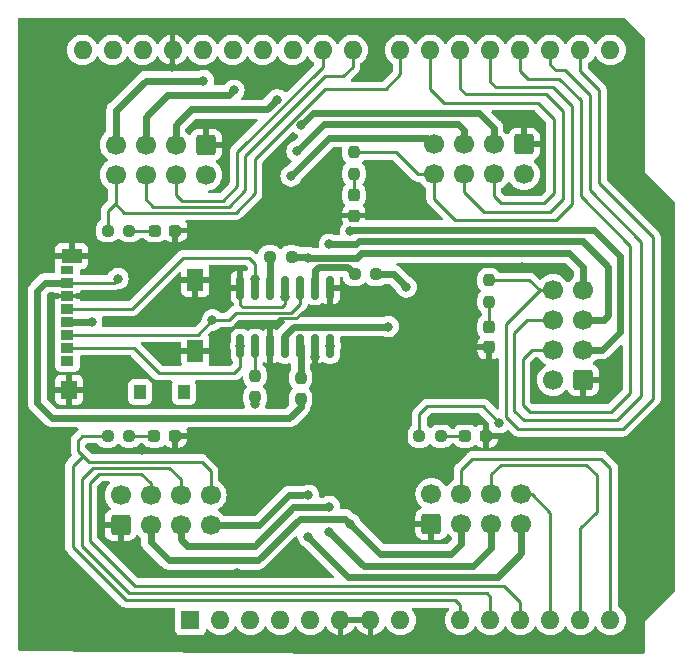
<source format=gtl>
%TF.GenerationSoftware,KiCad,Pcbnew,8.0.5*%
%TF.CreationDate,2024-09-24T00:06:34+02:00*%
%TF.ProjectId,PicoShield,5069636f-5368-4696-956c-642e6b696361,rev?*%
%TF.SameCoordinates,Original*%
%TF.FileFunction,Copper,L1,Top*%
%TF.FilePolarity,Positive*%
%FSLAX46Y46*%
G04 Gerber Fmt 4.6, Leading zero omitted, Abs format (unit mm)*
G04 Created by KiCad (PCBNEW 8.0.5) date 2024-09-24 00:06:34*
%MOMM*%
%LPD*%
G01*
G04 APERTURE LIST*
G04 Aperture macros list*
%AMRoundRect*
0 Rectangle with rounded corners*
0 $1 Rounding radius*
0 $2 $3 $4 $5 $6 $7 $8 $9 X,Y pos of 4 corners*
0 Add a 4 corners polygon primitive as box body*
4,1,4,$2,$3,$4,$5,$6,$7,$8,$9,$2,$3,0*
0 Add four circle primitives for the rounded corners*
1,1,$1+$1,$2,$3*
1,1,$1+$1,$4,$5*
1,1,$1+$1,$6,$7*
1,1,$1+$1,$8,$9*
0 Add four rect primitives between the rounded corners*
20,1,$1+$1,$2,$3,$4,$5,0*
20,1,$1+$1,$4,$5,$6,$7,0*
20,1,$1+$1,$6,$7,$8,$9,0*
20,1,$1+$1,$8,$9,$2,$3,0*%
G04 Aperture macros list end*
%TA.AperFunction,SMDPad,CuDef*%
%ADD10RoundRect,0.237500X0.237500X-0.250000X0.237500X0.250000X-0.237500X0.250000X-0.237500X-0.250000X0*%
%TD*%
%TA.AperFunction,SMDPad,CuDef*%
%ADD11RoundRect,0.237500X-0.237500X0.250000X-0.237500X-0.250000X0.237500X-0.250000X0.237500X0.250000X0*%
%TD*%
%TA.AperFunction,ComponentPad*%
%ADD12RoundRect,0.250000X0.600000X-0.600000X0.600000X0.600000X-0.600000X0.600000X-0.600000X-0.600000X0*%
%TD*%
%TA.AperFunction,ComponentPad*%
%ADD13C,1.700000*%
%TD*%
%TA.AperFunction,ComponentPad*%
%ADD14RoundRect,0.250000X-0.600000X0.600000X-0.600000X-0.600000X0.600000X-0.600000X0.600000X0.600000X0*%
%TD*%
%TA.AperFunction,SMDPad,CuDef*%
%ADD15RoundRect,0.237500X0.250000X0.237500X-0.250000X0.237500X-0.250000X-0.237500X0.250000X-0.237500X0*%
%TD*%
%TA.AperFunction,SMDPad,CuDef*%
%ADD16R,1.100000X0.850000*%
%TD*%
%TA.AperFunction,SMDPad,CuDef*%
%ADD17R,1.100000X0.750000*%
%TD*%
%TA.AperFunction,SMDPad,CuDef*%
%ADD18R,1.000000X1.200000*%
%TD*%
%TA.AperFunction,SMDPad,CuDef*%
%ADD19R,1.350000X1.550000*%
%TD*%
%TA.AperFunction,SMDPad,CuDef*%
%ADD20R,1.350000X1.900000*%
%TD*%
%TA.AperFunction,SMDPad,CuDef*%
%ADD21R,1.800000X1.170000*%
%TD*%
%TA.AperFunction,SMDPad,CuDef*%
%ADD22RoundRect,0.237500X0.287500X0.237500X-0.287500X0.237500X-0.287500X-0.237500X0.287500X-0.237500X0*%
%TD*%
%TA.AperFunction,SMDPad,CuDef*%
%ADD23RoundRect,0.150000X-0.150000X0.825000X-0.150000X-0.825000X0.150000X-0.825000X0.150000X0.825000X0*%
%TD*%
%TA.AperFunction,SMDPad,CuDef*%
%ADD24RoundRect,0.237500X0.237500X-0.287500X0.237500X0.287500X-0.237500X0.287500X-0.237500X-0.287500X0*%
%TD*%
%TA.AperFunction,ComponentPad*%
%ADD25RoundRect,0.250000X0.600000X0.600000X-0.600000X0.600000X-0.600000X-0.600000X0.600000X-0.600000X0*%
%TD*%
%TA.AperFunction,SMDPad,CuDef*%
%ADD26RoundRect,0.237500X-0.250000X-0.237500X0.250000X-0.237500X0.250000X0.237500X-0.250000X0.237500X0*%
%TD*%
%TA.AperFunction,ComponentPad*%
%ADD27R,1.600000X1.600000*%
%TD*%
%TA.AperFunction,ComponentPad*%
%ADD28O,1.600000X1.600000*%
%TD*%
%TA.AperFunction,ViaPad*%
%ADD29C,0.800000*%
%TD*%
%TA.AperFunction,Conductor*%
%ADD30C,0.600000*%
%TD*%
%TA.AperFunction,Conductor*%
%ADD31C,0.250000*%
%TD*%
G04 APERTURE END LIST*
D10*
%TO.P,R4,1*%
%TO.N,CS1*%
X149606000Y-57554500D03*
%TO.P,R4,2*%
%TO.N,Net-(R4-Pad2)*%
X149606000Y-55729500D03*
%TD*%
D11*
%TO.P,R7,1*%
%TO.N,CS4*%
X169418000Y-47625000D03*
%TO.P,R7,2*%
%TO.N,Net-(D3-A)*%
X169418000Y-49450000D03*
%TD*%
D12*
%TO.P,J1,1,Pin_1*%
%TO.N,GND*%
X138226800Y-68376800D03*
D13*
%TO.P,J1,2,Pin_2*%
%TO.N,+5V*%
X138226800Y-65836800D03*
%TO.P,J1,3,Pin_3*%
%TO.N,MOSI*%
X140766800Y-68376800D03*
%TO.P,J1,4,Pin_4*%
%TO.N,INT1*%
X140766800Y-65836800D03*
%TO.P,J1,5,Pin_5*%
%TO.N,MISO*%
X143306800Y-68376800D03*
%TO.P,J1,6,Pin_6*%
%TO.N,RST1*%
X143306800Y-65836800D03*
%TO.P,J1,7,Pin_7*%
%TO.N,SCK*%
X145846800Y-68376800D03*
%TO.P,J1,8,Pin_8*%
%TO.N,CS2*%
X145846800Y-65836800D03*
%TD*%
D14*
%TO.P,J5,1,Pin_1*%
%TO.N,GND*%
X172364400Y-36118800D03*
D13*
%TO.P,J5,2,Pin_2*%
%TO.N,+5V*%
X172364400Y-38658800D03*
%TO.P,J5,3,Pin_3*%
%TO.N,MOSI*%
X169824400Y-36118800D03*
%TO.P,J5,4,Pin_4*%
%TO.N,INT4*%
X169824400Y-38658800D03*
%TO.P,J5,5,Pin_5*%
%TO.N,MISO*%
X167284400Y-36118800D03*
%TO.P,J5,6,Pin_6*%
%TO.N,RST4*%
X167284400Y-38658800D03*
%TO.P,J5,7,Pin_7*%
%TO.N,SCK*%
X164744400Y-36118800D03*
%TO.P,J5,8,Pin_8*%
%TO.N,CS5*%
X164744400Y-38658800D03*
%TD*%
D12*
%TO.P,J2,1,Pin_1*%
%TO.N,GND*%
X164541200Y-68275200D03*
D13*
%TO.P,J2,2,Pin_2*%
%TO.N,+5V*%
X164541200Y-65735200D03*
%TO.P,J2,3,Pin_3*%
%TO.N,MOSI*%
X167081200Y-68275200D03*
%TO.P,J2,4,Pin_4*%
%TO.N,INT2*%
X167081200Y-65735200D03*
%TO.P,J2,5,Pin_5*%
%TO.N,MISO*%
X169621200Y-68275200D03*
%TO.P,J2,6,Pin_6*%
%TO.N,RST2*%
X169621200Y-65735200D03*
%TO.P,J2,7,Pin_7*%
%TO.N,SCK*%
X172161200Y-68275200D03*
%TO.P,J2,8,Pin_8*%
%TO.N,CS3*%
X172161200Y-65735200D03*
%TD*%
D15*
%TO.P,R3,1*%
%TO.N,SCK*%
X152702900Y-45669200D03*
%TO.P,R3,2*%
%TO.N,Net-(R3-Pad2)*%
X150877900Y-45669200D03*
%TD*%
%TO.P,R1,1*%
%TO.N,MOSI*%
X159865700Y-47142400D03*
%TO.P,R1,2*%
%TO.N,Net-(R1-Pad2)*%
X158040700Y-47142400D03*
%TD*%
D16*
%TO.P,J8,1,DAT2*%
%TO.N,unconnected-(J8-DAT2-Pad1)*%
X133731000Y-54460000D03*
%TO.P,J8,2,DAT3/CD*%
%TO.N,CS1_1*%
X133731000Y-53360000D03*
%TO.P,J8,3,CMD*%
%TO.N,MOSI_1*%
X133731000Y-52260000D03*
%TO.P,J8,4,VDD*%
%TO.N,+3V3*%
X133731000Y-51160000D03*
%TO.P,J8,5,CLK*%
%TO.N,SCK_1*%
X133731000Y-50060000D03*
%TO.P,J8,6,VSS*%
%TO.N,GND*%
X133731000Y-48960000D03*
%TO.P,J8,7,DAT0*%
%TO.N,MISO_1*%
X133731000Y-47860000D03*
D17*
%TO.P,J8,8,DAT1*%
%TO.N,unconnected-(J8-DAT1-Pad8)*%
X133731000Y-46810000D03*
D18*
%TO.P,J8,9,DET_B*%
%TO.N,unconnected-(J8-DET_B-Pad9)*%
X139881000Y-57095000D03*
%TO.P,J8,10,DET_A*%
%TO.N,unconnected-(J8-DET_A-Pad10)*%
X143581000Y-57095000D03*
D19*
%TO.P,J8,11,SHIELD*%
%TO.N,GND*%
X133856000Y-56920000D03*
D20*
X144556000Y-53595000D03*
X144556000Y-47625000D03*
D21*
X134081000Y-45600000D03*
%TD*%
D22*
%TO.P,D5,1,K*%
%TO.N,GND*%
X142861000Y-43434000D03*
%TO.P,D5,2,A*%
%TO.N,Net-(D5-A)*%
X141111000Y-43434000D03*
%TD*%
D23*
%TO.P,U1,1*%
%TO.N,GND*%
X155983400Y-48266000D03*
%TO.P,U1,2*%
%TO.N,Net-(R1-Pad2)*%
X154713400Y-48266000D03*
%TO.P,U1,3*%
%TO.N,MOSI_1*%
X153443400Y-48266000D03*
%TO.P,U1,4*%
%TO.N,GND*%
X152173400Y-48266000D03*
%TO.P,U1,5*%
%TO.N,Net-(R3-Pad2)*%
X150903400Y-48266000D03*
%TO.P,U1,6*%
%TO.N,SCK_1*%
X149633400Y-48266000D03*
%TO.P,U1,7,GND*%
%TO.N,GND*%
X148363400Y-48266000D03*
%TO.P,U1,8*%
%TO.N,CS1_1*%
X148363400Y-53216000D03*
%TO.P,U1,9*%
%TO.N,Net-(R4-Pad2)*%
X149633400Y-53216000D03*
%TO.P,U1,10*%
%TO.N,GND*%
X150903400Y-53216000D03*
%TO.P,U1,11*%
%TO.N,MISO*%
X152173400Y-53216000D03*
%TO.P,U1,12*%
%TO.N,Net-(R5-Pad2)*%
X153443400Y-53216000D03*
%TO.P,U1,13*%
%TO.N,GND*%
X154713400Y-53216000D03*
%TO.P,U1,14,VCC*%
%TO.N,+3V3*%
X155983400Y-53216000D03*
%TD*%
D24*
%TO.P,D4,1,K*%
%TO.N,GND*%
X157988000Y-42164000D03*
%TO.P,D4,2,A*%
%TO.N,Net-(D4-A)*%
X157988000Y-40414000D03*
%TD*%
D14*
%TO.P,J6,1,Pin_1*%
%TO.N,GND*%
X145440400Y-36169600D03*
D13*
%TO.P,J6,2,Pin_2*%
%TO.N,+5V*%
X145440400Y-38709600D03*
%TO.P,J6,3,Pin_3*%
%TO.N,MOSI*%
X142900400Y-36169600D03*
%TO.P,J6,4,Pin_4*%
%TO.N,INT5*%
X142900400Y-38709600D03*
%TO.P,J6,5,Pin_5*%
%TO.N,MISO*%
X140360400Y-36169600D03*
%TO.P,J6,6,Pin_6*%
%TO.N,RST5*%
X140360400Y-38709600D03*
%TO.P,J6,7,Pin_7*%
%TO.N,SCK*%
X137820400Y-36169600D03*
%TO.P,J6,8,Pin_8*%
%TO.N,CS6*%
X137820400Y-38709600D03*
%TD*%
D25*
%TO.P,J4,1,Pin_1*%
%TO.N,GND*%
X177393600Y-56083200D03*
D13*
%TO.P,J4,2,Pin_2*%
%TO.N,+5V*%
X174853600Y-56083200D03*
%TO.P,J4,3,Pin_3*%
%TO.N,MOSI*%
X177393600Y-53543200D03*
%TO.P,J4,4,Pin_4*%
%TO.N,INT3*%
X174853600Y-53543200D03*
%TO.P,J4,5,Pin_5*%
%TO.N,MISO*%
X177393600Y-51003200D03*
%TO.P,J4,6,Pin_6*%
%TO.N,RST3*%
X174853600Y-51003200D03*
%TO.P,J4,7,Pin_7*%
%TO.N,SCK*%
X177393600Y-48463200D03*
%TO.P,J4,8,Pin_8*%
%TO.N,CS4*%
X174853600Y-48463200D03*
%TD*%
D22*
%TO.P,D2,1,K*%
%TO.N,GND*%
X169150000Y-60833000D03*
%TO.P,D2,2,A*%
%TO.N,Net-(D2-A)*%
X167400000Y-60833000D03*
%TD*%
D26*
%TO.P,R2,1*%
%TO.N,CS2*%
X137136500Y-60833000D03*
%TO.P,R2,2*%
%TO.N,Net-(D1-A)*%
X138961500Y-60833000D03*
%TD*%
%TO.P,R6,1*%
%TO.N,CS3*%
X163529000Y-60833000D03*
%TO.P,R6,2*%
%TO.N,Net-(D2-A)*%
X165354000Y-60833000D03*
%TD*%
D24*
%TO.P,D3,1,K*%
%TO.N,GND*%
X169418000Y-53326000D03*
%TO.P,D3,2,A*%
%TO.N,Net-(D3-A)*%
X169418000Y-51576000D03*
%TD*%
D22*
%TO.P,D1,1,K*%
%TO.N,GND*%
X142847000Y-60833000D03*
%TO.P,D1,2,A*%
%TO.N,Net-(D1-A)*%
X141097000Y-60833000D03*
%TD*%
D26*
%TO.P,R9,1*%
%TO.N,CS6*%
X137136500Y-43434000D03*
%TO.P,R9,2*%
%TO.N,Net-(D5-A)*%
X138961500Y-43434000D03*
%TD*%
D11*
%TO.P,R8,1*%
%TO.N,CS5*%
X157988000Y-36806500D03*
%TO.P,R8,2*%
%TO.N,Net-(D4-A)*%
X157988000Y-38631500D03*
%TD*%
D10*
%TO.P,R5,1*%
%TO.N,MISO_1*%
X153466800Y-57706900D03*
%TO.P,R5,2*%
%TO.N,Net-(R5-Pad2)*%
X153466800Y-55881900D03*
%TD*%
D27*
%TO.P,A1,1,NC*%
%TO.N,unconnected-(A1-NC-Pad1)*%
X144145000Y-76403200D03*
D28*
%TO.P,A1,2,IOREF*%
%TO.N,unconnected-(A1-IOREF-Pad2)*%
X146685000Y-76403200D03*
%TO.P,A1,3,~{RESET}*%
%TO.N,unconnected-(A1-~{RESET}-Pad3)*%
X149225000Y-76403200D03*
%TO.P,A1,4,3V3*%
%TO.N,+3V3*%
X151765000Y-76403200D03*
%TO.P,A1,5,+5V*%
%TO.N,+5V*%
X154305000Y-76403200D03*
%TO.P,A1,6,GND*%
%TO.N,GND*%
X156845000Y-76403200D03*
%TO.P,A1,7,GND*%
X159385000Y-76403200D03*
%TO.P,A1,8,VIN*%
%TO.N,unconnected-(A1-VIN-Pad8)*%
X161925000Y-76403200D03*
%TO.P,A1,9,A0*%
%TO.N,CS2*%
X167005000Y-76403200D03*
%TO.P,A1,10,A1*%
%TO.N,RST1*%
X169545000Y-76403200D03*
%TO.P,A1,11,A2*%
%TO.N,INT1*%
X172085000Y-76403200D03*
%TO.P,A1,12,A3*%
%TO.N,CS3*%
X174625000Y-76403200D03*
%TO.P,A1,13,SDA/A4*%
%TO.N,RST2*%
X177165000Y-76403200D03*
%TO.P,A1,14,SCL/A5*%
%TO.N,INT2*%
X179705000Y-76403200D03*
%TO.P,A1,15,D0/RX*%
%TO.N,unconnected-(A1-D0{slash}RX-Pad15)*%
X179705000Y-28143200D03*
%TO.P,A1,16,D1/TX*%
%TO.N,CS4*%
X177165000Y-28143200D03*
%TO.P,A1,17,D2*%
%TO.N,RST3*%
X174625000Y-28143200D03*
%TO.P,A1,18,D3*%
%TO.N,INT3*%
X172085000Y-28143200D03*
%TO.P,A1,19,D4*%
%TO.N,CS5*%
X169545000Y-28143200D03*
%TO.P,A1,20,D5*%
%TO.N,RST4*%
X167005000Y-28143200D03*
%TO.P,A1,21,D6*%
%TO.N,INT4*%
X164465000Y-28143200D03*
%TO.P,A1,22,D7*%
%TO.N,CS6*%
X161925000Y-28143200D03*
%TO.P,A1,23,D8*%
%TO.N,RST5*%
X157865000Y-28143200D03*
%TO.P,A1,24,D9*%
%TO.N,INT5*%
X155325000Y-28143200D03*
%TO.P,A1,25,D10*%
%TO.N,CS1*%
X152785000Y-28143200D03*
%TO.P,A1,26,D11*%
%TO.N,MOSI*%
X150245000Y-28143200D03*
%TO.P,A1,27,D12*%
%TO.N,MISO*%
X147705000Y-28143200D03*
%TO.P,A1,28,D13*%
%TO.N,SCK*%
X145165000Y-28143200D03*
%TO.P,A1,29,GND*%
%TO.N,GND*%
X142625000Y-28143200D03*
%TO.P,A1,30,AREF*%
%TO.N,unconnected-(A1-AREF-Pad30)*%
X140085000Y-28143200D03*
%TO.P,A1,31,SDA/A4*%
%TO.N,unconnected-(A1-SDA{slash}A4-Pad31)*%
X137545000Y-28143200D03*
%TO.P,A1,32,SCL/A5*%
%TO.N,unconnected-(A1-SCL{slash}A5-Pad32)*%
X135005000Y-28143200D03*
%TD*%
D29*
%TO.N,+3V3*%
X155983400Y-53216000D03*
X135788400Y-51155600D03*
%TO.N,GND*%
X160274000Y-64008000D03*
X153162000Y-26416000D03*
X156210000Y-64770000D03*
X138176000Y-78232000D03*
X167767000Y-57150000D03*
X163576000Y-46736000D03*
X152400000Y-61976000D03*
X175768000Y-26416000D03*
X181610000Y-74930000D03*
X152146000Y-49022000D03*
X164592000Y-76200000D03*
X154686000Y-54102000D03*
X159766000Y-29972000D03*
X148971000Y-27051000D03*
X133858000Y-35306000D03*
X133604000Y-29718000D03*
X144500000Y-50000000D03*
X156972000Y-78232000D03*
X157988000Y-59944000D03*
X159004000Y-61976000D03*
X180848000Y-78232000D03*
X142621000Y-29591000D03*
X181356000Y-61976000D03*
X141000000Y-53500000D03*
X172212000Y-46482000D03*
X136000000Y-46000000D03*
X163576000Y-53086000D03*
X130556000Y-26670000D03*
X154432000Y-63246000D03*
X151892000Y-55372000D03*
X143891000Y-27051000D03*
X140081000Y-61976000D03*
X138176000Y-55880000D03*
X154432000Y-50292000D03*
X158242000Y-66294000D03*
X166243000Y-59436000D03*
X135636000Y-36576000D03*
X183896000Y-72898000D03*
X167894000Y-46736000D03*
X136017000Y-61849000D03*
X172212000Y-33782000D03*
X184150000Y-42926000D03*
X163830000Y-41910000D03*
X167767000Y-53086000D03*
X173990000Y-46736000D03*
X147000000Y-53500000D03*
X151892000Y-30226000D03*
X156210000Y-56896000D03*
X145796000Y-60960000D03*
X156464000Y-26416000D03*
X150876000Y-39878000D03*
X152146000Y-42926000D03*
X159766000Y-26416000D03*
X130556000Y-43815000D03*
X147066000Y-44450000D03*
X130810000Y-69850000D03*
X148082000Y-72390000D03*
X167894000Y-78232000D03*
X131064000Y-78232000D03*
X138684000Y-27051000D03*
X163576000Y-57023000D03*
X130810000Y-60960000D03*
X137414000Y-30480000D03*
X183896000Y-59690000D03*
X180340000Y-54356000D03*
X180848000Y-38862000D03*
X140716000Y-72136000D03*
X183896000Y-66548000D03*
X180848000Y-30480000D03*
X179578000Y-57150000D03*
X130556000Y-39624000D03*
X161544000Y-69088000D03*
X167894000Y-26162000D03*
X146812000Y-57531000D03*
X181610000Y-68072000D03*
%TO.N,CS1*%
X149606000Y-58115200D03*
%TO.N,MOSI*%
X153543000Y-34467800D03*
X162407600Y-48209200D03*
X157683200Y-68275200D03*
X157683200Y-43484800D03*
X151485600Y-32359600D03*
%TO.N,MISO*%
X153162000Y-36728400D03*
X160883600Y-51562000D03*
X147828000Y-31546800D03*
X155905200Y-68935600D03*
X155905200Y-44602400D03*
X155905200Y-66802000D03*
%TO.N,SCK*%
X145237200Y-30734000D03*
X152654000Y-38811200D03*
X154127200Y-45720000D03*
X154127200Y-65836800D03*
X154127200Y-69392800D03*
%TO.N,CS1_1*%
X148363400Y-53216000D03*
%TO.N,MOSI_1*%
X146000000Y-51000000D03*
%TO.N,SCK_1*%
X149606000Y-47500000D03*
%TO.N,MISO_1*%
X138000000Y-47500000D03*
%TO.N,CS3*%
X170307000Y-59690000D03*
%TD*%
D30*
%TO.N,+3V3*%
X133731000Y-51160000D02*
X135784000Y-51160000D01*
X135784000Y-51160000D02*
X135788400Y-51155600D01*
D31*
%TO.N,GND*%
X148590000Y-49936400D02*
X151892000Y-49936400D01*
X148363400Y-48266000D02*
X148363400Y-48994600D01*
X148363400Y-49049400D02*
X148363400Y-49709800D01*
X152146000Y-49022000D02*
X152173400Y-48994600D01*
X155983400Y-49756600D02*
X155983400Y-48266000D01*
X153645996Y-50292000D02*
X153101596Y-50836400D01*
X152173400Y-49049400D02*
X152146000Y-49022000D01*
X152173400Y-48994600D02*
X152173400Y-48266000D01*
X148336000Y-49022000D02*
X148363400Y-49049400D01*
X154432000Y-50292000D02*
X153645996Y-50292000D01*
X151892000Y-49936400D02*
X152173400Y-49655000D01*
X150903400Y-51687000D02*
X151754000Y-50836400D01*
X148363400Y-48994600D02*
X148336000Y-49022000D01*
X148363400Y-49709800D02*
X148590000Y-49936400D01*
X151754000Y-50836400D02*
X153101596Y-50836400D01*
X154432000Y-50292000D02*
X155448000Y-50292000D01*
X152173400Y-49655000D02*
X152173400Y-49049400D01*
X150903400Y-53216000D02*
X150903400Y-51687000D01*
X155448000Y-50292000D02*
X155983400Y-49756600D01*
%TO.N,RST4*%
X175666400Y-40792400D02*
X174599600Y-41859200D01*
X167005000Y-31470600D02*
X167436800Y-31902400D01*
X174244000Y-31902400D02*
X175666400Y-33324800D01*
X167436800Y-31902400D02*
X174244000Y-31902400D01*
X169011600Y-41859200D02*
X167284400Y-40132000D01*
X167284400Y-40132000D02*
X167284400Y-38658800D01*
X174599600Y-41859200D02*
X169011600Y-41859200D01*
X175666400Y-33324800D02*
X175666400Y-40792400D01*
X167005000Y-28143200D02*
X167005000Y-31470600D01*
%TO.N,RST5*%
X157865000Y-28143200D02*
X157865000Y-29587000D01*
X157066400Y-30385600D02*
X155542400Y-30385600D01*
X148793200Y-39979600D02*
X147370800Y-41402000D01*
X155542400Y-30385600D02*
X148793200Y-37134800D01*
X148793200Y-37134800D02*
X148793200Y-39979600D01*
X140360400Y-40792400D02*
X140360400Y-38709600D01*
X147370800Y-41402000D02*
X140970000Y-41402000D01*
X140970000Y-41402000D02*
X140360400Y-40792400D01*
X157865000Y-29587000D02*
X157066400Y-30385600D01*
D30*
%TO.N,MOSI*%
X144221200Y-33172400D02*
X150622000Y-33172400D01*
X180492400Y-45567600D02*
X178308000Y-43383200D01*
X153416000Y-67818000D02*
X157226000Y-67818000D01*
X157784800Y-43383200D02*
X157683200Y-43484800D01*
X157226000Y-67818000D02*
X157683200Y-68275200D01*
X168554400Y-33477200D02*
X154533600Y-33477200D01*
X142900400Y-36169600D02*
X142900400Y-34493200D01*
X140766800Y-68376800D02*
X140766800Y-69799200D01*
X169824400Y-34747200D02*
X168554400Y-33477200D01*
X142303600Y-71336000D02*
X149898000Y-71336000D01*
X166217600Y-70815200D02*
X160223200Y-70815200D01*
X142900400Y-34493200D02*
X144221200Y-33172400D01*
X161340800Y-47142400D02*
X162407600Y-48209200D01*
X167081200Y-69951600D02*
X166217600Y-70815200D01*
X159865700Y-47142400D02*
X161340800Y-47142400D01*
X178968400Y-53543200D02*
X180492400Y-52019200D01*
X140766800Y-69799200D02*
X142303600Y-71336000D01*
X167081200Y-68275200D02*
X167081200Y-69951600D01*
X149898000Y-71336000D02*
X153416000Y-67818000D01*
X160223200Y-70815200D02*
X157683200Y-68275200D01*
X180492400Y-52019200D02*
X180492400Y-45567600D01*
X169824400Y-36118800D02*
X169824400Y-34747200D01*
X177393600Y-53543200D02*
X178968400Y-53543200D01*
X154533600Y-33477200D02*
X153543000Y-34467800D01*
X178308000Y-43383200D02*
X157784800Y-43383200D01*
X150622000Y-33172400D02*
X151434800Y-32359600D01*
%TO.N,MISO*%
X152173400Y-52296600D02*
X152908000Y-51562000D01*
X149606000Y-70104000D02*
X152857200Y-66852800D01*
X166776400Y-34442400D02*
X155448000Y-34442400D01*
X152857200Y-66852800D02*
X155854400Y-66852800D01*
X140360400Y-36169600D02*
X140360400Y-33782000D01*
X155448000Y-34442400D02*
X153162000Y-36728400D01*
X143306800Y-69545200D02*
X143865600Y-70104000D01*
X158445200Y-44348400D02*
X158191200Y-44602400D01*
X179527200Y-46532800D02*
X177342800Y-44348400D01*
X179527200Y-50596800D02*
X179527200Y-46532800D01*
X155854400Y-66852800D02*
X155905200Y-66802000D01*
X167284400Y-36118800D02*
X167284400Y-34950400D01*
X167284400Y-34950400D02*
X166776400Y-34442400D01*
X179120800Y-51003200D02*
X179527200Y-50596800D01*
X140360400Y-33782000D02*
X142189200Y-31953200D01*
X168097200Y-71831200D02*
X158800800Y-71831200D01*
X142189200Y-31953200D02*
X147421600Y-31953200D01*
X147421600Y-31953200D02*
X147828000Y-31546800D01*
X169621200Y-68275200D02*
X169621200Y-70307200D01*
X169621200Y-70307200D02*
X168097200Y-71831200D01*
X177342800Y-44348400D02*
X158445200Y-44348400D01*
X152173400Y-53216000D02*
X152173400Y-52296600D01*
X158191200Y-44602400D02*
X155905200Y-44602400D01*
X177393600Y-51003200D02*
X179120800Y-51003200D01*
X143306800Y-68376800D02*
X143306800Y-69545200D01*
X152908000Y-51562000D02*
X160883600Y-51562000D01*
X143865600Y-70104000D02*
X149606000Y-70104000D01*
X158800800Y-71831200D02*
X155905200Y-68935600D01*
%TO.N,SCK*%
X172161200Y-70764400D02*
X170180000Y-72745600D01*
X176225200Y-45364400D02*
X158560571Y-45364400D01*
X137820400Y-33262905D02*
X140349305Y-30734000D01*
X154076400Y-45669200D02*
X154127200Y-45720000D01*
X137820400Y-36169600D02*
X137820400Y-33262905D01*
X157480000Y-72745600D02*
X154127200Y-69392800D01*
X177393600Y-48463200D02*
X177393600Y-46532800D01*
X152501600Y-65836800D02*
X153619200Y-65836800D01*
X172161200Y-68275200D02*
X172161200Y-70764400D01*
X158204971Y-45720000D02*
X154127200Y-45720000D01*
X149961600Y-68376800D02*
X152501600Y-65836800D01*
X158560571Y-45364400D02*
X158204971Y-45720000D01*
X164185600Y-35560000D02*
X155905200Y-35560000D01*
X164744400Y-36118800D02*
X164185600Y-35560000D01*
X177393600Y-46532800D02*
X176225200Y-45364400D01*
X152702900Y-45669200D02*
X154076400Y-45669200D01*
X155905200Y-35560000D02*
X152654000Y-38811200D01*
X170180000Y-72745600D02*
X157480000Y-72745600D01*
X140349305Y-30734000D02*
X145237200Y-30734000D01*
X145846800Y-68376800D02*
X149961600Y-68376800D01*
D31*
%TO.N,Net-(D1-A)*%
X138961500Y-60833000D02*
X141097000Y-60833000D01*
%TO.N,CS1_1*%
X139339000Y-53360000D02*
X133731000Y-53360000D01*
X141478000Y-55499000D02*
X139339000Y-53360000D01*
X148363400Y-53216000D02*
X148336000Y-53243400D01*
X148336000Y-53243400D02*
X148336000Y-54991000D01*
X148336000Y-54991000D02*
X147828000Y-55499000D01*
X147828000Y-55499000D02*
X141478000Y-55499000D01*
%TO.N,MOSI_1*%
X153443400Y-49629600D02*
X153443400Y-48266000D01*
X147987600Y-50386400D02*
X152686600Y-50386400D01*
X152686600Y-50386400D02*
X153443400Y-49629600D01*
X144740000Y-52260000D02*
X146000000Y-51000000D01*
X133731000Y-52260000D02*
X144740000Y-52260000D01*
X147374000Y-51000000D02*
X147987600Y-50386400D01*
X146000000Y-51000000D02*
X147374000Y-51000000D01*
%TO.N,SCK_1*%
X149606000Y-46228000D02*
X149606000Y-47500000D01*
X149225000Y-45847000D02*
X149098000Y-45720000D01*
X149098000Y-45720000D02*
X143510000Y-45720000D01*
X149225000Y-45847000D02*
X149606000Y-46228000D01*
X143510000Y-45720000D02*
X139170000Y-50060000D01*
X149606000Y-48238600D02*
X149633400Y-48266000D01*
X139170000Y-50060000D02*
X133731000Y-50060000D01*
X149606000Y-47500000D02*
X149606000Y-48238600D01*
D30*
%TO.N,MISO_1*%
X153466800Y-58369200D02*
X152527000Y-59309000D01*
X153466800Y-57706900D02*
X153466800Y-58369200D01*
X131191000Y-58039000D02*
X131191000Y-48514000D01*
X131191000Y-48514000D02*
X131845000Y-47860000D01*
X132461000Y-59309000D02*
X131191000Y-58039000D01*
X131845000Y-47860000D02*
X133731000Y-47860000D01*
D31*
X133731000Y-47860000D02*
X137640000Y-47860000D01*
D30*
X152527000Y-59309000D02*
X132461000Y-59309000D01*
D31*
X137640000Y-47860000D02*
X138000000Y-47500000D01*
D30*
%TO.N,Net-(R1-Pad2)*%
X154713400Y-46810200D02*
X154713400Y-48266000D01*
X158040700Y-47142400D02*
X157431100Y-46532800D01*
X154990800Y-46532800D02*
X154713400Y-46810200D01*
X157431100Y-46532800D02*
X154990800Y-46532800D01*
D31*
%TO.N,CS2*%
X134162800Y-70205600D02*
X134162800Y-63347600D01*
X167005000Y-75158600D02*
X166573200Y-74726800D01*
X138684000Y-74726800D02*
X134162800Y-70205600D01*
X167005000Y-76403200D02*
X167005000Y-75158600D01*
X135026400Y-62484000D02*
X134620000Y-62077600D01*
X134162800Y-63347600D02*
X135026400Y-62484000D01*
X134620000Y-61214000D02*
X135001000Y-60833000D01*
X134620000Y-62077600D02*
X134620000Y-61214000D01*
X145846800Y-63754000D02*
X145846800Y-65836800D01*
X135026400Y-62484000D02*
X135534400Y-62992000D01*
X135001000Y-60833000D02*
X137136500Y-60833000D01*
X166573200Y-74726800D02*
X138684000Y-74726800D01*
X135534400Y-62992000D02*
X145084800Y-62992000D01*
X145084800Y-62992000D02*
X145846800Y-63754000D01*
%TO.N,Net-(R3-Pad2)*%
X150903400Y-45694700D02*
X150877900Y-45669200D01*
D30*
X150903400Y-48266000D02*
X150903400Y-45694700D01*
D31*
%TO.N,Net-(R4-Pad2)*%
X149606000Y-55729500D02*
X149606000Y-53243400D01*
X149606000Y-53243400D02*
X149633400Y-53216000D01*
%TO.N,Net-(R5-Pad2)*%
X153466800Y-53239400D02*
X153443400Y-53216000D01*
D30*
X153466800Y-55881900D02*
X153466800Y-53239400D01*
D31*
%TO.N,Net-(D2-A)*%
X167400000Y-60833000D02*
X165354000Y-60833000D01*
%TO.N,Net-(D3-A)*%
X169418000Y-49450000D02*
X169418000Y-51576000D01*
%TO.N,Net-(D4-A)*%
X157988000Y-40414000D02*
X157988000Y-38631500D01*
%TO.N,Net-(D5-A)*%
X138961500Y-43434000D02*
X141111000Y-43434000D01*
%TO.N,INT1*%
X139446000Y-73507600D02*
X135636000Y-69697600D01*
X140766800Y-64820800D02*
X140766800Y-65836800D01*
X136398000Y-64008000D02*
X139954000Y-64008000D01*
X135636000Y-69697600D02*
X135636000Y-64770000D01*
X172085000Y-74904600D02*
X170688000Y-73507600D01*
X170688000Y-73507600D02*
X139446000Y-73507600D01*
X172085000Y-76403200D02*
X172085000Y-74904600D01*
X135636000Y-64770000D02*
X136398000Y-64008000D01*
X139954000Y-64008000D02*
X140766800Y-64820800D01*
%TO.N,CS3*%
X174625000Y-67335400D02*
X173024800Y-65735200D01*
X163529000Y-58975000D02*
X163529000Y-60706000D01*
X170307000Y-59690000D02*
X168910000Y-58293000D01*
X174625000Y-76403200D02*
X174625000Y-67335400D01*
X164211000Y-58293000D02*
X163529000Y-58975000D01*
X172161200Y-65735200D02*
X173024800Y-65735200D01*
X168910000Y-58293000D02*
X164211000Y-58293000D01*
%TO.N,INT2*%
X179705000Y-63500000D02*
X178943000Y-62738000D01*
X168021000Y-62738000D02*
X167081200Y-63677800D01*
X167081200Y-63677800D02*
X167081200Y-65735200D01*
X179705000Y-76403200D02*
X179705000Y-63500000D01*
X178943000Y-62738000D02*
X168021000Y-62738000D01*
%TO.N,INT3*%
X181363200Y-57193600D02*
X179781200Y-58775600D01*
X177190400Y-32410400D02*
X177190400Y-40538400D01*
X181363200Y-44711200D02*
X181363200Y-57193600D01*
X172923200Y-58775600D02*
X172872400Y-58826400D01*
X173024800Y-53543200D02*
X174853600Y-53543200D01*
X172085000Y-29946600D02*
X172720000Y-30581600D01*
X172872400Y-58826400D02*
X172262800Y-58216800D01*
X172262800Y-58216800D02*
X172262800Y-54305200D01*
X179781200Y-58775600D02*
X172923200Y-58775600D01*
X177190400Y-40538400D02*
X181363200Y-44711200D01*
X172720000Y-30581600D02*
X175361600Y-30581600D01*
X172085000Y-28143200D02*
X172085000Y-29946600D01*
X172262800Y-54305200D02*
X173024800Y-53543200D01*
X175361600Y-30581600D02*
X177190400Y-32410400D01*
%TO.N,CS4*%
X178765200Y-39420800D02*
X183337200Y-43992800D01*
X177165000Y-28143200D02*
X177165000Y-29946600D01*
X169418000Y-47625000D02*
X172847000Y-47625000D01*
X172847000Y-47625000D02*
X173710600Y-48488600D01*
X170891200Y-51308000D02*
X173710600Y-48488600D01*
X170891200Y-59232800D02*
X170891200Y-51308000D01*
X183337200Y-43992800D02*
X183337200Y-57658000D01*
X178765200Y-31546800D02*
X178765200Y-39420800D01*
X171907200Y-60248800D02*
X170891200Y-59232800D01*
X174853600Y-48463200D02*
X173736000Y-48463200D01*
X177165000Y-29946600D02*
X178765200Y-31546800D01*
X173710600Y-48488600D02*
X173736000Y-48463200D01*
X180746400Y-60248800D02*
X171907200Y-60248800D01*
X183337200Y-57658000D02*
X180746400Y-60248800D01*
%TO.N,INT4*%
X174904400Y-40284400D02*
X174091600Y-41097200D01*
X164465000Y-28143200D02*
X164465000Y-31470600D01*
X174904400Y-33985200D02*
X174904400Y-40284400D01*
X169875200Y-40538400D02*
X169824400Y-40538400D01*
X170434000Y-41097200D02*
X169875200Y-40538400D01*
X164465000Y-31470600D02*
X165608000Y-32613600D01*
X173532800Y-32613600D02*
X174904400Y-33985200D01*
X174091600Y-41097200D02*
X170434000Y-41097200D01*
X169824400Y-40538400D02*
X169824400Y-38658800D01*
X165608000Y-32613600D02*
X173532800Y-32613600D01*
%TO.N,CS5*%
X175056800Y-42570400D02*
X166573200Y-42570400D01*
X169545000Y-30861000D02*
X169976800Y-31292800D01*
X166573200Y-42570400D02*
X164744400Y-40741600D01*
X169545000Y-28143200D02*
X169545000Y-30861000D01*
X176428400Y-32867600D02*
X176428400Y-41198800D01*
X161520500Y-36806500D02*
X157988000Y-36806500D01*
X176428400Y-41198800D02*
X175056800Y-42570400D01*
X174853600Y-31292800D02*
X176428400Y-32867600D01*
X164744400Y-40741600D02*
X164744400Y-38658800D01*
X164744400Y-38658800D02*
X163372800Y-38658800D01*
X169976800Y-31292800D02*
X174853600Y-31292800D01*
X163372800Y-38658800D02*
X161520500Y-36806500D01*
%TO.N,INT5*%
X155325000Y-28143200D02*
X155325000Y-29545505D01*
X143408400Y-40894000D02*
X142900400Y-40386000D01*
X146862800Y-40894000D02*
X143408400Y-40894000D01*
X148082000Y-36788505D02*
X148082000Y-39674800D01*
X155325000Y-29545505D02*
X148082000Y-36788505D01*
X148082000Y-39674800D02*
X146862800Y-40894000D01*
X142900400Y-40386000D02*
X142900400Y-38709600D01*
%TO.N,CS6*%
X137820400Y-41173400D02*
X137769600Y-41173400D01*
X147980400Y-41910000D02*
X138557000Y-41910000D01*
X149606000Y-37379495D02*
X149606000Y-40284400D01*
X155540295Y-31445200D02*
X149606000Y-37379495D01*
X160680400Y-31445200D02*
X155540295Y-31445200D01*
X137769600Y-41173400D02*
X137160000Y-41783000D01*
X161925000Y-30200600D02*
X160680400Y-31445200D01*
X149606000Y-40284400D02*
X147980400Y-41910000D01*
X137160000Y-43410500D02*
X137136500Y-43434000D01*
X137820400Y-41173400D02*
X137820400Y-38709600D01*
X161925000Y-28143200D02*
X161925000Y-30200600D01*
X137160000Y-41783000D02*
X137160000Y-43410500D01*
X138557000Y-41910000D02*
X137820400Y-41173400D01*
%TO.N,RST3*%
X177952400Y-31953200D02*
X177952400Y-40030400D01*
X175869600Y-29870400D02*
X177952400Y-31953200D01*
X172618400Y-51003200D02*
X174853600Y-51003200D01*
X172364400Y-59486800D02*
X171551600Y-58674000D01*
X171551600Y-52070000D02*
X172618400Y-51003200D01*
X182321200Y-44399200D02*
X182321200Y-57404000D01*
X180238400Y-59486800D02*
X172364400Y-59486800D01*
X174625000Y-29387800D02*
X175107600Y-29870400D01*
X175107600Y-29870400D02*
X175869600Y-29870400D01*
X171551600Y-58674000D02*
X171551600Y-52070000D01*
X182321200Y-57404000D02*
X180238400Y-59486800D01*
X177952400Y-40030400D02*
X182321200Y-44399200D01*
X174625000Y-28143200D02*
X174625000Y-29387800D01*
%TO.N,RST1*%
X169545000Y-74447400D02*
X169214800Y-74117200D01*
X138938000Y-74117200D02*
X134924800Y-70104000D01*
X134924800Y-70104000D02*
X134924800Y-64465200D01*
X169545000Y-76403200D02*
X169545000Y-74447400D01*
X169214800Y-74117200D02*
X138938000Y-74117200D01*
X135890000Y-63500000D02*
X142367000Y-63500000D01*
X142367000Y-63500000D02*
X143306800Y-64439800D01*
X134924800Y-64465200D02*
X135890000Y-63500000D01*
X143306800Y-64439800D02*
X143306800Y-65836800D01*
%TO.N,RST2*%
X177165000Y-68656200D02*
X178562000Y-67259200D01*
X177673000Y-63246000D02*
X170434000Y-63246000D01*
X178562000Y-67259200D02*
X178562000Y-64135000D01*
X170434000Y-63246000D02*
X169621200Y-64058800D01*
X178562000Y-64135000D02*
X177673000Y-63246000D01*
X169621200Y-64058800D02*
X169621200Y-65735200D01*
X177165000Y-76403200D02*
X177165000Y-68656200D01*
%TD*%
%TA.AperFunction,Conductor*%
%TO.N,GND*%
G36*
X158919075Y-76210207D02*
G01*
X158885000Y-76337374D01*
X158885000Y-76469026D01*
X158919075Y-76596193D01*
X158951988Y-76653200D01*
X157278012Y-76653200D01*
X157310925Y-76596193D01*
X157345000Y-76469026D01*
X157345000Y-76337374D01*
X157310925Y-76210207D01*
X157278012Y-76153200D01*
X158951988Y-76153200D01*
X158919075Y-76210207D01*
G37*
%TD.AperFunction*%
%TA.AperFunction,Conductor*%
G36*
X137287880Y-64653185D02*
G01*
X137333635Y-64705989D01*
X137343579Y-64775147D01*
X137314554Y-64838703D01*
X137308522Y-64845181D01*
X137188305Y-64965397D01*
X137052765Y-65158969D01*
X137052764Y-65158971D01*
X136952898Y-65373135D01*
X136952894Y-65373144D01*
X136891738Y-65601386D01*
X136891736Y-65601396D01*
X136871141Y-65836799D01*
X136871141Y-65836800D01*
X136891736Y-66072203D01*
X136891738Y-66072213D01*
X136952894Y-66300455D01*
X136952896Y-66300459D01*
X136952897Y-66300463D01*
X137000126Y-66401746D01*
X137052765Y-66514630D01*
X137052767Y-66514634D01*
X137122165Y-66613744D01*
X137188301Y-66708196D01*
X137188306Y-66708202D01*
X137355397Y-66875293D01*
X137357219Y-66876822D01*
X137357801Y-66877697D01*
X137359227Y-66879123D01*
X137358940Y-66879409D01*
X137395919Y-66934995D01*
X137397024Y-67004856D01*
X137360184Y-67064224D01*
X137316519Y-67089512D01*
X137307683Y-67092440D01*
X137307675Y-67092443D01*
X137158454Y-67184484D01*
X137034484Y-67308454D01*
X136942443Y-67457675D01*
X136942441Y-67457680D01*
X136887294Y-67624102D01*
X136887293Y-67624109D01*
X136876800Y-67726813D01*
X136876800Y-68126800D01*
X137793788Y-68126800D01*
X137760875Y-68183807D01*
X137726800Y-68310974D01*
X137726800Y-68442626D01*
X137760875Y-68569793D01*
X137793788Y-68626800D01*
X136876801Y-68626800D01*
X136876801Y-69026786D01*
X136887294Y-69129497D01*
X136942441Y-69295919D01*
X136942443Y-69295924D01*
X137034484Y-69445145D01*
X137158454Y-69569115D01*
X137307675Y-69661156D01*
X137307680Y-69661158D01*
X137474102Y-69716305D01*
X137474109Y-69716306D01*
X137576819Y-69726799D01*
X137976799Y-69726799D01*
X137976800Y-69726798D01*
X137976800Y-68809812D01*
X138033807Y-68842725D01*
X138160974Y-68876800D01*
X138292626Y-68876800D01*
X138419793Y-68842725D01*
X138476800Y-68809812D01*
X138476800Y-69726799D01*
X138876772Y-69726799D01*
X138876786Y-69726798D01*
X138979497Y-69716305D01*
X139145919Y-69661158D01*
X139145924Y-69661156D01*
X139295145Y-69569115D01*
X139419115Y-69445145D01*
X139511156Y-69295924D01*
X139511157Y-69295920D01*
X139514084Y-69287089D01*
X139553855Y-69229643D01*
X139618370Y-69202818D01*
X139687146Y-69215131D01*
X139724368Y-69244481D01*
X139724477Y-69244373D01*
X139725390Y-69245286D01*
X139726776Y-69246379D01*
X139728305Y-69248201D01*
X139895394Y-69415291D01*
X139895397Y-69415293D01*
X139895399Y-69415295D01*
X139913422Y-69427915D01*
X139957047Y-69482489D01*
X139966300Y-69529490D01*
X139966300Y-69878046D01*
X139997061Y-70032689D01*
X139997064Y-70032701D01*
X140057402Y-70178372D01*
X140057409Y-70178385D01*
X140145010Y-70309488D01*
X140145013Y-70309492D01*
X141681811Y-71846289D01*
X141793311Y-71957789D01*
X141924421Y-72045394D01*
X142027433Y-72088062D01*
X142070102Y-72105737D01*
X142224752Y-72136499D01*
X142224755Y-72136500D01*
X142224757Y-72136500D01*
X149976844Y-72136500D01*
X149976845Y-72136499D01*
X150131497Y-72105737D01*
X150277179Y-72045394D01*
X150408289Y-71957789D01*
X153014283Y-69351792D01*
X153075604Y-69318309D01*
X153145295Y-69323293D01*
X153201229Y-69365164D01*
X153225283Y-69426513D01*
X153229322Y-69464940D01*
X153241526Y-69581056D01*
X153241527Y-69581059D01*
X153300018Y-69761077D01*
X153300021Y-69761084D01*
X153394667Y-69925016D01*
X153521329Y-70065688D01*
X153674465Y-70176948D01*
X153674470Y-70176951D01*
X153842390Y-70251715D01*
X153879635Y-70277313D01*
X156272741Y-72670419D01*
X156306226Y-72731742D01*
X156301242Y-72801434D01*
X156259370Y-72857367D01*
X156193906Y-72881784D01*
X156185060Y-72882100D01*
X139756453Y-72882100D01*
X139689414Y-72862415D01*
X139668772Y-72845781D01*
X136297819Y-69474828D01*
X136264334Y-69413505D01*
X136261500Y-69387147D01*
X136261500Y-65080452D01*
X136281185Y-65013413D01*
X136297819Y-64992771D01*
X136620771Y-64669819D01*
X136682094Y-64636334D01*
X136708452Y-64633500D01*
X137220841Y-64633500D01*
X137287880Y-64653185D01*
G37*
%TD.AperFunction*%
%TA.AperFunction,Conductor*%
G36*
X152093699Y-51031585D02*
G01*
X152139454Y-51084389D01*
X152149398Y-51153547D01*
X152120373Y-51217103D01*
X152114344Y-51223576D01*
X151865739Y-51472182D01*
X151645670Y-51692251D01*
X151551617Y-51786304D01*
X151551610Y-51786312D01*
X151547766Y-51792065D01*
X151494152Y-51836868D01*
X151424827Y-51845573D01*
X151381546Y-51829902D01*
X151313596Y-51789717D01*
X151313593Y-51789716D01*
X151155894Y-51743900D01*
X151155897Y-51743900D01*
X151153400Y-51743703D01*
X151153400Y-54688295D01*
X151153401Y-54688295D01*
X151155886Y-54688100D01*
X151313598Y-54642281D01*
X151454950Y-54558686D01*
X151461117Y-54553903D01*
X151463030Y-54556369D01*
X151511622Y-54529802D01*
X151581317Y-54534749D01*
X151614162Y-54555853D01*
X151615369Y-54554298D01*
X151621532Y-54559078D01*
X151621535Y-54559081D01*
X151763002Y-54642744D01*
X151796155Y-54652376D01*
X151920826Y-54688597D01*
X151920829Y-54688597D01*
X151920831Y-54688598D01*
X151957706Y-54691500D01*
X151957714Y-54691500D01*
X152389086Y-54691500D01*
X152389094Y-54691500D01*
X152425969Y-54688598D01*
X152507705Y-54664851D01*
X152577573Y-54665050D01*
X152636244Y-54702991D01*
X152665088Y-54766629D01*
X152666300Y-54783927D01*
X152666300Y-55103718D01*
X152647839Y-55168815D01*
X152646461Y-55171048D01*
X152646460Y-55171050D01*
X152621331Y-55211790D01*
X152555893Y-55317881D01*
X152555891Y-55317886D01*
X152535610Y-55379091D01*
X152501626Y-55481647D01*
X152501626Y-55481648D01*
X152501625Y-55481648D01*
X152491300Y-55582715D01*
X152491300Y-56181069D01*
X152491301Y-56181087D01*
X152501625Y-56282152D01*
X152555892Y-56445915D01*
X152555893Y-56445918D01*
X152646461Y-56592751D01*
X152760429Y-56706719D01*
X152793914Y-56768042D01*
X152788930Y-56837734D01*
X152760429Y-56882081D01*
X152646461Y-56996048D01*
X152555893Y-57142881D01*
X152555891Y-57142886D01*
X152528519Y-57225488D01*
X152501626Y-57306647D01*
X152501626Y-57306648D01*
X152501625Y-57306648D01*
X152491300Y-57407715D01*
X152491300Y-58006069D01*
X152491301Y-58006087D01*
X152501625Y-58107152D01*
X152503044Y-58113778D01*
X152501526Y-58114102D01*
X152503650Y-58175840D01*
X152471223Y-58232698D01*
X152231741Y-58472181D01*
X152170418Y-58505666D01*
X152144060Y-58508500D01*
X150595722Y-58508500D01*
X150528683Y-58488815D01*
X150482928Y-58436011D01*
X150472984Y-58366853D01*
X150477789Y-58346188D01*
X150491674Y-58303456D01*
X150507255Y-58155198D01*
X150515454Y-58125645D01*
X150514635Y-58125374D01*
X150516906Y-58118517D01*
X150516908Y-58118516D01*
X150571174Y-57954753D01*
X150581500Y-57853677D01*
X150581499Y-57255324D01*
X150571174Y-57154247D01*
X150516908Y-56990484D01*
X150426340Y-56843650D01*
X150312371Y-56729681D01*
X150278886Y-56668358D01*
X150283870Y-56598666D01*
X150312371Y-56554319D01*
X150319835Y-56546855D01*
X150426340Y-56440350D01*
X150516908Y-56293516D01*
X150571174Y-56129753D01*
X150581500Y-56028677D01*
X150581499Y-55430324D01*
X150571174Y-55329247D01*
X150516908Y-55165484D01*
X150426340Y-55018650D01*
X150304350Y-54896660D01*
X150294986Y-54890884D01*
X150290400Y-54888055D01*
X150243677Y-54836105D01*
X150231500Y-54782518D01*
X150231500Y-54704906D01*
X150251185Y-54637867D01*
X150303989Y-54592112D01*
X150373147Y-54582168D01*
X150418622Y-54598174D01*
X150493203Y-54642282D01*
X150650914Y-54688100D01*
X150650911Y-54688100D01*
X150653398Y-54688295D01*
X150653400Y-54688295D01*
X150653400Y-51743703D01*
X150650903Y-51743900D01*
X150493206Y-51789716D01*
X150493203Y-51789717D01*
X150351849Y-51873313D01*
X150345683Y-51878097D01*
X150343789Y-51875655D01*
X150294980Y-51902239D01*
X150225294Y-51897179D01*
X150192627Y-51876159D01*
X150191431Y-51877702D01*
X150185262Y-51872917D01*
X150083866Y-51812952D01*
X150043798Y-51789256D01*
X150043797Y-51789255D01*
X150043796Y-51789255D01*
X150043793Y-51789254D01*
X149885973Y-51743402D01*
X149885967Y-51743401D01*
X149849101Y-51740500D01*
X149849094Y-51740500D01*
X149417706Y-51740500D01*
X149417698Y-51740500D01*
X149380832Y-51743401D01*
X149380826Y-51743402D01*
X149223006Y-51789254D01*
X149223003Y-51789255D01*
X149081537Y-51872917D01*
X149075369Y-51877702D01*
X149073472Y-51875256D01*
X149024758Y-51901857D01*
X148955066Y-51896873D01*
X148922696Y-51876069D01*
X148921431Y-51877702D01*
X148915262Y-51872917D01*
X148813866Y-51812952D01*
X148773798Y-51789256D01*
X148773797Y-51789255D01*
X148773796Y-51789255D01*
X148773793Y-51789254D01*
X148615973Y-51743402D01*
X148615967Y-51743401D01*
X148579101Y-51740500D01*
X148579094Y-51740500D01*
X148147706Y-51740500D01*
X148147698Y-51740500D01*
X148110832Y-51743401D01*
X148110826Y-51743402D01*
X147953006Y-51789254D01*
X147953003Y-51789255D01*
X147811537Y-51872917D01*
X147811529Y-51872923D01*
X147695323Y-51989129D01*
X147695317Y-51989137D01*
X147611655Y-52130603D01*
X147611654Y-52130606D01*
X147565802Y-52288426D01*
X147565801Y-52288432D01*
X147562900Y-52325298D01*
X147562900Y-52768279D01*
X147546288Y-52830277D01*
X147536221Y-52847713D01*
X147483654Y-53009500D01*
X147477726Y-53027744D01*
X147457940Y-53216000D01*
X147477726Y-53404256D01*
X147477727Y-53404259D01*
X147536218Y-53584277D01*
X147536219Y-53584279D01*
X147536221Y-53584284D01*
X147546287Y-53601720D01*
X147562900Y-53663718D01*
X147562900Y-54106701D01*
X147565801Y-54143567D01*
X147565802Y-54143573D01*
X147611654Y-54301393D01*
X147611655Y-54301396D01*
X147611656Y-54301398D01*
X147634887Y-54340680D01*
X147693232Y-54439336D01*
X147710500Y-54502457D01*
X147710500Y-54680546D01*
X147690815Y-54747585D01*
X147674182Y-54768227D01*
X147605229Y-54837181D01*
X147543906Y-54870666D01*
X147517547Y-54873500D01*
X145820717Y-54873500D01*
X145753678Y-54853815D01*
X145707923Y-54801011D01*
X145697979Y-54731853D01*
X145704535Y-54706166D01*
X145724597Y-54652376D01*
X145724598Y-54652372D01*
X145730999Y-54592844D01*
X145731000Y-54592827D01*
X145731000Y-53845000D01*
X143381000Y-53845000D01*
X143381000Y-54592844D01*
X143387401Y-54652372D01*
X143387402Y-54652376D01*
X143407465Y-54706166D01*
X143412449Y-54775858D01*
X143378964Y-54837181D01*
X143317641Y-54870666D01*
X143291283Y-54873500D01*
X141788452Y-54873500D01*
X141721413Y-54853815D01*
X141700771Y-54837181D01*
X139960771Y-53097181D01*
X139927286Y-53035858D01*
X139932270Y-52966166D01*
X139974142Y-52910233D01*
X140039606Y-52885816D01*
X140048452Y-52885500D01*
X143257000Y-52885500D01*
X143324039Y-52905185D01*
X143369794Y-52957989D01*
X143381000Y-53009500D01*
X143381000Y-53345000D01*
X145731000Y-53345000D01*
X145731000Y-52597172D01*
X145730999Y-52597155D01*
X145724598Y-52537627D01*
X145724597Y-52537623D01*
X145674351Y-52402908D01*
X145656257Y-52378738D01*
X145631840Y-52313274D01*
X145646691Y-52245001D01*
X145667841Y-52216748D01*
X145947771Y-51936819D01*
X146009094Y-51903334D01*
X146035452Y-51900500D01*
X146094644Y-51900500D01*
X146094646Y-51900500D01*
X146279803Y-51861144D01*
X146452730Y-51784151D01*
X146605871Y-51672888D01*
X146608788Y-51669647D01*
X146611600Y-51666526D01*
X146671087Y-51629879D01*
X146703748Y-51625500D01*
X147435607Y-51625500D01*
X147496029Y-51613481D01*
X147556452Y-51601463D01*
X147606496Y-51580734D01*
X147670286Y-51554312D01*
X147731380Y-51513489D01*
X147772733Y-51485858D01*
X147859858Y-51398733D01*
X147859859Y-51398730D01*
X148210373Y-51048217D01*
X148271695Y-51014734D01*
X148298053Y-51011900D01*
X152026660Y-51011900D01*
X152093699Y-51031585D01*
G37*
%TD.AperFunction*%
%TA.AperFunction,Conductor*%
G36*
X180657034Y-53089158D02*
G01*
X180712967Y-53131030D01*
X180737384Y-53196494D01*
X180737700Y-53205340D01*
X180737700Y-56883148D01*
X180718015Y-56950187D01*
X180701381Y-56970829D01*
X179558429Y-58113781D01*
X179497106Y-58147266D01*
X179470748Y-58150100D01*
X173132053Y-58150100D01*
X173065014Y-58130415D01*
X173044372Y-58113781D01*
X172924619Y-57994028D01*
X172891134Y-57932705D01*
X172888300Y-57906347D01*
X172888300Y-54615652D01*
X172907985Y-54548613D01*
X172924619Y-54527971D01*
X173247571Y-54205019D01*
X173308894Y-54171534D01*
X173335252Y-54168700D01*
X173578373Y-54168700D01*
X173645412Y-54188385D01*
X173679948Y-54221577D01*
X173815101Y-54414596D01*
X173815106Y-54414602D01*
X173982197Y-54581693D01*
X173982203Y-54581698D01*
X174167758Y-54711625D01*
X174211383Y-54766202D01*
X174218577Y-54835700D01*
X174187054Y-54898055D01*
X174167758Y-54914775D01*
X173982197Y-55044705D01*
X173815105Y-55211797D01*
X173679565Y-55405369D01*
X173679564Y-55405371D01*
X173579698Y-55619535D01*
X173579694Y-55619544D01*
X173518538Y-55847786D01*
X173518536Y-55847796D01*
X173497941Y-56083199D01*
X173497941Y-56083200D01*
X173518536Y-56318603D01*
X173518538Y-56318613D01*
X173579694Y-56546855D01*
X173579696Y-56546859D01*
X173579697Y-56546863D01*
X173664947Y-56729681D01*
X173679565Y-56761030D01*
X173679567Y-56761034D01*
X173764326Y-56882081D01*
X173815105Y-56954601D01*
X173982199Y-57121695D01*
X174051186Y-57170000D01*
X174175765Y-57257232D01*
X174175767Y-57257233D01*
X174175770Y-57257235D01*
X174389937Y-57357103D01*
X174389943Y-57357104D01*
X174389944Y-57357105D01*
X174428956Y-57367558D01*
X174618192Y-57418263D01*
X174806518Y-57434739D01*
X174853599Y-57438859D01*
X174853600Y-57438859D01*
X174853601Y-57438859D01*
X174892834Y-57435426D01*
X175089008Y-57418263D01*
X175317263Y-57357103D01*
X175531430Y-57257235D01*
X175725001Y-57121695D01*
X175892095Y-56954601D01*
X175892105Y-56954585D01*
X175893615Y-56952788D01*
X175894490Y-56952205D01*
X175895923Y-56950773D01*
X175896210Y-56951060D01*
X175951785Y-56914084D01*
X176021646Y-56912972D01*
X176081018Y-56949807D01*
X176106313Y-56993483D01*
X176109240Y-57002317D01*
X176109243Y-57002324D01*
X176201284Y-57151545D01*
X176325254Y-57275515D01*
X176474475Y-57367556D01*
X176474480Y-57367558D01*
X176640902Y-57422705D01*
X176640909Y-57422706D01*
X176743619Y-57433199D01*
X177143599Y-57433199D01*
X177143600Y-57433198D01*
X177143600Y-56516212D01*
X177200607Y-56549125D01*
X177327774Y-56583200D01*
X177459426Y-56583200D01*
X177586593Y-56549125D01*
X177643600Y-56516212D01*
X177643600Y-57433199D01*
X178043572Y-57433199D01*
X178043586Y-57433198D01*
X178146297Y-57422705D01*
X178312719Y-57367558D01*
X178312724Y-57367556D01*
X178461945Y-57275515D01*
X178585915Y-57151545D01*
X178677956Y-57002324D01*
X178677958Y-57002319D01*
X178733105Y-56835897D01*
X178733106Y-56835890D01*
X178743599Y-56733186D01*
X178743600Y-56733173D01*
X178743600Y-56333200D01*
X177826612Y-56333200D01*
X177859525Y-56276193D01*
X177893600Y-56149026D01*
X177893600Y-56017374D01*
X177859525Y-55890207D01*
X177826612Y-55833200D01*
X178743599Y-55833200D01*
X178743599Y-55433228D01*
X178743598Y-55433213D01*
X178733105Y-55330502D01*
X178677958Y-55164080D01*
X178677956Y-55164075D01*
X178585915Y-55014854D01*
X178461945Y-54890884D01*
X178312724Y-54798843D01*
X178312717Y-54798840D01*
X178303883Y-54795913D01*
X178246439Y-54756139D01*
X178219618Y-54691622D01*
X178231935Y-54622847D01*
X178261282Y-54585632D01*
X178261173Y-54585523D01*
X178262095Y-54584600D01*
X178263188Y-54583215D01*
X178264985Y-54581705D01*
X178265001Y-54581695D01*
X178432095Y-54414601D01*
X178444716Y-54396575D01*
X178499293Y-54352952D01*
X178546291Y-54343700D01*
X179047244Y-54343700D01*
X179047245Y-54343699D01*
X179201897Y-54312937D01*
X179347579Y-54252594D01*
X179478689Y-54164989D01*
X180526019Y-53117659D01*
X180587342Y-53084174D01*
X180657034Y-53089158D01*
G37*
%TD.AperFunction*%
%TA.AperFunction,Conductor*%
G36*
X148854587Y-46365185D02*
G01*
X148875229Y-46381819D01*
X148944181Y-46450771D01*
X148977666Y-46512094D01*
X148980500Y-46538452D01*
X148980500Y-46744684D01*
X148960815Y-46811723D01*
X148908011Y-46857478D01*
X148838853Y-46867422D01*
X148793381Y-46851417D01*
X148773598Y-46839718D01*
X148773593Y-46839716D01*
X148615894Y-46793900D01*
X148615897Y-46793900D01*
X148613400Y-46793703D01*
X148613400Y-48392000D01*
X148593715Y-48459039D01*
X148540911Y-48504794D01*
X148489400Y-48516000D01*
X147563400Y-48516000D01*
X147563400Y-49156649D01*
X147566299Y-49193489D01*
X147566300Y-49193495D01*
X147612116Y-49351193D01*
X147612117Y-49351196D01*
X147695714Y-49492552D01*
X147695721Y-49492561D01*
X147803288Y-49600128D01*
X147836773Y-49661451D01*
X147831789Y-49731143D01*
X147789917Y-49787076D01*
X147763061Y-49802370D01*
X147691314Y-49832088D01*
X147623279Y-49877549D01*
X147623278Y-49877550D01*
X147588863Y-49900544D01*
X147588862Y-49900545D01*
X147151229Y-50338181D01*
X147089906Y-50371666D01*
X147063548Y-50374500D01*
X146703748Y-50374500D01*
X146636709Y-50354815D01*
X146611600Y-50333474D01*
X146605873Y-50327114D01*
X146605869Y-50327110D01*
X146452734Y-50215851D01*
X146452729Y-50215848D01*
X146279807Y-50138857D01*
X146279802Y-50138855D01*
X146134001Y-50107865D01*
X146094646Y-50099500D01*
X145905354Y-50099500D01*
X145872897Y-50106398D01*
X145720197Y-50138855D01*
X145720192Y-50138857D01*
X145547270Y-50215848D01*
X145547265Y-50215851D01*
X145394129Y-50327111D01*
X145267466Y-50467785D01*
X145172821Y-50631715D01*
X145172818Y-50631722D01*
X145122263Y-50787316D01*
X145114326Y-50811744D01*
X145106405Y-50887105D01*
X145096678Y-50979651D01*
X145070093Y-51044266D01*
X145061038Y-51054370D01*
X144517229Y-51598181D01*
X144455906Y-51631666D01*
X144429548Y-51634500D01*
X136750309Y-51634500D01*
X136683270Y-51614815D01*
X136637515Y-51562011D01*
X136627571Y-51492853D01*
X136632378Y-51472182D01*
X136659559Y-51388527D01*
X136674074Y-51343856D01*
X136693860Y-51155600D01*
X136674074Y-50967344D01*
X136648655Y-50889112D01*
X136635238Y-50847818D01*
X136633243Y-50777977D01*
X136669324Y-50718144D01*
X136732025Y-50687316D01*
X136753169Y-50685500D01*
X139231608Y-50685500D01*
X139231608Y-50685499D01*
X139299125Y-50672070D01*
X139299126Y-50672070D01*
X139317229Y-50668468D01*
X139352452Y-50661463D01*
X139385792Y-50647652D01*
X139466286Y-50614312D01*
X139517509Y-50580084D01*
X139568733Y-50545858D01*
X139655858Y-50458733D01*
X139655859Y-50458731D01*
X139662925Y-50451665D01*
X139662927Y-50451661D01*
X141491744Y-48622844D01*
X143381000Y-48622844D01*
X143387401Y-48682372D01*
X143387403Y-48682379D01*
X143437645Y-48817086D01*
X143437649Y-48817093D01*
X143523809Y-48932187D01*
X143523812Y-48932190D01*
X143638906Y-49018350D01*
X143638913Y-49018354D01*
X143773620Y-49068596D01*
X143773627Y-49068598D01*
X143833155Y-49074999D01*
X143833172Y-49075000D01*
X144306000Y-49075000D01*
X144806000Y-49075000D01*
X145278828Y-49075000D01*
X145278844Y-49074999D01*
X145338372Y-49068598D01*
X145338379Y-49068596D01*
X145473086Y-49018354D01*
X145473093Y-49018350D01*
X145588187Y-48932190D01*
X145588190Y-48932187D01*
X145674350Y-48817093D01*
X145674354Y-48817086D01*
X145724596Y-48682379D01*
X145724598Y-48682372D01*
X145730999Y-48622844D01*
X145731000Y-48622827D01*
X145731000Y-47875000D01*
X144806000Y-47875000D01*
X144806000Y-49075000D01*
X144306000Y-49075000D01*
X144306000Y-47875000D01*
X143381000Y-47875000D01*
X143381000Y-48622844D01*
X141491744Y-48622844D01*
X142739238Y-47375350D01*
X147563400Y-47375350D01*
X147563400Y-48016000D01*
X148113400Y-48016000D01*
X148113400Y-46793703D01*
X148110903Y-46793900D01*
X147953206Y-46839716D01*
X147953203Y-46839717D01*
X147811847Y-46923314D01*
X147811838Y-46923321D01*
X147695721Y-47039438D01*
X147695714Y-47039447D01*
X147612117Y-47180803D01*
X147612116Y-47180806D01*
X147566300Y-47338504D01*
X147566299Y-47338510D01*
X147563400Y-47375350D01*
X142739238Y-47375350D01*
X143169320Y-46945268D01*
X143230642Y-46911785D01*
X143300334Y-46916769D01*
X143356267Y-46958641D01*
X143380684Y-47024105D01*
X143381000Y-47032951D01*
X143381000Y-47375000D01*
X145731000Y-47375000D01*
X145731000Y-46627172D01*
X145730999Y-46627155D01*
X145724598Y-46567627D01*
X145724597Y-46567623D01*
X145704162Y-46512834D01*
X145699178Y-46443142D01*
X145732663Y-46381819D01*
X145793986Y-46348334D01*
X145820344Y-46345500D01*
X148787548Y-46345500D01*
X148854587Y-46365185D01*
G37*
%TD.AperFunction*%
%TA.AperFunction,Conductor*%
G36*
X173289387Y-33258785D02*
G01*
X173310029Y-33275419D01*
X174242581Y-34207971D01*
X174276066Y-34269294D01*
X174278900Y-34295652D01*
X174278900Y-39973948D01*
X174259215Y-40040987D01*
X174242581Y-40061629D01*
X173868829Y-40435381D01*
X173807506Y-40468866D01*
X173781148Y-40471700D01*
X170744453Y-40471700D01*
X170677414Y-40452015D01*
X170656772Y-40435381D01*
X170486219Y-40264828D01*
X170452734Y-40203505D01*
X170449900Y-40177147D01*
X170449900Y-39934026D01*
X170469585Y-39866987D01*
X170502774Y-39832454D01*
X170695801Y-39697295D01*
X170862895Y-39530201D01*
X170992825Y-39344642D01*
X171047402Y-39301017D01*
X171116900Y-39293823D01*
X171179255Y-39325346D01*
X171195975Y-39344642D01*
X171325900Y-39530195D01*
X171325905Y-39530201D01*
X171492999Y-39697295D01*
X171565546Y-39748093D01*
X171686565Y-39832832D01*
X171686567Y-39832833D01*
X171686570Y-39832835D01*
X171900737Y-39932703D01*
X171900743Y-39932704D01*
X171900744Y-39932705D01*
X171919864Y-39937828D01*
X172128992Y-39993863D01*
X172317318Y-40010339D01*
X172364399Y-40014459D01*
X172364400Y-40014459D01*
X172364401Y-40014459D01*
X172403634Y-40011026D01*
X172599808Y-39993863D01*
X172828063Y-39932703D01*
X173042230Y-39832835D01*
X173235801Y-39697295D01*
X173402895Y-39530201D01*
X173538435Y-39336630D01*
X173638303Y-39122463D01*
X173699463Y-38894208D01*
X173720059Y-38658800D01*
X173699463Y-38423392D01*
X173638303Y-38195137D01*
X173538435Y-37980971D01*
X173532825Y-37972958D01*
X173402894Y-37787397D01*
X173235801Y-37620305D01*
X173233979Y-37618776D01*
X173233396Y-37617900D01*
X173231973Y-37616477D01*
X173232259Y-37616190D01*
X173195280Y-37560602D01*
X173194176Y-37490741D01*
X173231016Y-37431373D01*
X173274689Y-37406084D01*
X173283520Y-37403157D01*
X173283524Y-37403156D01*
X173432745Y-37311115D01*
X173556715Y-37187145D01*
X173648756Y-37037924D01*
X173648758Y-37037919D01*
X173703905Y-36871497D01*
X173703906Y-36871490D01*
X173714399Y-36768786D01*
X173714400Y-36768773D01*
X173714400Y-36368800D01*
X172797412Y-36368800D01*
X172830325Y-36311793D01*
X172864400Y-36184626D01*
X172864400Y-36052974D01*
X172830325Y-35925807D01*
X172797412Y-35868800D01*
X173714399Y-35868800D01*
X173714399Y-35468828D01*
X173714398Y-35468813D01*
X173703905Y-35366102D01*
X173648758Y-35199680D01*
X173648756Y-35199675D01*
X173556715Y-35050454D01*
X173432745Y-34926484D01*
X173283524Y-34834443D01*
X173283519Y-34834441D01*
X173117097Y-34779294D01*
X173117090Y-34779293D01*
X173014386Y-34768800D01*
X172614400Y-34768800D01*
X172614400Y-35685788D01*
X172557393Y-35652875D01*
X172430226Y-35618800D01*
X172298574Y-35618800D01*
X172171407Y-35652875D01*
X172114400Y-35685788D01*
X172114400Y-34768800D01*
X171714428Y-34768800D01*
X171714412Y-34768801D01*
X171611702Y-34779294D01*
X171445280Y-34834441D01*
X171445275Y-34834443D01*
X171296054Y-34926484D01*
X171172084Y-35050454D01*
X171080043Y-35199675D01*
X171080040Y-35199683D01*
X171077112Y-35208519D01*
X171037337Y-35265962D01*
X170972820Y-35292782D01*
X170904044Y-35280463D01*
X170866833Y-35251117D01*
X170866724Y-35251227D01*
X170865800Y-35250303D01*
X170864414Y-35249210D01*
X170862897Y-35247402D01*
X170862895Y-35247399D01*
X170862892Y-35247396D01*
X170862887Y-35247390D01*
X170695804Y-35080308D01*
X170695801Y-35080305D01*
X170677774Y-35067682D01*
X170634151Y-35013106D01*
X170624900Y-34966109D01*
X170624900Y-34668356D01*
X170605741Y-34572044D01*
X170605741Y-34572039D01*
X170594138Y-34513709D01*
X170594137Y-34513703D01*
X170584896Y-34491394D01*
X170533794Y-34368021D01*
X170533792Y-34368019D01*
X170533792Y-34368017D01*
X170446190Y-34236912D01*
X170393859Y-34184581D01*
X170334689Y-34125411D01*
X169660059Y-33450781D01*
X169626574Y-33389458D01*
X169631558Y-33319766D01*
X169673430Y-33263833D01*
X169738894Y-33239416D01*
X169747740Y-33239100D01*
X173222348Y-33239100D01*
X173289387Y-33258785D01*
G37*
%TD.AperFunction*%
%TA.AperFunction,Conductor*%
G36*
X149780692Y-33992585D02*
G01*
X149826447Y-34045389D01*
X149836391Y-34114547D01*
X149807366Y-34178103D01*
X149801335Y-34184579D01*
X147683270Y-36302644D01*
X147683267Y-36302647D01*
X147639704Y-36346210D01*
X147596141Y-36389772D01*
X147582200Y-36410635D01*
X147582201Y-36410636D01*
X147576212Y-36419600D01*
X147527688Y-36492219D01*
X147504261Y-36548779D01*
X147480538Y-36606050D01*
X147480535Y-36606060D01*
X147456500Y-36726894D01*
X147456500Y-39364348D01*
X147436815Y-39431387D01*
X147420181Y-39452029D01*
X146640029Y-40232181D01*
X146578706Y-40265666D01*
X146552348Y-40268500D01*
X145782312Y-40268500D01*
X145715273Y-40248815D01*
X145669518Y-40196011D01*
X145659574Y-40126853D01*
X145688599Y-40063297D01*
X145747377Y-40025523D01*
X145750219Y-40024725D01*
X145899125Y-39984826D01*
X145904063Y-39983503D01*
X146118230Y-39883635D01*
X146311801Y-39748095D01*
X146478895Y-39581001D01*
X146614435Y-39387430D01*
X146714303Y-39173263D01*
X146775463Y-38945008D01*
X146796059Y-38709600D01*
X146775463Y-38474192D01*
X146714303Y-38245937D01*
X146614435Y-38031771D01*
X146611130Y-38027050D01*
X146478894Y-37838197D01*
X146311801Y-37671105D01*
X146309979Y-37669576D01*
X146309396Y-37668700D01*
X146307973Y-37667277D01*
X146308259Y-37666990D01*
X146271280Y-37611402D01*
X146270176Y-37541541D01*
X146307016Y-37482173D01*
X146350689Y-37456884D01*
X146359520Y-37453957D01*
X146359524Y-37453956D01*
X146508745Y-37361915D01*
X146632715Y-37237945D01*
X146724756Y-37088724D01*
X146724758Y-37088719D01*
X146779905Y-36922297D01*
X146779906Y-36922290D01*
X146790399Y-36819586D01*
X146790400Y-36819573D01*
X146790400Y-36419600D01*
X145873412Y-36419600D01*
X145906325Y-36362593D01*
X145940400Y-36235426D01*
X145940400Y-36103774D01*
X145906325Y-35976607D01*
X145873412Y-35919600D01*
X146790399Y-35919600D01*
X146790399Y-35519628D01*
X146790398Y-35519613D01*
X146779905Y-35416902D01*
X146724758Y-35250480D01*
X146724756Y-35250475D01*
X146632715Y-35101254D01*
X146508745Y-34977284D01*
X146359524Y-34885243D01*
X146359519Y-34885241D01*
X146193097Y-34830094D01*
X146193090Y-34830093D01*
X146090386Y-34819600D01*
X145690400Y-34819600D01*
X145690400Y-35736588D01*
X145633393Y-35703675D01*
X145506226Y-35669600D01*
X145374574Y-35669600D01*
X145247407Y-35703675D01*
X145190400Y-35736588D01*
X145190400Y-34819600D01*
X144790428Y-34819600D01*
X144790412Y-34819601D01*
X144687702Y-34830094D01*
X144521280Y-34885241D01*
X144521275Y-34885243D01*
X144372054Y-34977284D01*
X144248084Y-35101254D01*
X144156043Y-35250475D01*
X144156040Y-35250483D01*
X144153112Y-35259319D01*
X144113337Y-35316762D01*
X144048820Y-35343582D01*
X143980044Y-35331263D01*
X143942833Y-35301917D01*
X143942724Y-35302027D01*
X143941800Y-35301103D01*
X143940414Y-35300010D01*
X143938887Y-35298190D01*
X143771804Y-35131108D01*
X143771801Y-35131105D01*
X143753774Y-35118482D01*
X143710151Y-35063906D01*
X143700900Y-35016909D01*
X143700900Y-34876139D01*
X143720585Y-34809100D01*
X143737219Y-34788458D01*
X144516458Y-34009219D01*
X144577781Y-33975734D01*
X144604139Y-33972900D01*
X149713653Y-33972900D01*
X149780692Y-33992585D01*
G37*
%TD.AperFunction*%
%TA.AperFunction,Conductor*%
G36*
X180863677Y-25419685D02*
G01*
X180884319Y-25436319D01*
X182589681Y-27141681D01*
X182623166Y-27203004D01*
X182626000Y-27229362D01*
X182626000Y-38481000D01*
X185129681Y-40984681D01*
X185163166Y-41046004D01*
X185166000Y-41072362D01*
X185166000Y-73862638D01*
X185146315Y-73929677D01*
X185129681Y-73950319D01*
X182626000Y-76453999D01*
X182626000Y-79124000D01*
X182606315Y-79191039D01*
X182553511Y-79236794D01*
X182502000Y-79248000D01*
X157480577Y-79248000D01*
X157479450Y-79247995D01*
X129662873Y-78995117D01*
X129596015Y-78974824D01*
X129550742Y-78921606D01*
X129540000Y-78871122D01*
X129540000Y-48435153D01*
X130390500Y-48435153D01*
X130390500Y-58117846D01*
X130421261Y-58272489D01*
X130421264Y-58272501D01*
X130481602Y-58418172D01*
X130481609Y-58418185D01*
X130569210Y-58549288D01*
X130569213Y-58549292D01*
X131839211Y-59819289D01*
X131898178Y-59878256D01*
X131950712Y-59930790D01*
X132081814Y-60018390D01*
X132081827Y-60018397D01*
X132227498Y-60078735D01*
X132227503Y-60078737D01*
X132227507Y-60078737D01*
X132227508Y-60078738D01*
X132382154Y-60109500D01*
X132382157Y-60109500D01*
X132382158Y-60109500D01*
X134549150Y-60109500D01*
X134616189Y-60129185D01*
X134661944Y-60181989D01*
X134671888Y-60251147D01*
X134642863Y-60314703D01*
X134618041Y-60336602D01*
X134602266Y-60347142D01*
X134602262Y-60347145D01*
X134221269Y-60728140D01*
X134134144Y-60815264D01*
X134134138Y-60815272D01*
X134065692Y-60917705D01*
X134065684Y-60917719D01*
X134032347Y-60998207D01*
X134026823Y-61011543D01*
X134018537Y-61031545D01*
X134018535Y-61031553D01*
X133994500Y-61152389D01*
X133994500Y-62139211D01*
X134018535Y-62260044D01*
X134018540Y-62260061D01*
X134065685Y-62373880D01*
X134065686Y-62373882D01*
X134065688Y-62373886D01*
X134076813Y-62390535D01*
X134083746Y-62400911D01*
X134104624Y-62467588D01*
X134086140Y-62534969D01*
X134068325Y-62557483D01*
X133764070Y-62861739D01*
X133764067Y-62861742D01*
X133720503Y-62905305D01*
X133676940Y-62948868D01*
X133662917Y-62969856D01*
X133608487Y-63051315D01*
X133596437Y-63080407D01*
X133584387Y-63109500D01*
X133561338Y-63165144D01*
X133561335Y-63165156D01*
X133537300Y-63285989D01*
X133537300Y-63285994D01*
X133537300Y-70143993D01*
X133537300Y-70267207D01*
X133537300Y-70267209D01*
X133537299Y-70267209D01*
X133544799Y-70304908D01*
X133544799Y-70304911D01*
X133544800Y-70304911D01*
X133560937Y-70386043D01*
X133561337Y-70388050D01*
X133561339Y-70388058D01*
X133608485Y-70501880D01*
X133608487Y-70501883D01*
X133608488Y-70501886D01*
X133634422Y-70540698D01*
X133676940Y-70604331D01*
X133676941Y-70604332D01*
X133676942Y-70604333D01*
X133764067Y-70691458D01*
X133764068Y-70691458D01*
X133771135Y-70698525D01*
X133771134Y-70698525D01*
X133771137Y-70698527D01*
X138198141Y-75125532D01*
X138198142Y-75125533D01*
X138245987Y-75173378D01*
X138285268Y-75212659D01*
X138387707Y-75281107D01*
X138387713Y-75281110D01*
X138387714Y-75281111D01*
X138501548Y-75328263D01*
X138561971Y-75340281D01*
X138622393Y-75352300D01*
X138622394Y-75352300D01*
X142728282Y-75352300D01*
X142795321Y-75371985D01*
X142841076Y-75424789D01*
X142851572Y-75489555D01*
X142850909Y-75495715D01*
X142850909Y-75495717D01*
X142844500Y-75555327D01*
X142844500Y-75555334D01*
X142844500Y-75555335D01*
X142844500Y-77251070D01*
X142844501Y-77251076D01*
X142850908Y-77310683D01*
X142901202Y-77445528D01*
X142901206Y-77445535D01*
X142987452Y-77560744D01*
X142987455Y-77560747D01*
X143102664Y-77646993D01*
X143102671Y-77646997D01*
X143237517Y-77697291D01*
X143237516Y-77697291D01*
X143244444Y-77698035D01*
X143297127Y-77703700D01*
X144992872Y-77703699D01*
X145052483Y-77697291D01*
X145187331Y-77646996D01*
X145302546Y-77560746D01*
X145388796Y-77445531D01*
X145439091Y-77310683D01*
X145442862Y-77275601D01*
X145469599Y-77211055D01*
X145526990Y-77171206D01*
X145596816Y-77168711D01*
X145656905Y-77204363D01*
X145667726Y-77217736D01*
X145684956Y-77242343D01*
X145845858Y-77403245D01*
X145845861Y-77403247D01*
X146032266Y-77533768D01*
X146238504Y-77629939D01*
X146458308Y-77688835D01*
X146620230Y-77703001D01*
X146684998Y-77708668D01*
X146685000Y-77708668D01*
X146685002Y-77708668D01*
X146741807Y-77703698D01*
X146911692Y-77688835D01*
X147131496Y-77629939D01*
X147337734Y-77533768D01*
X147524139Y-77403247D01*
X147685047Y-77242339D01*
X147815568Y-77055934D01*
X147842618Y-76997924D01*
X147888790Y-76945485D01*
X147955983Y-76926333D01*
X148022865Y-76946548D01*
X148067382Y-76997925D01*
X148094429Y-77055928D01*
X148094432Y-77055934D01*
X148224954Y-77242341D01*
X148385858Y-77403245D01*
X148385861Y-77403247D01*
X148572266Y-77533768D01*
X148778504Y-77629939D01*
X148998308Y-77688835D01*
X149160230Y-77703001D01*
X149224998Y-77708668D01*
X149225000Y-77708668D01*
X149225002Y-77708668D01*
X149281807Y-77703698D01*
X149451692Y-77688835D01*
X149671496Y-77629939D01*
X149877734Y-77533768D01*
X150064139Y-77403247D01*
X150225047Y-77242339D01*
X150355568Y-77055934D01*
X150382618Y-76997924D01*
X150428790Y-76945485D01*
X150495983Y-76926333D01*
X150562865Y-76946548D01*
X150607382Y-76997925D01*
X150634429Y-77055928D01*
X150634432Y-77055934D01*
X150764954Y-77242341D01*
X150925858Y-77403245D01*
X150925861Y-77403247D01*
X151112266Y-77533768D01*
X151318504Y-77629939D01*
X151538308Y-77688835D01*
X151700230Y-77703001D01*
X151764998Y-77708668D01*
X151765000Y-77708668D01*
X151765002Y-77708668D01*
X151821807Y-77703698D01*
X151991692Y-77688835D01*
X152211496Y-77629939D01*
X152417734Y-77533768D01*
X152604139Y-77403247D01*
X152765047Y-77242339D01*
X152895568Y-77055934D01*
X152922618Y-76997924D01*
X152968790Y-76945485D01*
X153035983Y-76926333D01*
X153102865Y-76946548D01*
X153147382Y-76997925D01*
X153174429Y-77055928D01*
X153174432Y-77055934D01*
X153304954Y-77242341D01*
X153465858Y-77403245D01*
X153465861Y-77403247D01*
X153652266Y-77533768D01*
X153858504Y-77629939D01*
X154078308Y-77688835D01*
X154240230Y-77703001D01*
X154304998Y-77708668D01*
X154305000Y-77708668D01*
X154305002Y-77708668D01*
X154361807Y-77703698D01*
X154531692Y-77688835D01*
X154751496Y-77629939D01*
X154957734Y-77533768D01*
X155144139Y-77403247D01*
X155305047Y-77242339D01*
X155435568Y-77055934D01*
X155462895Y-76997329D01*
X155509064Y-76944895D01*
X155576257Y-76925742D01*
X155643139Y-76945957D01*
X155687657Y-76997333D01*
X155714865Y-77055682D01*
X155845342Y-77242020D01*
X156006179Y-77402857D01*
X156192517Y-77533334D01*
X156398673Y-77629465D01*
X156398682Y-77629469D01*
X156594999Y-77682072D01*
X156595000Y-77682071D01*
X156595000Y-76836212D01*
X156652007Y-76869125D01*
X156779174Y-76903200D01*
X156910826Y-76903200D01*
X157037993Y-76869125D01*
X157095000Y-76836212D01*
X157095000Y-77682072D01*
X157291317Y-77629469D01*
X157291326Y-77629465D01*
X157497482Y-77533334D01*
X157683820Y-77402857D01*
X157844657Y-77242020D01*
X157975134Y-77055681D01*
X157975135Y-77055679D01*
X158002618Y-76996743D01*
X158048790Y-76944303D01*
X158115983Y-76925151D01*
X158182864Y-76945366D01*
X158227382Y-76996743D01*
X158254864Y-77055679D01*
X158254865Y-77055681D01*
X158385342Y-77242020D01*
X158546179Y-77402857D01*
X158732517Y-77533334D01*
X158938673Y-77629465D01*
X158938682Y-77629469D01*
X159134999Y-77682072D01*
X159135000Y-77682071D01*
X159135000Y-76836212D01*
X159192007Y-76869125D01*
X159319174Y-76903200D01*
X159450826Y-76903200D01*
X159577993Y-76869125D01*
X159635000Y-76836212D01*
X159635000Y-77682072D01*
X159831317Y-77629469D01*
X159831326Y-77629465D01*
X160037482Y-77533334D01*
X160223820Y-77402857D01*
X160384657Y-77242020D01*
X160515132Y-77055684D01*
X160542341Y-76997334D01*
X160588513Y-76944895D01*
X160655707Y-76925742D01*
X160722588Y-76945957D01*
X160767106Y-76997333D01*
X160794431Y-77055932D01*
X160794432Y-77055934D01*
X160924954Y-77242341D01*
X161085858Y-77403245D01*
X161085861Y-77403247D01*
X161272266Y-77533768D01*
X161478504Y-77629939D01*
X161698308Y-77688835D01*
X161860230Y-77703001D01*
X161924998Y-77708668D01*
X161925000Y-77708668D01*
X161925002Y-77708668D01*
X161981807Y-77703698D01*
X162151692Y-77688835D01*
X162371496Y-77629939D01*
X162577734Y-77533768D01*
X162764139Y-77403247D01*
X162925047Y-77242339D01*
X163055568Y-77055934D01*
X163151739Y-76849696D01*
X163210635Y-76629892D01*
X163230468Y-76403200D01*
X163210635Y-76176508D01*
X163151739Y-75956704D01*
X163055568Y-75750466D01*
X162925047Y-75564061D01*
X162925045Y-75564058D01*
X162924968Y-75563981D01*
X162924943Y-75563936D01*
X162921566Y-75559911D01*
X162922374Y-75559232D01*
X162891483Y-75502658D01*
X162896467Y-75432966D01*
X162938339Y-75377033D01*
X163003803Y-75352616D01*
X163012649Y-75352300D01*
X165917351Y-75352300D01*
X165984390Y-75371985D01*
X166030145Y-75424789D01*
X166040089Y-75493947D01*
X166011064Y-75557503D01*
X166005032Y-75563981D01*
X166004954Y-75564058D01*
X165874432Y-75750465D01*
X165874431Y-75750467D01*
X165778261Y-75956702D01*
X165778258Y-75956711D01*
X165719366Y-76176502D01*
X165719364Y-76176513D01*
X165699532Y-76403198D01*
X165699532Y-76403201D01*
X165719364Y-76629886D01*
X165719366Y-76629897D01*
X165778258Y-76849688D01*
X165778261Y-76849697D01*
X165874431Y-77055932D01*
X165874432Y-77055934D01*
X166004954Y-77242341D01*
X166165858Y-77403245D01*
X166165861Y-77403247D01*
X166352266Y-77533768D01*
X166558504Y-77629939D01*
X166778308Y-77688835D01*
X166940230Y-77703001D01*
X167004998Y-77708668D01*
X167005000Y-77708668D01*
X167005002Y-77708668D01*
X167061807Y-77703698D01*
X167231692Y-77688835D01*
X167451496Y-77629939D01*
X167657734Y-77533768D01*
X167844139Y-77403247D01*
X168005047Y-77242339D01*
X168135568Y-77055934D01*
X168162618Y-76997924D01*
X168208790Y-76945485D01*
X168275983Y-76926333D01*
X168342865Y-76946548D01*
X168387382Y-76997925D01*
X168414429Y-77055928D01*
X168414432Y-77055934D01*
X168544954Y-77242341D01*
X168705858Y-77403245D01*
X168705861Y-77403247D01*
X168892266Y-77533768D01*
X169098504Y-77629939D01*
X169318308Y-77688835D01*
X169480230Y-77703001D01*
X169544998Y-77708668D01*
X169545000Y-77708668D01*
X169545002Y-77708668D01*
X169601807Y-77703698D01*
X169771692Y-77688835D01*
X169991496Y-77629939D01*
X170197734Y-77533768D01*
X170384139Y-77403247D01*
X170545047Y-77242339D01*
X170675568Y-77055934D01*
X170702618Y-76997924D01*
X170748790Y-76945485D01*
X170815983Y-76926333D01*
X170882865Y-76946548D01*
X170927382Y-76997925D01*
X170954429Y-77055928D01*
X170954432Y-77055934D01*
X171084954Y-77242341D01*
X171245858Y-77403245D01*
X171245861Y-77403247D01*
X171432266Y-77533768D01*
X171638504Y-77629939D01*
X171858308Y-77688835D01*
X172020230Y-77703001D01*
X172084998Y-77708668D01*
X172085000Y-77708668D01*
X172085002Y-77708668D01*
X172141807Y-77703698D01*
X172311692Y-77688835D01*
X172531496Y-77629939D01*
X172737734Y-77533768D01*
X172924139Y-77403247D01*
X173085047Y-77242339D01*
X173215568Y-77055934D01*
X173242618Y-76997924D01*
X173288790Y-76945485D01*
X173355983Y-76926333D01*
X173422865Y-76946548D01*
X173467382Y-76997925D01*
X173494429Y-77055928D01*
X173494432Y-77055934D01*
X173624954Y-77242341D01*
X173785858Y-77403245D01*
X173785861Y-77403247D01*
X173972266Y-77533768D01*
X174178504Y-77629939D01*
X174398308Y-77688835D01*
X174560230Y-77703001D01*
X174624998Y-77708668D01*
X174625000Y-77708668D01*
X174625002Y-77708668D01*
X174681807Y-77703698D01*
X174851692Y-77688835D01*
X175071496Y-77629939D01*
X175277734Y-77533768D01*
X175464139Y-77403247D01*
X175625047Y-77242339D01*
X175755568Y-77055934D01*
X175782618Y-76997924D01*
X175828790Y-76945485D01*
X175895983Y-76926333D01*
X175962865Y-76946548D01*
X176007382Y-76997925D01*
X176034429Y-77055928D01*
X176034432Y-77055934D01*
X176164954Y-77242341D01*
X176325858Y-77403245D01*
X176325861Y-77403247D01*
X176512266Y-77533768D01*
X176718504Y-77629939D01*
X176938308Y-77688835D01*
X177100230Y-77703001D01*
X177164998Y-77708668D01*
X177165000Y-77708668D01*
X177165002Y-77708668D01*
X177221807Y-77703698D01*
X177391692Y-77688835D01*
X177611496Y-77629939D01*
X177817734Y-77533768D01*
X178004139Y-77403247D01*
X178165047Y-77242339D01*
X178295568Y-77055934D01*
X178322618Y-76997924D01*
X178368790Y-76945485D01*
X178435983Y-76926333D01*
X178502865Y-76946548D01*
X178547382Y-76997925D01*
X178574429Y-77055928D01*
X178574432Y-77055934D01*
X178704954Y-77242341D01*
X178865858Y-77403245D01*
X178865861Y-77403247D01*
X179052266Y-77533768D01*
X179258504Y-77629939D01*
X179478308Y-77688835D01*
X179640230Y-77703001D01*
X179704998Y-77708668D01*
X179705000Y-77708668D01*
X179705002Y-77708668D01*
X179761807Y-77703698D01*
X179931692Y-77688835D01*
X180151496Y-77629939D01*
X180357734Y-77533768D01*
X180544139Y-77403247D01*
X180705047Y-77242339D01*
X180835568Y-77055934D01*
X180931739Y-76849696D01*
X180990635Y-76629892D01*
X181010468Y-76403200D01*
X180990635Y-76176508D01*
X180931739Y-75956704D01*
X180835568Y-75750466D01*
X180705047Y-75564061D01*
X180705045Y-75564058D01*
X180544140Y-75403153D01*
X180383377Y-75290586D01*
X180339752Y-75236009D01*
X180330500Y-75189011D01*
X180330500Y-63438393D01*
X180330499Y-63438389D01*
X180319186Y-63381514D01*
X180306463Y-63317548D01*
X180267655Y-63223858D01*
X180267654Y-63223854D01*
X180259314Y-63203719D01*
X180259313Y-63203717D01*
X180239758Y-63174451D01*
X180239758Y-63174450D01*
X180239756Y-63174449D01*
X180190858Y-63101267D01*
X180190856Y-63101264D01*
X180100637Y-63011045D01*
X180100606Y-63011016D01*
X179433198Y-62343608D01*
X179433178Y-62343586D01*
X179341733Y-62252141D01*
X179290509Y-62217915D01*
X179239287Y-62183689D01*
X179239286Y-62183688D01*
X179239283Y-62183686D01*
X179239280Y-62183685D01*
X179158792Y-62150347D01*
X179125453Y-62136537D01*
X179115427Y-62134543D01*
X179065029Y-62124518D01*
X179004610Y-62112500D01*
X179004607Y-62112500D01*
X179004606Y-62112500D01*
X168082607Y-62112500D01*
X167959393Y-62112500D01*
X167959389Y-62112500D01*
X167898971Y-62124518D01*
X167838548Y-62136537D01*
X167838543Y-62136538D01*
X167805207Y-62150347D01*
X167791397Y-62156067D01*
X167769169Y-62165274D01*
X167724713Y-62183688D01*
X167714557Y-62190475D01*
X167714449Y-62190547D01*
X167622268Y-62252140D01*
X167578705Y-62295703D01*
X167535142Y-62339267D01*
X167535139Y-62339270D01*
X166682470Y-63191939D01*
X166682467Y-63191942D01*
X166650555Y-63223854D01*
X166595340Y-63279068D01*
X166569632Y-63317545D01*
X166569630Y-63317548D01*
X166544428Y-63355264D01*
X166526887Y-63381515D01*
X166526885Y-63381518D01*
X166503328Y-63438392D01*
X166503328Y-63438394D01*
X166479737Y-63495348D01*
X166479736Y-63495352D01*
X166479736Y-63495353D01*
X166479735Y-63495356D01*
X166455700Y-63616189D01*
X166455700Y-64459973D01*
X166436015Y-64527012D01*
X166402823Y-64561548D01*
X166209797Y-64696705D01*
X166042705Y-64863797D01*
X165912775Y-65049358D01*
X165858198Y-65092983D01*
X165788700Y-65100177D01*
X165726345Y-65068654D01*
X165709625Y-65049358D01*
X165579694Y-64863797D01*
X165412602Y-64696706D01*
X165412595Y-64696701D01*
X165219034Y-64561167D01*
X165219030Y-64561165D01*
X165166700Y-64536763D01*
X165004863Y-64461297D01*
X165004859Y-64461296D01*
X165004855Y-64461294D01*
X164776613Y-64400138D01*
X164776603Y-64400136D01*
X164541201Y-64379541D01*
X164541199Y-64379541D01*
X164305796Y-64400136D01*
X164305786Y-64400138D01*
X164077544Y-64461294D01*
X164077535Y-64461298D01*
X163863371Y-64561164D01*
X163863369Y-64561165D01*
X163669797Y-64696705D01*
X163502705Y-64863797D01*
X163367165Y-65057369D01*
X163367164Y-65057371D01*
X163267298Y-65271535D01*
X163267294Y-65271544D01*
X163206138Y-65499786D01*
X163206136Y-65499796D01*
X163185541Y-65735199D01*
X163185541Y-65735200D01*
X163206136Y-65970603D01*
X163206138Y-65970613D01*
X163267294Y-66198855D01*
X163267296Y-66198859D01*
X163267297Y-66198863D01*
X163318577Y-66308832D01*
X163367165Y-66413030D01*
X163367167Y-66413034D01*
X163430405Y-66503346D01*
X163502701Y-66606596D01*
X163502706Y-66606602D01*
X163669797Y-66773693D01*
X163671619Y-66775222D01*
X163672201Y-66776097D01*
X163673627Y-66777523D01*
X163673340Y-66777809D01*
X163710319Y-66833395D01*
X163711424Y-66903256D01*
X163674584Y-66962624D01*
X163630919Y-66987912D01*
X163622083Y-66990840D01*
X163622075Y-66990843D01*
X163472854Y-67082884D01*
X163348884Y-67206854D01*
X163256843Y-67356075D01*
X163256841Y-67356080D01*
X163201694Y-67522502D01*
X163201693Y-67522509D01*
X163191200Y-67625213D01*
X163191200Y-68025200D01*
X164108188Y-68025200D01*
X164075275Y-68082207D01*
X164041200Y-68209374D01*
X164041200Y-68341026D01*
X164075275Y-68468193D01*
X164108188Y-68525200D01*
X163191201Y-68525200D01*
X163191201Y-68925186D01*
X163201694Y-69027897D01*
X163256841Y-69194319D01*
X163256843Y-69194324D01*
X163348884Y-69343545D01*
X163472854Y-69467515D01*
X163622075Y-69559556D01*
X163622080Y-69559558D01*
X163788502Y-69614705D01*
X163788509Y-69614706D01*
X163891219Y-69625199D01*
X164291199Y-69625199D01*
X164291200Y-69625198D01*
X164291200Y-68708212D01*
X164348207Y-68741125D01*
X164475374Y-68775200D01*
X164607026Y-68775200D01*
X164734193Y-68741125D01*
X164791200Y-68708212D01*
X164791200Y-69625199D01*
X165191172Y-69625199D01*
X165191186Y-69625198D01*
X165293897Y-69614705D01*
X165460319Y-69559558D01*
X165460324Y-69559556D01*
X165609545Y-69467515D01*
X165733515Y-69343545D01*
X165825556Y-69194324D01*
X165825557Y-69194320D01*
X165828484Y-69185489D01*
X165868255Y-69128043D01*
X165932770Y-69101218D01*
X166001546Y-69113531D01*
X166038768Y-69142881D01*
X166038877Y-69142773D01*
X166039790Y-69143686D01*
X166041176Y-69144779D01*
X166042705Y-69146601D01*
X166209794Y-69313691D01*
X166209797Y-69313693D01*
X166209799Y-69313695D01*
X166227822Y-69326315D01*
X166271447Y-69380889D01*
X166280700Y-69427890D01*
X166280700Y-69568660D01*
X166261015Y-69635699D01*
X166244381Y-69656341D01*
X165922341Y-69978381D01*
X165861018Y-70011866D01*
X165834660Y-70014700D01*
X160606140Y-70014700D01*
X160539101Y-69995015D01*
X160518459Y-69978381D01*
X158561936Y-68021858D01*
X158531686Y-67972494D01*
X158510379Y-67906916D01*
X158510377Y-67906912D01*
X158415734Y-67742985D01*
X158289070Y-67602311D01*
X158135934Y-67491051D01*
X158135929Y-67491048D01*
X157968009Y-67416284D01*
X157930764Y-67390686D01*
X157736292Y-67196213D01*
X157736288Y-67196210D01*
X157605185Y-67108609D01*
X157605172Y-67108602D01*
X157459501Y-67048264D01*
X157459489Y-67048261D01*
X157304845Y-67017500D01*
X157304842Y-67017500D01*
X156925726Y-67017500D01*
X156858687Y-66997815D01*
X156812932Y-66945011D01*
X156802405Y-66880539D01*
X156802524Y-66879409D01*
X156810660Y-66802000D01*
X156790874Y-66613744D01*
X156732379Y-66433716D01*
X156637733Y-66269784D01*
X156511071Y-66129112D01*
X156511070Y-66129111D01*
X156357934Y-66017851D01*
X156357929Y-66017848D01*
X156185007Y-65940857D01*
X156185002Y-65940855D01*
X156039201Y-65909865D01*
X155999846Y-65901500D01*
X155810554Y-65901500D01*
X155778097Y-65908398D01*
X155625397Y-65940855D01*
X155625392Y-65940857D01*
X155452470Y-66017848D01*
X155452465Y-66017851D01*
X155437647Y-66028618D01*
X155371841Y-66052098D01*
X155364762Y-66052300D01*
X155147726Y-66052300D01*
X155080687Y-66032615D01*
X155034932Y-65979811D01*
X155024405Y-65915339D01*
X155032660Y-65836800D01*
X155012874Y-65648544D01*
X154954379Y-65468516D01*
X154859733Y-65304584D01*
X154733071Y-65163912D01*
X154733070Y-65163911D01*
X154579934Y-65052651D01*
X154579929Y-65052648D01*
X154407007Y-64975657D01*
X154407002Y-64975655D01*
X154261201Y-64944665D01*
X154221846Y-64936300D01*
X154032554Y-64936300D01*
X153993199Y-64944665D01*
X153847398Y-64975655D01*
X153847397Y-64975655D01*
X153735265Y-65025580D01*
X153684830Y-65036300D01*
X152422754Y-65036300D01*
X152268109Y-65067061D01*
X152268097Y-65067064D01*
X152225432Y-65084736D01*
X152225433Y-65084737D01*
X152122423Y-65127404D01*
X152122414Y-65127409D01*
X151991312Y-65215009D01*
X151991310Y-65215012D01*
X149666341Y-67539981D01*
X149605018Y-67573466D01*
X149578660Y-67576300D01*
X146999491Y-67576300D01*
X146932452Y-67556615D01*
X146897916Y-67523424D01*
X146897275Y-67522509D01*
X146885295Y-67505399D01*
X146885293Y-67505397D01*
X146885291Y-67505394D01*
X146718202Y-67338306D01*
X146718196Y-67338301D01*
X146532642Y-67208375D01*
X146489017Y-67153798D01*
X146481823Y-67084300D01*
X146513346Y-67021945D01*
X146532642Y-67005225D01*
X146593482Y-66962624D01*
X146718201Y-66875295D01*
X146885295Y-66708201D01*
X147020835Y-66514630D01*
X147120703Y-66300463D01*
X147181863Y-66072208D01*
X147202459Y-65836800D01*
X147181863Y-65601392D01*
X147120703Y-65373137D01*
X147020835Y-65158971D01*
X147015225Y-65150958D01*
X146885294Y-64965397D01*
X146718202Y-64798306D01*
X146718201Y-64798305D01*
X146552973Y-64682611D01*
X146525176Y-64663147D01*
X146481551Y-64608570D01*
X146472300Y-64561572D01*
X146472300Y-63692393D01*
X146472299Y-63692389D01*
X146463696Y-63649139D01*
X146448263Y-63571548D01*
X146420759Y-63505147D01*
X146409455Y-63477856D01*
X146401112Y-63457715D01*
X146381558Y-63428451D01*
X146332658Y-63355267D01*
X146332656Y-63355264D01*
X146242437Y-63265045D01*
X146242406Y-63265016D01*
X145574998Y-62597608D01*
X145574978Y-62597586D01*
X145483533Y-62506141D01*
X145432309Y-62471915D01*
X145381087Y-62437689D01*
X145381086Y-62437688D01*
X145381083Y-62437686D01*
X145381080Y-62437685D01*
X145300592Y-62404347D01*
X145267254Y-62390538D01*
X145267255Y-62390538D01*
X145267252Y-62390537D01*
X145267248Y-62390536D01*
X145267244Y-62390535D01*
X145183538Y-62373885D01*
X145183537Y-62373885D01*
X145146411Y-62366500D01*
X145146407Y-62366500D01*
X145146406Y-62366500D01*
X135844853Y-62366500D01*
X135777814Y-62346815D01*
X135757172Y-62330181D01*
X135519327Y-62092337D01*
X135519325Y-62092334D01*
X135281819Y-61854828D01*
X135248334Y-61793505D01*
X135245500Y-61767147D01*
X135245500Y-61582500D01*
X135265185Y-61515461D01*
X135317989Y-61469706D01*
X135369500Y-61458500D01*
X136189519Y-61458500D01*
X136256558Y-61478185D01*
X136295058Y-61517404D01*
X136303660Y-61531350D01*
X136425650Y-61653340D01*
X136572484Y-61743908D01*
X136736247Y-61798174D01*
X136837323Y-61808500D01*
X137435676Y-61808499D01*
X137435684Y-61808498D01*
X137435687Y-61808498D01*
X137491030Y-61802844D01*
X137536753Y-61798174D01*
X137700516Y-61743908D01*
X137847350Y-61653340D01*
X137961319Y-61539371D01*
X138022642Y-61505886D01*
X138092334Y-61510870D01*
X138136681Y-61539371D01*
X138250650Y-61653340D01*
X138397484Y-61743908D01*
X138561247Y-61798174D01*
X138662323Y-61808500D01*
X139260676Y-61808499D01*
X139260684Y-61808498D01*
X139260687Y-61808498D01*
X139316030Y-61802844D01*
X139361753Y-61798174D01*
X139525516Y-61743908D01*
X139672350Y-61653340D01*
X139794340Y-61531350D01*
X139802942Y-61517404D01*
X139854890Y-61470679D01*
X139908481Y-61458500D01*
X140112519Y-61458500D01*
X140179558Y-61478185D01*
X140218058Y-61517404D01*
X140226660Y-61531350D01*
X140348650Y-61653340D01*
X140495484Y-61743908D01*
X140659247Y-61798174D01*
X140760323Y-61808500D01*
X141433676Y-61808499D01*
X141433684Y-61808498D01*
X141433687Y-61808498D01*
X141489030Y-61802844D01*
X141534753Y-61798174D01*
X141698516Y-61743908D01*
X141845350Y-61653340D01*
X141884673Y-61614016D01*
X141945994Y-61580532D01*
X142015685Y-61585516D01*
X142060034Y-61614017D01*
X142098961Y-61652944D01*
X142098965Y-61652947D01*
X142245688Y-61743448D01*
X142245699Y-61743453D01*
X142409347Y-61797680D01*
X142510351Y-61807999D01*
X143097000Y-61807999D01*
X143183640Y-61807999D01*
X143183654Y-61807998D01*
X143284652Y-61797680D01*
X143448300Y-61743453D01*
X143448311Y-61743448D01*
X143595034Y-61652947D01*
X143595038Y-61652944D01*
X143716944Y-61531038D01*
X143716947Y-61531034D01*
X143807448Y-61384311D01*
X143807453Y-61384300D01*
X143861680Y-61220652D01*
X143871999Y-61119654D01*
X143872000Y-61119641D01*
X143872000Y-61083000D01*
X143097000Y-61083000D01*
X143097000Y-61807999D01*
X142510351Y-61807999D01*
X142597000Y-61807998D01*
X142597000Y-60707000D01*
X142616685Y-60639961D01*
X142669489Y-60594206D01*
X142721000Y-60583000D01*
X143871999Y-60583000D01*
X143871999Y-60546360D01*
X143871998Y-60546345D01*
X143861680Y-60445347D01*
X143805181Y-60274842D01*
X143807610Y-60274036D01*
X143798924Y-60216817D01*
X143827449Y-60153036D01*
X143885929Y-60114801D01*
X143921797Y-60109500D01*
X152605844Y-60109500D01*
X152605845Y-60109499D01*
X152760497Y-60078737D01*
X152906179Y-60018394D01*
X153037289Y-59930789D01*
X154088589Y-58879489D01*
X154176194Y-58748379D01*
X154236537Y-58602697D01*
X154261768Y-58475855D01*
X154262856Y-58470384D01*
X154284113Y-58424368D01*
X154283348Y-58423897D01*
X154287138Y-58417751D01*
X154287140Y-58417750D01*
X154377708Y-58270916D01*
X154431974Y-58107153D01*
X154442300Y-58006077D01*
X154442299Y-57407724D01*
X154431974Y-57306647D01*
X154377708Y-57142884D01*
X154287140Y-56996050D01*
X154173171Y-56882081D01*
X154139686Y-56820758D01*
X154144670Y-56751066D01*
X154173171Y-56706719D01*
X154211532Y-56668358D01*
X154287140Y-56592750D01*
X154377708Y-56445916D01*
X154431974Y-56282153D01*
X154442300Y-56181077D01*
X154442299Y-55582724D01*
X154431974Y-55481647D01*
X154377708Y-55317884D01*
X154287140Y-55171050D01*
X154287138Y-55171048D01*
X154285761Y-55168815D01*
X154267300Y-55103718D01*
X154267300Y-54797003D01*
X154286985Y-54729964D01*
X154339789Y-54684209D01*
X154408947Y-54674265D01*
X154425897Y-54677927D01*
X154460911Y-54688100D01*
X154463398Y-54688295D01*
X154463400Y-54688295D01*
X154463400Y-53090000D01*
X154483085Y-53022961D01*
X154535889Y-52977206D01*
X154587400Y-52966000D01*
X154839400Y-52966000D01*
X154906439Y-52985685D01*
X154952194Y-53038489D01*
X154963400Y-53090000D01*
X154963400Y-54688295D01*
X154963401Y-54688295D01*
X154965886Y-54688100D01*
X155123598Y-54642281D01*
X155264950Y-54558686D01*
X155271117Y-54553903D01*
X155273030Y-54556369D01*
X155321622Y-54529802D01*
X155391317Y-54534749D01*
X155424162Y-54555853D01*
X155425369Y-54554298D01*
X155431532Y-54559078D01*
X155431535Y-54559081D01*
X155573002Y-54642744D01*
X155606155Y-54652376D01*
X155730826Y-54688597D01*
X155730829Y-54688597D01*
X155730831Y-54688598D01*
X155767706Y-54691500D01*
X155767714Y-54691500D01*
X156199086Y-54691500D01*
X156199094Y-54691500D01*
X156235969Y-54688598D01*
X156235971Y-54688597D01*
X156235973Y-54688597D01*
X156285303Y-54674265D01*
X156393798Y-54642744D01*
X156535265Y-54559081D01*
X156651481Y-54442865D01*
X156735144Y-54301398D01*
X156780998Y-54143569D01*
X156783900Y-54106694D01*
X156783900Y-53663718D01*
X156784185Y-53662654D01*
X168443001Y-53662654D01*
X168453319Y-53763652D01*
X168507546Y-53927300D01*
X168507551Y-53927311D01*
X168598052Y-54074034D01*
X168598055Y-54074038D01*
X168719961Y-54195944D01*
X168719965Y-54195947D01*
X168866688Y-54286448D01*
X168866699Y-54286453D01*
X169030347Y-54340680D01*
X169131352Y-54350999D01*
X169168000Y-54350999D01*
X169168000Y-53576000D01*
X168443001Y-53576000D01*
X168443001Y-53662654D01*
X156784185Y-53662654D01*
X156800512Y-53601720D01*
X156810579Y-53584284D01*
X156869074Y-53404256D01*
X156888860Y-53216000D01*
X156869074Y-53027744D01*
X156810579Y-52847716D01*
X156810578Y-52847715D01*
X156810578Y-52847713D01*
X156800512Y-52830277D01*
X156783900Y-52768279D01*
X156783900Y-52486500D01*
X156803585Y-52419461D01*
X156856389Y-52373706D01*
X156907900Y-52362500D01*
X160441233Y-52362500D01*
X160491669Y-52373221D01*
X160603792Y-52423142D01*
X160603797Y-52423144D01*
X160788954Y-52462500D01*
X160788955Y-52462500D01*
X160978244Y-52462500D01*
X160978246Y-52462500D01*
X161163403Y-52423144D01*
X161336330Y-52346151D01*
X161489471Y-52234888D01*
X161616133Y-52094216D01*
X161710779Y-51930284D01*
X161769274Y-51750256D01*
X161789060Y-51562000D01*
X161769274Y-51373744D01*
X161710779Y-51193716D01*
X161616133Y-51029784D01*
X161489471Y-50889112D01*
X161489470Y-50889111D01*
X161336334Y-50777851D01*
X161336329Y-50777848D01*
X161163407Y-50700857D01*
X161163402Y-50700855D01*
X161017601Y-50669865D01*
X160978246Y-50661500D01*
X160788954Y-50661500D01*
X160756497Y-50668398D01*
X160603797Y-50700855D01*
X160603792Y-50700857D01*
X160491669Y-50750779D01*
X160441233Y-50761500D01*
X153495452Y-50761500D01*
X153428413Y-50741815D01*
X153382658Y-50689011D01*
X153372714Y-50619853D01*
X153401739Y-50556297D01*
X153407771Y-50549819D01*
X153721536Y-50236053D01*
X153842129Y-50115460D01*
X153842133Y-50115458D01*
X153929258Y-50028333D01*
X153997711Y-49925886D01*
X153997712Y-49925885D01*
X154036563Y-49832089D01*
X154044863Y-49812052D01*
X154059132Y-49740311D01*
X154091516Y-49678404D01*
X154152231Y-49643829D01*
X154222000Y-49647568D01*
X154243865Y-49657770D01*
X154303002Y-49692744D01*
X154344624Y-49704836D01*
X154460826Y-49738597D01*
X154460829Y-49738597D01*
X154460831Y-49738598D01*
X154497706Y-49741500D01*
X154497714Y-49741500D01*
X154929086Y-49741500D01*
X154929094Y-49741500D01*
X154965969Y-49738598D01*
X154965971Y-49738597D01*
X154965973Y-49738597D01*
X155007591Y-49726505D01*
X155123798Y-49692744D01*
X155265265Y-49609081D01*
X155265268Y-49609077D01*
X155271426Y-49604301D01*
X155273239Y-49606638D01*
X155322349Y-49579798D01*
X155392043Y-49584756D01*
X155424396Y-49605551D01*
X155425678Y-49603900D01*
X155431847Y-49608685D01*
X155573201Y-49692281D01*
X155730914Y-49738100D01*
X155730911Y-49738100D01*
X155733398Y-49738295D01*
X155733400Y-49738295D01*
X156233400Y-49738295D01*
X156233401Y-49738295D01*
X156235886Y-49738100D01*
X156393598Y-49692281D01*
X156534952Y-49608685D01*
X156534961Y-49608678D01*
X156651078Y-49492561D01*
X156651085Y-49492552D01*
X156734682Y-49351196D01*
X156734683Y-49351193D01*
X156780499Y-49193495D01*
X156780500Y-49193489D01*
X156783399Y-49156649D01*
X156783400Y-49156634D01*
X156783400Y-48516000D01*
X156233400Y-48516000D01*
X156233400Y-49738295D01*
X155733400Y-49738295D01*
X155733400Y-48140000D01*
X155753085Y-48072961D01*
X155805889Y-48027206D01*
X155857400Y-48016000D01*
X156783400Y-48016000D01*
X156783400Y-47457300D01*
X156803085Y-47390261D01*
X156855889Y-47344506D01*
X156907400Y-47333300D01*
X156930939Y-47333300D01*
X156997978Y-47352985D01*
X157043733Y-47405789D01*
X157054297Y-47444699D01*
X157063026Y-47530152D01*
X157063025Y-47530152D01*
X157084832Y-47595960D01*
X157115417Y-47688259D01*
X157117292Y-47693915D01*
X157117293Y-47693918D01*
X157129046Y-47712973D01*
X157207860Y-47840750D01*
X157329850Y-47962740D01*
X157476684Y-48053308D01*
X157640447Y-48107574D01*
X157741523Y-48117900D01*
X158339876Y-48117899D01*
X158339884Y-48117898D01*
X158339887Y-48117898D01*
X158395230Y-48112244D01*
X158440953Y-48107574D01*
X158604716Y-48053308D01*
X158751550Y-47962740D01*
X158865519Y-47848771D01*
X158926842Y-47815286D01*
X158996534Y-47820270D01*
X159040881Y-47848771D01*
X159154850Y-47962740D01*
X159301684Y-48053308D01*
X159465447Y-48107574D01*
X159566523Y-48117900D01*
X160164876Y-48117899D01*
X160164884Y-48117898D01*
X160164887Y-48117898D01*
X160220230Y-48112244D01*
X160265953Y-48107574D01*
X160429716Y-48053308D01*
X160576550Y-47962740D01*
X160576551Y-47962738D01*
X160578785Y-47961361D01*
X160643882Y-47942900D01*
X160957860Y-47942900D01*
X161024899Y-47962585D01*
X161045541Y-47979219D01*
X161528862Y-48462540D01*
X161559112Y-48511903D01*
X161580418Y-48577477D01*
X161580421Y-48577484D01*
X161675067Y-48741416D01*
X161768855Y-48845578D01*
X161801729Y-48882088D01*
X161954865Y-48993348D01*
X161954870Y-48993351D01*
X162127792Y-49070342D01*
X162127797Y-49070344D01*
X162312954Y-49109700D01*
X162312955Y-49109700D01*
X162502244Y-49109700D01*
X162502246Y-49109700D01*
X162687403Y-49070344D01*
X162860330Y-48993351D01*
X163013471Y-48882088D01*
X163140133Y-48741416D01*
X163234779Y-48577484D01*
X163293274Y-48397456D01*
X163313060Y-48209200D01*
X163293274Y-48020944D01*
X163234779Y-47840916D01*
X163140133Y-47676984D01*
X163013471Y-47536312D01*
X163004994Y-47530153D01*
X162860334Y-47425051D01*
X162860329Y-47425048D01*
X162692409Y-47350284D01*
X162655164Y-47324686D01*
X161851092Y-46520613D01*
X161851088Y-46520610D01*
X161719985Y-46433009D01*
X161719972Y-46433002D01*
X161648652Y-46403461D01*
X161594248Y-46359620D01*
X161572183Y-46293326D01*
X161589462Y-46225627D01*
X161640599Y-46178016D01*
X161696104Y-46164900D01*
X175842260Y-46164900D01*
X175909299Y-46184585D01*
X175929941Y-46201219D01*
X176556781Y-46828059D01*
X176590266Y-46889382D01*
X176593100Y-46915740D01*
X176593100Y-47310509D01*
X176573415Y-47377548D01*
X176540225Y-47412083D01*
X176522201Y-47424703D01*
X176522195Y-47424708D01*
X176355105Y-47591797D01*
X176225175Y-47777358D01*
X176170598Y-47820983D01*
X176101100Y-47828177D01*
X176038745Y-47796654D01*
X176022025Y-47777358D01*
X175892094Y-47591797D01*
X175725002Y-47424706D01*
X175724995Y-47424701D01*
X175531434Y-47289167D01*
X175531430Y-47289165D01*
X175422159Y-47238211D01*
X175317263Y-47189297D01*
X175317259Y-47189296D01*
X175317255Y-47189294D01*
X175089013Y-47128138D01*
X175089003Y-47128136D01*
X174853601Y-47107541D01*
X174853599Y-47107541D01*
X174618196Y-47128136D01*
X174618186Y-47128138D01*
X174389944Y-47189294D01*
X174389935Y-47189298D01*
X174175771Y-47289164D01*
X174175769Y-47289165D01*
X173982200Y-47424703D01*
X173844427Y-47562476D01*
X173783104Y-47595960D01*
X173713412Y-47590976D01*
X173669065Y-47562475D01*
X173337198Y-47230608D01*
X173337178Y-47230586D01*
X173245736Y-47139144D01*
X173245732Y-47139141D01*
X173172581Y-47090263D01*
X173143286Y-47070688D01*
X173143287Y-47070688D01*
X173143285Y-47070687D01*
X173103039Y-47054017D01*
X173062792Y-47037347D01*
X173029453Y-47023537D01*
X173019427Y-47021543D01*
X172969029Y-47011518D01*
X172908610Y-46999500D01*
X172908607Y-46999500D01*
X172908606Y-46999500D01*
X170360191Y-46999500D01*
X170293152Y-46979815D01*
X170254652Y-46940596D01*
X170238340Y-46914150D01*
X170116351Y-46792161D01*
X170116350Y-46792160D01*
X170017774Y-46731358D01*
X169969518Y-46701593D01*
X169969513Y-46701591D01*
X169937307Y-46690919D01*
X169805753Y-46647326D01*
X169805751Y-46647325D01*
X169704678Y-46637000D01*
X169131330Y-46637000D01*
X169131312Y-46637001D01*
X169030247Y-46647325D01*
X168866484Y-46701592D01*
X168866481Y-46701593D01*
X168719648Y-46792161D01*
X168597661Y-46914148D01*
X168507093Y-47060981D01*
X168507091Y-47060986D01*
X168503876Y-47070688D01*
X168452826Y-47224747D01*
X168452826Y-47224748D01*
X168452825Y-47224748D01*
X168442500Y-47325815D01*
X168442500Y-47924169D01*
X168442501Y-47924187D01*
X168452825Y-48025252D01*
X168507092Y-48189015D01*
X168507093Y-48189018D01*
X168526490Y-48220465D01*
X168597659Y-48335849D01*
X168597661Y-48335851D01*
X168711629Y-48449819D01*
X168745114Y-48511142D01*
X168740130Y-48580834D01*
X168711629Y-48625181D01*
X168597661Y-48739148D01*
X168507093Y-48885981D01*
X168507091Y-48885986D01*
X168493546Y-48926863D01*
X168452826Y-49049747D01*
X168452826Y-49049748D01*
X168452825Y-49049748D01*
X168442500Y-49150815D01*
X168442500Y-49749169D01*
X168442501Y-49749187D01*
X168452825Y-49850252D01*
X168507092Y-50014015D01*
X168507093Y-50014018D01*
X168515923Y-50028333D01*
X168597660Y-50160850D01*
X168719650Y-50282840D01*
X168731920Y-50290408D01*
X168733596Y-50291442D01*
X168780321Y-50343390D01*
X168792500Y-50396981D01*
X168792500Y-50591518D01*
X168772815Y-50658557D01*
X168733600Y-50697055D01*
X168719650Y-50705660D01*
X168719649Y-50705660D01*
X168597661Y-50827648D01*
X168507093Y-50974481D01*
X168507091Y-50974486D01*
X168494693Y-51011900D01*
X168452826Y-51138247D01*
X168452826Y-51138248D01*
X168452825Y-51138248D01*
X168442500Y-51239315D01*
X168442500Y-51912669D01*
X168442501Y-51912687D01*
X168452825Y-52013752D01*
X168462084Y-52041693D01*
X168507092Y-52177516D01*
X168590828Y-52313274D01*
X168597661Y-52324351D01*
X168636982Y-52363672D01*
X168670467Y-52424995D01*
X168665483Y-52494687D01*
X168636983Y-52539033D01*
X168598055Y-52577961D01*
X168598052Y-52577965D01*
X168507551Y-52724688D01*
X168507546Y-52724699D01*
X168453319Y-52888347D01*
X168443000Y-52989345D01*
X168443000Y-53076000D01*
X169544000Y-53076000D01*
X169611039Y-53095685D01*
X169656794Y-53148489D01*
X169668000Y-53200000D01*
X169668000Y-54350999D01*
X169704640Y-54350999D01*
X169704654Y-54350998D01*
X169805652Y-54340680D01*
X169969300Y-54286453D01*
X169969307Y-54286450D01*
X170076602Y-54220269D01*
X170143995Y-54201828D01*
X170210658Y-54222750D01*
X170255428Y-54276392D01*
X170265700Y-54325807D01*
X170265700Y-58464747D01*
X170246015Y-58531786D01*
X170193211Y-58577541D01*
X170124053Y-58587485D01*
X170060497Y-58558460D01*
X170054019Y-58552428D01*
X169402928Y-57901338D01*
X169402925Y-57901334D01*
X169402925Y-57901335D01*
X169395858Y-57894268D01*
X169395858Y-57894267D01*
X169308733Y-57807142D01*
X169308732Y-57807141D01*
X169308731Y-57807140D01*
X169257509Y-57772915D01*
X169206286Y-57738688D01*
X169206283Y-57738686D01*
X169206280Y-57738685D01*
X169125792Y-57705347D01*
X169092454Y-57691538D01*
X169092456Y-57691538D01*
X169092452Y-57691537D01*
X169092449Y-57691536D01*
X169092445Y-57691535D01*
X169031732Y-57679458D01*
X169031725Y-57679458D01*
X168971607Y-57667500D01*
X168971606Y-57667500D01*
X164278741Y-57667500D01*
X164278721Y-57667499D01*
X164272607Y-57667499D01*
X164149394Y-57667499D01*
X164048597Y-57687548D01*
X164048592Y-57687548D01*
X164028549Y-57691536D01*
X164028547Y-57691536D01*
X163981397Y-57711067D01*
X163914719Y-57738685D01*
X163914717Y-57738686D01*
X163812266Y-57807141D01*
X163812263Y-57807144D01*
X163273228Y-58346181D01*
X163130269Y-58489140D01*
X163130267Y-58489142D01*
X163087623Y-58531786D01*
X163043142Y-58576266D01*
X163016905Y-58615533D01*
X163016904Y-58615532D01*
X162974687Y-58678715D01*
X162960257Y-58713554D01*
X162945826Y-58748394D01*
X162927538Y-58792544D01*
X162927535Y-58792556D01*
X162903500Y-58913389D01*
X162903500Y-59890808D01*
X162883815Y-59957847D01*
X162844599Y-59996345D01*
X162818152Y-60012657D01*
X162696161Y-60134648D01*
X162605593Y-60281481D01*
X162605591Y-60281486D01*
X162587028Y-60337505D01*
X162551326Y-60445247D01*
X162551326Y-60445248D01*
X162551325Y-60445248D01*
X162541000Y-60546315D01*
X162541000Y-61119669D01*
X162541001Y-61119687D01*
X162551325Y-61220752D01*
X162587609Y-61330249D01*
X162605520Y-61384300D01*
X162605592Y-61384515D01*
X162605593Y-61384518D01*
X162639895Y-61440129D01*
X162696160Y-61531350D01*
X162818150Y-61653340D01*
X162964984Y-61743908D01*
X163128747Y-61798174D01*
X163229823Y-61808500D01*
X163828176Y-61808499D01*
X163828184Y-61808498D01*
X163828187Y-61808498D01*
X163883530Y-61802844D01*
X163929253Y-61798174D01*
X164093016Y-61743908D01*
X164239850Y-61653340D01*
X164353819Y-61539371D01*
X164415142Y-61505886D01*
X164484834Y-61510870D01*
X164529181Y-61539371D01*
X164643150Y-61653340D01*
X164789984Y-61743908D01*
X164953747Y-61798174D01*
X165054823Y-61808500D01*
X165653176Y-61808499D01*
X165653184Y-61808498D01*
X165653187Y-61808498D01*
X165708530Y-61802844D01*
X165754253Y-61798174D01*
X165918016Y-61743908D01*
X166064850Y-61653340D01*
X166186840Y-61531350D01*
X166195442Y-61517404D01*
X166247390Y-61470679D01*
X166300981Y-61458500D01*
X166415519Y-61458500D01*
X166482558Y-61478185D01*
X166521058Y-61517404D01*
X166529660Y-61531350D01*
X166651650Y-61653340D01*
X166798484Y-61743908D01*
X166962247Y-61798174D01*
X167063323Y-61808500D01*
X167736676Y-61808499D01*
X167736684Y-61808498D01*
X167736687Y-61808498D01*
X167792030Y-61802844D01*
X167837753Y-61798174D01*
X168001516Y-61743908D01*
X168148350Y-61653340D01*
X168187673Y-61614016D01*
X168248994Y-61580532D01*
X168318685Y-61585516D01*
X168363034Y-61614017D01*
X168401961Y-61652944D01*
X168401965Y-61652947D01*
X168548688Y-61743448D01*
X168548699Y-61743453D01*
X168712347Y-61797680D01*
X168813351Y-61807999D01*
X169400000Y-61807999D01*
X169486640Y-61807999D01*
X169486654Y-61807998D01*
X169587652Y-61797680D01*
X169751300Y-61743453D01*
X169751311Y-61743448D01*
X169898034Y-61652947D01*
X169898038Y-61652944D01*
X170019944Y-61531038D01*
X170019947Y-61531034D01*
X170110448Y-61384311D01*
X170110453Y-61384300D01*
X170164680Y-61220652D01*
X170174999Y-61119654D01*
X170175000Y-61119641D01*
X170175000Y-61083000D01*
X169400000Y-61083000D01*
X169400000Y-61807999D01*
X168813351Y-61807999D01*
X168900000Y-61807998D01*
X168900000Y-59858000D01*
X168899999Y-59857999D01*
X168813360Y-59858000D01*
X168813343Y-59858001D01*
X168712347Y-59868319D01*
X168548699Y-59922546D01*
X168548688Y-59922551D01*
X168401965Y-60013052D01*
X168401961Y-60013055D01*
X168363033Y-60051983D01*
X168301710Y-60085468D01*
X168232018Y-60080482D01*
X168187672Y-60051982D01*
X168148351Y-60012661D01*
X168148350Y-60012660D01*
X168015611Y-59930786D01*
X168001518Y-59922093D01*
X168001513Y-59922091D01*
X168000069Y-59921612D01*
X167837753Y-59867826D01*
X167837751Y-59867825D01*
X167736678Y-59857500D01*
X167063330Y-59857500D01*
X167063312Y-59857501D01*
X166962247Y-59867825D01*
X166798484Y-59922092D01*
X166798481Y-59922093D01*
X166651648Y-60012661D01*
X166529660Y-60134649D01*
X166529659Y-60134651D01*
X166521058Y-60148596D01*
X166469110Y-60195321D01*
X166415519Y-60207500D01*
X166300981Y-60207500D01*
X166233942Y-60187815D01*
X166195442Y-60148596D01*
X166194408Y-60146920D01*
X166186840Y-60134650D01*
X166064850Y-60012660D01*
X165932111Y-59930786D01*
X165918018Y-59922093D01*
X165918013Y-59922091D01*
X165916569Y-59921612D01*
X165754253Y-59867826D01*
X165754251Y-59867825D01*
X165653178Y-59857500D01*
X165054830Y-59857500D01*
X165054812Y-59857501D01*
X164953747Y-59867825D01*
X164789984Y-59922092D01*
X164789981Y-59922093D01*
X164643148Y-60012661D01*
X164529181Y-60126629D01*
X164467858Y-60160114D01*
X164398166Y-60155130D01*
X164353819Y-60126629D01*
X164239847Y-60012657D01*
X164213401Y-59996345D01*
X164166678Y-59944397D01*
X164154500Y-59890808D01*
X164154500Y-59285452D01*
X164174185Y-59218413D01*
X164190819Y-59197771D01*
X164433772Y-58954819D01*
X164495095Y-58921334D01*
X164521453Y-58918500D01*
X168599548Y-58918500D01*
X168666587Y-58938185D01*
X168687229Y-58954819D01*
X169368038Y-59635629D01*
X169401523Y-59696952D01*
X169403678Y-59710348D01*
X169411189Y-59781807D01*
X169400000Y-59842990D01*
X169400000Y-60583000D01*
X170164038Y-60583000D01*
X170189818Y-60585710D01*
X170194074Y-60586614D01*
X170212354Y-60590500D01*
X170212355Y-60590500D01*
X170401644Y-60590500D01*
X170401646Y-60590500D01*
X170586803Y-60551144D01*
X170759730Y-60474151D01*
X170912871Y-60362888D01*
X170931485Y-60342214D01*
X170990965Y-60305567D01*
X171060823Y-60306894D01*
X171111315Y-60337505D01*
X171418216Y-60644406D01*
X171418245Y-60644437D01*
X171508463Y-60734655D01*
X171508471Y-60734661D01*
X171557776Y-60767606D01*
X171557777Y-60767606D01*
X171610914Y-60803112D01*
X171691407Y-60836452D01*
X171724748Y-60850263D01*
X171785171Y-60862281D01*
X171845593Y-60874300D01*
X180808007Y-60874300D01*
X180868429Y-60862281D01*
X180928852Y-60850263D01*
X180928855Y-60850261D01*
X180928858Y-60850261D01*
X180962187Y-60836454D01*
X180962186Y-60836454D01*
X180962192Y-60836452D01*
X181042686Y-60803112D01*
X181095823Y-60767606D01*
X181095824Y-60767606D01*
X181128471Y-60745790D01*
X181145133Y-60734658D01*
X181232258Y-60647533D01*
X181232258Y-60647531D01*
X181242466Y-60637324D01*
X181242467Y-60637321D01*
X183823057Y-58056734D01*
X183825856Y-58052546D01*
X183891511Y-57954286D01*
X183938663Y-57840452D01*
X183952097Y-57772915D01*
X183957070Y-57747915D01*
X183957070Y-57747911D01*
X183962700Y-57719607D01*
X183962700Y-57596394D01*
X183962700Y-43931194D01*
X183962373Y-43929552D01*
X183962376Y-43929510D01*
X183962365Y-43929513D01*
X183962365Y-43929512D01*
X183938663Y-43810348D01*
X183891511Y-43696514D01*
X183838015Y-43616452D01*
X183823058Y-43594067D01*
X183735933Y-43506942D01*
X183735932Y-43506941D01*
X179427019Y-39198028D01*
X179393534Y-39136705D01*
X179390700Y-39110347D01*
X179390700Y-31614541D01*
X179390701Y-31614520D01*
X179390701Y-31485191D01*
X179366665Y-31364357D01*
X179366663Y-31364353D01*
X179366663Y-31364349D01*
X179363117Y-31355789D01*
X179323330Y-31259733D01*
X179319512Y-31250515D01*
X179251058Y-31148067D01*
X179251055Y-31148063D01*
X177826819Y-29723827D01*
X177793334Y-29662504D01*
X177790500Y-29636146D01*
X177790500Y-29357388D01*
X177810185Y-29290349D01*
X177843377Y-29255813D01*
X177963155Y-29171944D01*
X178004139Y-29143247D01*
X178165047Y-28982339D01*
X178295568Y-28795934D01*
X178322618Y-28737924D01*
X178368790Y-28685485D01*
X178435983Y-28666333D01*
X178502865Y-28686548D01*
X178547382Y-28737925D01*
X178574429Y-28795928D01*
X178574432Y-28795934D01*
X178704954Y-28982341D01*
X178865858Y-29143245D01*
X178865861Y-29143247D01*
X179052266Y-29273768D01*
X179258504Y-29369939D01*
X179478308Y-29428835D01*
X179640230Y-29443001D01*
X179704998Y-29448668D01*
X179705000Y-29448668D01*
X179705002Y-29448668D01*
X179761673Y-29443709D01*
X179931692Y-29428835D01*
X180151496Y-29369939D01*
X180357734Y-29273768D01*
X180544139Y-29143247D01*
X180705047Y-28982339D01*
X180835568Y-28795934D01*
X180931739Y-28589696D01*
X180990635Y-28369892D01*
X181010468Y-28143200D01*
X180990635Y-27916508D01*
X180931739Y-27696704D01*
X180835568Y-27490466D01*
X180705047Y-27304061D01*
X180705045Y-27304058D01*
X180544141Y-27143154D01*
X180357734Y-27012632D01*
X180357732Y-27012631D01*
X180151497Y-26916461D01*
X180151488Y-26916458D01*
X179931697Y-26857566D01*
X179931693Y-26857565D01*
X179931692Y-26857565D01*
X179931691Y-26857564D01*
X179931686Y-26857564D01*
X179705002Y-26837732D01*
X179704998Y-26837732D01*
X179478313Y-26857564D01*
X179478302Y-26857566D01*
X179258511Y-26916458D01*
X179258502Y-26916461D01*
X179052267Y-27012631D01*
X179052265Y-27012632D01*
X178865858Y-27143154D01*
X178704954Y-27304058D01*
X178574432Y-27490465D01*
X178574431Y-27490467D01*
X178547382Y-27548475D01*
X178501209Y-27600914D01*
X178434016Y-27620066D01*
X178367135Y-27599850D01*
X178322618Y-27548475D01*
X178295686Y-27490720D01*
X178295568Y-27490466D01*
X178165047Y-27304061D01*
X178165045Y-27304058D01*
X178004141Y-27143154D01*
X177817734Y-27012632D01*
X177817732Y-27012631D01*
X177611497Y-26916461D01*
X177611488Y-26916458D01*
X177391697Y-26857566D01*
X177391693Y-26857565D01*
X177391692Y-26857565D01*
X177391691Y-26857564D01*
X177391686Y-26857564D01*
X177165002Y-26837732D01*
X177164998Y-26837732D01*
X176938313Y-26857564D01*
X176938302Y-26857566D01*
X176718511Y-26916458D01*
X176718502Y-26916461D01*
X176512267Y-27012631D01*
X176512265Y-27012632D01*
X176325858Y-27143154D01*
X176164954Y-27304058D01*
X176034432Y-27490465D01*
X176034431Y-27490467D01*
X176007382Y-27548475D01*
X175961209Y-27600914D01*
X175894016Y-27620066D01*
X175827135Y-27599850D01*
X175782618Y-27548475D01*
X175755686Y-27490720D01*
X175755568Y-27490466D01*
X175625047Y-27304061D01*
X175625045Y-27304058D01*
X175464141Y-27143154D01*
X175277734Y-27012632D01*
X175277732Y-27012631D01*
X175071497Y-26916461D01*
X175071488Y-26916458D01*
X174851697Y-26857566D01*
X174851693Y-26857565D01*
X174851692Y-26857565D01*
X174851691Y-26857564D01*
X174851686Y-26857564D01*
X174625002Y-26837732D01*
X174624998Y-26837732D01*
X174398313Y-26857564D01*
X174398302Y-26857566D01*
X174178511Y-26916458D01*
X174178502Y-26916461D01*
X173972267Y-27012631D01*
X173972265Y-27012632D01*
X173785858Y-27143154D01*
X173624954Y-27304058D01*
X173494432Y-27490465D01*
X173494431Y-27490467D01*
X173467382Y-27548475D01*
X173421209Y-27600914D01*
X173354016Y-27620066D01*
X173287135Y-27599850D01*
X173242618Y-27548475D01*
X173215686Y-27490720D01*
X173215568Y-27490466D01*
X173085047Y-27304061D01*
X173085045Y-27304058D01*
X172924141Y-27143154D01*
X172737734Y-27012632D01*
X172737732Y-27012631D01*
X172531497Y-26916461D01*
X172531488Y-26916458D01*
X172311697Y-26857566D01*
X172311693Y-26857565D01*
X172311692Y-26857565D01*
X172311691Y-26857564D01*
X172311686Y-26857564D01*
X172085002Y-26837732D01*
X172084998Y-26837732D01*
X171858313Y-26857564D01*
X171858302Y-26857566D01*
X171638511Y-26916458D01*
X171638502Y-26916461D01*
X171432267Y-27012631D01*
X171432265Y-27012632D01*
X171245858Y-27143154D01*
X171084954Y-27304058D01*
X170954432Y-27490465D01*
X170954431Y-27490467D01*
X170927382Y-27548475D01*
X170881209Y-27600914D01*
X170814016Y-27620066D01*
X170747135Y-27599850D01*
X170702618Y-27548475D01*
X170675686Y-27490720D01*
X170675568Y-27490466D01*
X170545047Y-27304061D01*
X170545045Y-27304058D01*
X170384141Y-27143154D01*
X170197734Y-27012632D01*
X170197732Y-27012631D01*
X169991497Y-26916461D01*
X169991488Y-26916458D01*
X169771697Y-26857566D01*
X169771693Y-26857565D01*
X169771692Y-26857565D01*
X169771691Y-26857564D01*
X169771686Y-26857564D01*
X169545002Y-26837732D01*
X169544998Y-26837732D01*
X169318313Y-26857564D01*
X169318302Y-26857566D01*
X169098511Y-26916458D01*
X169098502Y-26916461D01*
X168892267Y-27012631D01*
X168892265Y-27012632D01*
X168705858Y-27143154D01*
X168544954Y-27304058D01*
X168414432Y-27490465D01*
X168414431Y-27490467D01*
X168387382Y-27548475D01*
X168341209Y-27600914D01*
X168274016Y-27620066D01*
X168207135Y-27599850D01*
X168162618Y-27548475D01*
X168135686Y-27490720D01*
X168135568Y-27490466D01*
X168005047Y-27304061D01*
X168005045Y-27304058D01*
X167844141Y-27143154D01*
X167657734Y-27012632D01*
X167657732Y-27012631D01*
X167451497Y-26916461D01*
X167451488Y-26916458D01*
X167231697Y-26857566D01*
X167231693Y-26857565D01*
X167231692Y-26857565D01*
X167231691Y-26857564D01*
X167231686Y-26857564D01*
X167005002Y-26837732D01*
X167004998Y-26837732D01*
X166778313Y-26857564D01*
X166778302Y-26857566D01*
X166558511Y-26916458D01*
X166558502Y-26916461D01*
X166352267Y-27012631D01*
X166352265Y-27012632D01*
X166165858Y-27143154D01*
X166004954Y-27304058D01*
X165874432Y-27490465D01*
X165874431Y-27490467D01*
X165847382Y-27548475D01*
X165801209Y-27600914D01*
X165734016Y-27620066D01*
X165667135Y-27599850D01*
X165622618Y-27548475D01*
X165595686Y-27490720D01*
X165595568Y-27490466D01*
X165465047Y-27304061D01*
X165465045Y-27304058D01*
X165304141Y-27143154D01*
X165117734Y-27012632D01*
X165117732Y-27012631D01*
X164911497Y-26916461D01*
X164911488Y-26916458D01*
X164691697Y-26857566D01*
X164691693Y-26857565D01*
X164691692Y-26857565D01*
X164691691Y-26857564D01*
X164691686Y-26857564D01*
X164465002Y-26837732D01*
X164464998Y-26837732D01*
X164238313Y-26857564D01*
X164238302Y-26857566D01*
X164018511Y-26916458D01*
X164018502Y-26916461D01*
X163812267Y-27012631D01*
X163812265Y-27012632D01*
X163625858Y-27143154D01*
X163464954Y-27304058D01*
X163334432Y-27490465D01*
X163334431Y-27490467D01*
X163307382Y-27548475D01*
X163261209Y-27600914D01*
X163194016Y-27620066D01*
X163127135Y-27599850D01*
X163082618Y-27548475D01*
X163055686Y-27490720D01*
X163055568Y-27490466D01*
X162925047Y-27304061D01*
X162925045Y-27304058D01*
X162764141Y-27143154D01*
X162577734Y-27012632D01*
X162577732Y-27012631D01*
X162371497Y-26916461D01*
X162371488Y-26916458D01*
X162151697Y-26857566D01*
X162151693Y-26857565D01*
X162151692Y-26857565D01*
X162151691Y-26857564D01*
X162151686Y-26857564D01*
X161925002Y-26837732D01*
X161924998Y-26837732D01*
X161698313Y-26857564D01*
X161698302Y-26857566D01*
X161478511Y-26916458D01*
X161478502Y-26916461D01*
X161272267Y-27012631D01*
X161272265Y-27012632D01*
X161085858Y-27143154D01*
X160924954Y-27304058D01*
X160794432Y-27490465D01*
X160794431Y-27490467D01*
X160698261Y-27696702D01*
X160698258Y-27696711D01*
X160639366Y-27916502D01*
X160639364Y-27916513D01*
X160619532Y-28143198D01*
X160619532Y-28143201D01*
X160639364Y-28369886D01*
X160639366Y-28369897D01*
X160698258Y-28589688D01*
X160698261Y-28589697D01*
X160794431Y-28795932D01*
X160794432Y-28795934D01*
X160924954Y-28982341D01*
X161085858Y-29143245D01*
X161246623Y-29255813D01*
X161290248Y-29310389D01*
X161299500Y-29357388D01*
X161299500Y-29890148D01*
X161279815Y-29957187D01*
X161263181Y-29977829D01*
X160457629Y-30783381D01*
X160396306Y-30816866D01*
X160369948Y-30819700D01*
X157816251Y-30819700D01*
X157749212Y-30800015D01*
X157703457Y-30747211D01*
X157693513Y-30678053D01*
X157722538Y-30614497D01*
X157728570Y-30608019D01*
X157991258Y-30345331D01*
X158263729Y-30072860D01*
X158263733Y-30072858D01*
X158350858Y-29985733D01*
X158408315Y-29899743D01*
X158419312Y-29883285D01*
X158453036Y-29801867D01*
X158466463Y-29769452D01*
X158478481Y-29709029D01*
X158490500Y-29648607D01*
X158490500Y-29525393D01*
X158490500Y-29357388D01*
X158510185Y-29290349D01*
X158543377Y-29255813D01*
X158663155Y-29171944D01*
X158704139Y-29143247D01*
X158865047Y-28982339D01*
X158995568Y-28795934D01*
X159091739Y-28589696D01*
X159150635Y-28369892D01*
X159170468Y-28143200D01*
X159150635Y-27916508D01*
X159091739Y-27696704D01*
X158995568Y-27490466D01*
X158865047Y-27304061D01*
X158865045Y-27304058D01*
X158704141Y-27143154D01*
X158517734Y-27012632D01*
X158517732Y-27012631D01*
X158311497Y-26916461D01*
X158311488Y-26916458D01*
X158091697Y-26857566D01*
X158091693Y-26857565D01*
X158091692Y-26857565D01*
X158091691Y-26857564D01*
X158091686Y-26857564D01*
X157865002Y-26837732D01*
X157864998Y-26837732D01*
X157638313Y-26857564D01*
X157638302Y-26857566D01*
X157418511Y-26916458D01*
X157418502Y-26916461D01*
X157212267Y-27012631D01*
X157212265Y-27012632D01*
X157025858Y-27143154D01*
X156864954Y-27304058D01*
X156734432Y-27490465D01*
X156734431Y-27490467D01*
X156707382Y-27548475D01*
X156661209Y-27600914D01*
X156594016Y-27620066D01*
X156527135Y-27599850D01*
X156482618Y-27548475D01*
X156455686Y-27490720D01*
X156455568Y-27490466D01*
X156325047Y-27304061D01*
X156325045Y-27304058D01*
X156164141Y-27143154D01*
X155977734Y-27012632D01*
X155977732Y-27012631D01*
X155771497Y-26916461D01*
X155771488Y-26916458D01*
X155551697Y-26857566D01*
X155551693Y-26857565D01*
X155551692Y-26857565D01*
X155551691Y-26857564D01*
X155551686Y-26857564D01*
X155325002Y-26837732D01*
X155324998Y-26837732D01*
X155098313Y-26857564D01*
X155098302Y-26857566D01*
X154878511Y-26916458D01*
X154878502Y-26916461D01*
X154672267Y-27012631D01*
X154672265Y-27012632D01*
X154485858Y-27143154D01*
X154324954Y-27304058D01*
X154194432Y-27490465D01*
X154194431Y-27490467D01*
X154167382Y-27548475D01*
X154121209Y-27600914D01*
X154054016Y-27620066D01*
X153987135Y-27599850D01*
X153942618Y-27548475D01*
X153915686Y-27490720D01*
X153915568Y-27490466D01*
X153785047Y-27304061D01*
X153785045Y-27304058D01*
X153624141Y-27143154D01*
X153437734Y-27012632D01*
X153437732Y-27012631D01*
X153231497Y-26916461D01*
X153231488Y-26916458D01*
X153011697Y-26857566D01*
X153011693Y-26857565D01*
X153011692Y-26857565D01*
X153011691Y-26857564D01*
X153011686Y-26857564D01*
X152785002Y-26837732D01*
X152784998Y-26837732D01*
X152558313Y-26857564D01*
X152558302Y-26857566D01*
X152338511Y-26916458D01*
X152338502Y-26916461D01*
X152132267Y-27012631D01*
X152132265Y-27012632D01*
X151945858Y-27143154D01*
X151784954Y-27304058D01*
X151654432Y-27490465D01*
X151654431Y-27490467D01*
X151627382Y-27548475D01*
X151581209Y-27600914D01*
X151514016Y-27620066D01*
X151447135Y-27599850D01*
X151402618Y-27548475D01*
X151375686Y-27490720D01*
X151375568Y-27490466D01*
X151245047Y-27304061D01*
X151245045Y-27304058D01*
X151084141Y-27143154D01*
X150897734Y-27012632D01*
X150897732Y-27012631D01*
X150691497Y-26916461D01*
X150691488Y-26916458D01*
X150471697Y-26857566D01*
X150471693Y-26857565D01*
X150471692Y-26857565D01*
X150471691Y-26857564D01*
X150471686Y-26857564D01*
X150245002Y-26837732D01*
X150244998Y-26837732D01*
X150018313Y-26857564D01*
X150018302Y-26857566D01*
X149798511Y-26916458D01*
X149798502Y-26916461D01*
X149592267Y-27012631D01*
X149592265Y-27012632D01*
X149405858Y-27143154D01*
X149244954Y-27304058D01*
X149114432Y-27490465D01*
X149114431Y-27490467D01*
X149087382Y-27548475D01*
X149041209Y-27600914D01*
X148974016Y-27620066D01*
X148907135Y-27599850D01*
X148862618Y-27548475D01*
X148835686Y-27490720D01*
X148835568Y-27490466D01*
X148705047Y-27304061D01*
X148705045Y-27304058D01*
X148544141Y-27143154D01*
X148357734Y-27012632D01*
X148357732Y-27012631D01*
X148151497Y-26916461D01*
X148151488Y-26916458D01*
X147931697Y-26857566D01*
X147931693Y-26857565D01*
X147931692Y-26857565D01*
X147931691Y-26857564D01*
X147931686Y-26857564D01*
X147705002Y-26837732D01*
X147704998Y-26837732D01*
X147478313Y-26857564D01*
X147478302Y-26857566D01*
X147258511Y-26916458D01*
X147258502Y-26916461D01*
X147052267Y-27012631D01*
X147052265Y-27012632D01*
X146865858Y-27143154D01*
X146704954Y-27304058D01*
X146574432Y-27490465D01*
X146574431Y-27490467D01*
X146547382Y-27548475D01*
X146501209Y-27600914D01*
X146434016Y-27620066D01*
X146367135Y-27599850D01*
X146322618Y-27548475D01*
X146295686Y-27490720D01*
X146295568Y-27490466D01*
X146165047Y-27304061D01*
X146165045Y-27304058D01*
X146004141Y-27143154D01*
X145817734Y-27012632D01*
X145817732Y-27012631D01*
X145611497Y-26916461D01*
X145611488Y-26916458D01*
X145391697Y-26857566D01*
X145391693Y-26857565D01*
X145391692Y-26857565D01*
X145391691Y-26857564D01*
X145391686Y-26857564D01*
X145165002Y-26837732D01*
X145164998Y-26837732D01*
X144938313Y-26857564D01*
X144938302Y-26857566D01*
X144718511Y-26916458D01*
X144718502Y-26916461D01*
X144512267Y-27012631D01*
X144512265Y-27012632D01*
X144325858Y-27143154D01*
X144164954Y-27304058D01*
X144034433Y-27490464D01*
X144034432Y-27490466D01*
X144034315Y-27490718D01*
X144007106Y-27549067D01*
X143960933Y-27601506D01*
X143893739Y-27620657D01*
X143826858Y-27600441D01*
X143782342Y-27549065D01*
X143755135Y-27490720D01*
X143755134Y-27490718D01*
X143624657Y-27304379D01*
X143463820Y-27143542D01*
X143277482Y-27013065D01*
X143071328Y-26916934D01*
X142875000Y-26864327D01*
X142875000Y-27710188D01*
X142817993Y-27677275D01*
X142690826Y-27643200D01*
X142559174Y-27643200D01*
X142432007Y-27677275D01*
X142375000Y-27710188D01*
X142375000Y-26864327D01*
X142178671Y-26916934D01*
X141972517Y-27013065D01*
X141786179Y-27143542D01*
X141625342Y-27304379D01*
X141494867Y-27490715D01*
X141467657Y-27549067D01*
X141421484Y-27601506D01*
X141354290Y-27620657D01*
X141287409Y-27600441D01*
X141242893Y-27549065D01*
X141215685Y-27490718D01*
X141215568Y-27490466D01*
X141085047Y-27304061D01*
X141085045Y-27304058D01*
X140924141Y-27143154D01*
X140737734Y-27012632D01*
X140737732Y-27012631D01*
X140531497Y-26916461D01*
X140531488Y-26916458D01*
X140311697Y-26857566D01*
X140311693Y-26857565D01*
X140311692Y-26857565D01*
X140311691Y-26857564D01*
X140311686Y-26857564D01*
X140085002Y-26837732D01*
X140084998Y-26837732D01*
X139858313Y-26857564D01*
X139858302Y-26857566D01*
X139638511Y-26916458D01*
X139638502Y-26916461D01*
X139432267Y-27012631D01*
X139432265Y-27012632D01*
X139245858Y-27143154D01*
X139084954Y-27304058D01*
X138954432Y-27490465D01*
X138954431Y-27490467D01*
X138927382Y-27548475D01*
X138881209Y-27600914D01*
X138814016Y-27620066D01*
X138747135Y-27599850D01*
X138702618Y-27548475D01*
X138675686Y-27490720D01*
X138675568Y-27490466D01*
X138545047Y-27304061D01*
X138545045Y-27304058D01*
X138384141Y-27143154D01*
X138197734Y-27012632D01*
X138197732Y-27012631D01*
X137991497Y-26916461D01*
X137991488Y-26916458D01*
X137771697Y-26857566D01*
X137771693Y-26857565D01*
X137771692Y-26857565D01*
X137771691Y-26857564D01*
X137771686Y-26857564D01*
X137545002Y-26837732D01*
X137544998Y-26837732D01*
X137318313Y-26857564D01*
X137318302Y-26857566D01*
X137098511Y-26916458D01*
X137098502Y-26916461D01*
X136892267Y-27012631D01*
X136892265Y-27012632D01*
X136705858Y-27143154D01*
X136544954Y-27304058D01*
X136414432Y-27490465D01*
X136414431Y-27490467D01*
X136387382Y-27548475D01*
X136341209Y-27600914D01*
X136274016Y-27620066D01*
X136207135Y-27599850D01*
X136162618Y-27548475D01*
X136135686Y-27490720D01*
X136135568Y-27490466D01*
X136005047Y-27304061D01*
X136005045Y-27304058D01*
X135844141Y-27143154D01*
X135657734Y-27012632D01*
X135657732Y-27012631D01*
X135451497Y-26916461D01*
X135451488Y-26916458D01*
X135231697Y-26857566D01*
X135231693Y-26857565D01*
X135231692Y-26857565D01*
X135231691Y-26857564D01*
X135231686Y-26857564D01*
X135005002Y-26837732D01*
X135004998Y-26837732D01*
X134778313Y-26857564D01*
X134778302Y-26857566D01*
X134558511Y-26916458D01*
X134558502Y-26916461D01*
X134352267Y-27012631D01*
X134352265Y-27012632D01*
X134165858Y-27143154D01*
X134004954Y-27304058D01*
X133874432Y-27490465D01*
X133874431Y-27490467D01*
X133778261Y-27696702D01*
X133778258Y-27696711D01*
X133719366Y-27916502D01*
X133719364Y-27916513D01*
X133699532Y-28143198D01*
X133699532Y-28143201D01*
X133719364Y-28369886D01*
X133719366Y-28369897D01*
X133778258Y-28589688D01*
X133778261Y-28589697D01*
X133874431Y-28795932D01*
X133874432Y-28795934D01*
X134004954Y-28982341D01*
X134165858Y-29143245D01*
X134165861Y-29143247D01*
X134352266Y-29273768D01*
X134558504Y-29369939D01*
X134778308Y-29428835D01*
X134940230Y-29443001D01*
X135004998Y-29448668D01*
X135005000Y-29448668D01*
X135005002Y-29448668D01*
X135061673Y-29443709D01*
X135231692Y-29428835D01*
X135451496Y-29369939D01*
X135657734Y-29273768D01*
X135844139Y-29143247D01*
X136005047Y-28982339D01*
X136135568Y-28795934D01*
X136162618Y-28737924D01*
X136208790Y-28685485D01*
X136275983Y-28666333D01*
X136342865Y-28686548D01*
X136387382Y-28737925D01*
X136414429Y-28795928D01*
X136414432Y-28795934D01*
X136544954Y-28982341D01*
X136705858Y-29143245D01*
X136705861Y-29143247D01*
X136892266Y-29273768D01*
X137098504Y-29369939D01*
X137318308Y-29428835D01*
X137480230Y-29443001D01*
X137544998Y-29448668D01*
X137545000Y-29448668D01*
X137545002Y-29448668D01*
X137601673Y-29443709D01*
X137771692Y-29428835D01*
X137991496Y-29369939D01*
X138197734Y-29273768D01*
X138384139Y-29143247D01*
X138545047Y-28982339D01*
X138675568Y-28795934D01*
X138702618Y-28737924D01*
X138748790Y-28685485D01*
X138815983Y-28666333D01*
X138882865Y-28686548D01*
X138927382Y-28737925D01*
X138954429Y-28795928D01*
X138954432Y-28795934D01*
X139084954Y-28982341D01*
X139245858Y-29143245D01*
X139245861Y-29143247D01*
X139432266Y-29273768D01*
X139638504Y-29369939D01*
X139858308Y-29428835D01*
X140020230Y-29443001D01*
X140084998Y-29448668D01*
X140085000Y-29448668D01*
X140085002Y-29448668D01*
X140141673Y-29443709D01*
X140311692Y-29428835D01*
X140531496Y-29369939D01*
X140737734Y-29273768D01*
X140924139Y-29143247D01*
X141085047Y-28982339D01*
X141215568Y-28795934D01*
X141242895Y-28737329D01*
X141289064Y-28684895D01*
X141356257Y-28665742D01*
X141423139Y-28685957D01*
X141467657Y-28737333D01*
X141494865Y-28795682D01*
X141625342Y-28982020D01*
X141786179Y-29142857D01*
X141972517Y-29273334D01*
X142178673Y-29369465D01*
X142178682Y-29369469D01*
X142374999Y-29422072D01*
X142375000Y-29422071D01*
X142375000Y-28576212D01*
X142432007Y-28609125D01*
X142559174Y-28643200D01*
X142690826Y-28643200D01*
X142817993Y-28609125D01*
X142875000Y-28576212D01*
X142875000Y-29422072D01*
X143071317Y-29369469D01*
X143071326Y-29369465D01*
X143277482Y-29273334D01*
X143463820Y-29142857D01*
X143624657Y-28982020D01*
X143755132Y-28795684D01*
X143782341Y-28737334D01*
X143828513Y-28684895D01*
X143895707Y-28665742D01*
X143962588Y-28685957D01*
X144007106Y-28737333D01*
X144034431Y-28795932D01*
X144034432Y-28795934D01*
X144164954Y-28982341D01*
X144325858Y-29143245D01*
X144325861Y-29143247D01*
X144512266Y-29273768D01*
X144718504Y-29369939D01*
X144938308Y-29428835D01*
X145100230Y-29443001D01*
X145164998Y-29448668D01*
X145165000Y-29448668D01*
X145165002Y-29448668D01*
X145221673Y-29443709D01*
X145391692Y-29428835D01*
X145611496Y-29369939D01*
X145817734Y-29273768D01*
X146004139Y-29143247D01*
X146165047Y-28982339D01*
X146295568Y-28795934D01*
X146322618Y-28737924D01*
X146368790Y-28685485D01*
X146435983Y-28666333D01*
X146502865Y-28686548D01*
X146547382Y-28737925D01*
X146574429Y-28795928D01*
X146574432Y-28795934D01*
X146704954Y-28982341D01*
X146865858Y-29143245D01*
X146865861Y-29143247D01*
X147052266Y-29273768D01*
X147258504Y-29369939D01*
X147478308Y-29428835D01*
X147640230Y-29443001D01*
X147704998Y-29448668D01*
X147705000Y-29448668D01*
X147705002Y-29448668D01*
X147761673Y-29443709D01*
X147931692Y-29428835D01*
X148151496Y-29369939D01*
X148357734Y-29273768D01*
X148544139Y-29143247D01*
X148705047Y-28982339D01*
X148835568Y-28795934D01*
X148862618Y-28737924D01*
X148908790Y-28685485D01*
X148975983Y-28666333D01*
X149042865Y-28686548D01*
X149087382Y-28737925D01*
X149114429Y-28795928D01*
X149114432Y-28795934D01*
X149244954Y-28982341D01*
X149405858Y-29143245D01*
X149405861Y-29143247D01*
X149592266Y-29273768D01*
X149798504Y-29369939D01*
X150018308Y-29428835D01*
X150180230Y-29443001D01*
X150244998Y-29448668D01*
X150245000Y-29448668D01*
X150245002Y-29448668D01*
X150301673Y-29443709D01*
X150471692Y-29428835D01*
X150691496Y-29369939D01*
X150897734Y-29273768D01*
X151084139Y-29143247D01*
X151245047Y-28982339D01*
X151375568Y-28795934D01*
X151402618Y-28737924D01*
X151448790Y-28685485D01*
X151515983Y-28666333D01*
X151582865Y-28686548D01*
X151627382Y-28737925D01*
X151654429Y-28795928D01*
X151654432Y-28795934D01*
X151784954Y-28982341D01*
X151945858Y-29143245D01*
X151945861Y-29143247D01*
X152132266Y-29273768D01*
X152338504Y-29369939D01*
X152558308Y-29428835D01*
X152720230Y-29443001D01*
X152784998Y-29448668D01*
X152785000Y-29448668D01*
X152785002Y-29448668D01*
X152841673Y-29443709D01*
X153011692Y-29428835D01*
X153231496Y-29369939D01*
X153437734Y-29273768D01*
X153624139Y-29143247D01*
X153785047Y-28982339D01*
X153915568Y-28795934D01*
X153942618Y-28737924D01*
X153988790Y-28685485D01*
X154055983Y-28666333D01*
X154122865Y-28686548D01*
X154167382Y-28737925D01*
X154194429Y-28795928D01*
X154194432Y-28795934D01*
X154324954Y-28982341D01*
X154485857Y-29143244D01*
X154485860Y-29143246D01*
X154485861Y-29143247D01*
X154574669Y-29205430D01*
X154618294Y-29260006D01*
X154625488Y-29329504D01*
X154593966Y-29391859D01*
X154591227Y-29394686D01*
X152282290Y-31703623D01*
X152220967Y-31737108D01*
X152151275Y-31732124D01*
X152102460Y-31698915D01*
X152091477Y-31686717D01*
X152091469Y-31686710D01*
X151938334Y-31575451D01*
X151938329Y-31575448D01*
X151765407Y-31498457D01*
X151765402Y-31498455D01*
X151619601Y-31467465D01*
X151580246Y-31459100D01*
X151390954Y-31459100D01*
X151358497Y-31465998D01*
X151205797Y-31498455D01*
X151205792Y-31498457D01*
X151032870Y-31575448D01*
X151032865Y-31575451D01*
X150879729Y-31686711D01*
X150753065Y-31827385D01*
X150658420Y-31991316D01*
X150657665Y-31993013D01*
X150656264Y-31995049D01*
X150655172Y-31996943D01*
X150655022Y-31996856D01*
X150632070Y-32030250D01*
X150326739Y-32335582D01*
X150265418Y-32369066D01*
X150239060Y-32371900D01*
X148575327Y-32371900D01*
X148508288Y-32352215D01*
X148462533Y-32299411D01*
X148452589Y-32230253D01*
X148481614Y-32166697D01*
X148483177Y-32164928D01*
X148560533Y-32079016D01*
X148655179Y-31915084D01*
X148713674Y-31735056D01*
X148733460Y-31546800D01*
X148713674Y-31358544D01*
X148655179Y-31178516D01*
X148560533Y-31014584D01*
X148433871Y-30873912D01*
X148433870Y-30873911D01*
X148280734Y-30762651D01*
X148280729Y-30762648D01*
X148107807Y-30685657D01*
X148107802Y-30685655D01*
X147962001Y-30654665D01*
X147922646Y-30646300D01*
X147733354Y-30646300D01*
X147700897Y-30653198D01*
X147548197Y-30685655D01*
X147548192Y-30685657D01*
X147375270Y-30762648D01*
X147375265Y-30762651D01*
X147222129Y-30873911D01*
X147095465Y-31014585D01*
X147051521Y-31090700D01*
X147000954Y-31138916D01*
X146944134Y-31152700D01*
X146218670Y-31152700D01*
X146151631Y-31133015D01*
X146105876Y-31080211D01*
X146095932Y-31011053D01*
X146100739Y-30990383D01*
X146113418Y-30951358D01*
X146122874Y-30922256D01*
X146142660Y-30734000D01*
X146122874Y-30545744D01*
X146064379Y-30365716D01*
X145969733Y-30201784D01*
X145843071Y-30061112D01*
X145843070Y-30061111D01*
X145689934Y-29949851D01*
X145689929Y-29949848D01*
X145517007Y-29872857D01*
X145517002Y-29872855D01*
X145371201Y-29841865D01*
X145331846Y-29833500D01*
X145142554Y-29833500D01*
X145110097Y-29840398D01*
X144957397Y-29872855D01*
X144957392Y-29872857D01*
X144845269Y-29922779D01*
X144794833Y-29933500D01*
X140270458Y-29933500D01*
X140115815Y-29964260D01*
X140115807Y-29964262D01*
X139970129Y-30024604D01*
X139970119Y-30024609D01*
X139839016Y-30112210D01*
X139839012Y-30112213D01*
X137941269Y-32009958D01*
X137310111Y-32641116D01*
X137274843Y-32676384D01*
X137198609Y-32752617D01*
X137111009Y-32883719D01*
X137111002Y-32883732D01*
X137050664Y-33029403D01*
X137050661Y-33029415D01*
X137019900Y-33184058D01*
X137019900Y-35016909D01*
X137000215Y-35083948D01*
X136967025Y-35118483D01*
X136949001Y-35131103D01*
X136948995Y-35131108D01*
X136781905Y-35298197D01*
X136646365Y-35491769D01*
X136646364Y-35491771D01*
X136546498Y-35705935D01*
X136546494Y-35705944D01*
X136485338Y-35934186D01*
X136485336Y-35934196D01*
X136464741Y-36169599D01*
X136464741Y-36169600D01*
X136485336Y-36405003D01*
X136485338Y-36405013D01*
X136546494Y-36633255D01*
X136546496Y-36633259D01*
X136546497Y-36633263D01*
X136602715Y-36753823D01*
X136646365Y-36847430D01*
X136646367Y-36847434D01*
X136698787Y-36922297D01*
X136781901Y-37040996D01*
X136781906Y-37041002D01*
X136948997Y-37208093D01*
X136949003Y-37208098D01*
X137134558Y-37338025D01*
X137178183Y-37392602D01*
X137185377Y-37462100D01*
X137153854Y-37524455D01*
X137134558Y-37541175D01*
X136948997Y-37671105D01*
X136781905Y-37838197D01*
X136646365Y-38031769D01*
X136646364Y-38031771D01*
X136546498Y-38245935D01*
X136546494Y-38245944D01*
X136485338Y-38474186D01*
X136485336Y-38474196D01*
X136464741Y-38709599D01*
X136464741Y-38709600D01*
X136485336Y-38945003D01*
X136485338Y-38945013D01*
X136546494Y-39173255D01*
X136546496Y-39173259D01*
X136546497Y-39173263D01*
X136587066Y-39260263D01*
X136646365Y-39387430D01*
X136646367Y-39387434D01*
X136727988Y-39504000D01*
X136781905Y-39581001D01*
X136948999Y-39748095D01*
X137142024Y-39883253D01*
X137185648Y-39937828D01*
X137194900Y-39984826D01*
X137194900Y-40812147D01*
X137175215Y-40879186D01*
X137158581Y-40899828D01*
X136761269Y-41297140D01*
X136761267Y-41297142D01*
X136725722Y-41332687D01*
X136674142Y-41384266D01*
X136668820Y-41392232D01*
X136644136Y-41429174D01*
X136605690Y-41486710D01*
X136605688Y-41486713D01*
X136592108Y-41519500D01*
X136574215Y-41562699D01*
X136558537Y-41600549D01*
X136558535Y-41600556D01*
X136534500Y-41721389D01*
X136534500Y-42477313D01*
X136514815Y-42544352D01*
X136475598Y-42582851D01*
X136425650Y-42613659D01*
X136303661Y-42735648D01*
X136213093Y-42882481D01*
X136213091Y-42882486D01*
X136189863Y-42952584D01*
X136158826Y-43046247D01*
X136158826Y-43046248D01*
X136158825Y-43046248D01*
X136148500Y-43147315D01*
X136148500Y-43720669D01*
X136148501Y-43720687D01*
X136158825Y-43821752D01*
X136194533Y-43929510D01*
X136213020Y-43985300D01*
X136213092Y-43985515D01*
X136213093Y-43985518D01*
X136247395Y-44041129D01*
X136303660Y-44132350D01*
X136425650Y-44254340D01*
X136572484Y-44344908D01*
X136736247Y-44399174D01*
X136837323Y-44409500D01*
X137435676Y-44409499D01*
X137435684Y-44409498D01*
X137435687Y-44409498D01*
X137491030Y-44403844D01*
X137536753Y-44399174D01*
X137700516Y-44344908D01*
X137847350Y-44254340D01*
X137961319Y-44140371D01*
X138022642Y-44106886D01*
X138092334Y-44111870D01*
X138136681Y-44140371D01*
X138250650Y-44254340D01*
X138397484Y-44344908D01*
X138561247Y-44399174D01*
X138662323Y-44409500D01*
X139260676Y-44409499D01*
X139260684Y-44409498D01*
X139260687Y-44409498D01*
X139316030Y-44403844D01*
X139361753Y-44399174D01*
X139525516Y-44344908D01*
X139672350Y-44254340D01*
X139794340Y-44132350D01*
X139802942Y-44118404D01*
X139854890Y-44071679D01*
X139908481Y-44059500D01*
X140126519Y-44059500D01*
X140193558Y-44079185D01*
X140232058Y-44118404D01*
X140240660Y-44132350D01*
X140362650Y-44254340D01*
X140509484Y-44344908D01*
X140673247Y-44399174D01*
X140774323Y-44409500D01*
X141447676Y-44409499D01*
X141447684Y-44409498D01*
X141447687Y-44409498D01*
X141503030Y-44403844D01*
X141548753Y-44399174D01*
X141712516Y-44344908D01*
X141859350Y-44254340D01*
X141898673Y-44215016D01*
X141959994Y-44181532D01*
X142029685Y-44186516D01*
X142074034Y-44215017D01*
X142112961Y-44253944D01*
X142112965Y-44253947D01*
X142259688Y-44344448D01*
X142259699Y-44344453D01*
X142423347Y-44398680D01*
X142524351Y-44408999D01*
X143111000Y-44408999D01*
X143197640Y-44408999D01*
X143197654Y-44408998D01*
X143298652Y-44398680D01*
X143462300Y-44344453D01*
X143462311Y-44344448D01*
X143609034Y-44253947D01*
X143609038Y-44253944D01*
X143730944Y-44132038D01*
X143730947Y-44132034D01*
X143821448Y-43985311D01*
X143821453Y-43985300D01*
X143875680Y-43821652D01*
X143885999Y-43720654D01*
X143886000Y-43720641D01*
X143886000Y-43684000D01*
X143111000Y-43684000D01*
X143111000Y-44408999D01*
X142524351Y-44408999D01*
X142611000Y-44408998D01*
X142611000Y-43308000D01*
X142630685Y-43240961D01*
X142683489Y-43195206D01*
X142735000Y-43184000D01*
X143885999Y-43184000D01*
X143885999Y-43147360D01*
X143885998Y-43147345D01*
X143875680Y-43046347D01*
X143821453Y-42882699D01*
X143821448Y-42882688D01*
X143727154Y-42729815D01*
X143728343Y-42729081D01*
X143705159Y-42671615D01*
X143718200Y-42602973D01*
X143766280Y-42552278D01*
X143828566Y-42535500D01*
X148042008Y-42535500D01*
X148042008Y-42535499D01*
X148104387Y-42523092D01*
X148104388Y-42523092D01*
X148124236Y-42519143D01*
X148162852Y-42511463D01*
X148196192Y-42497652D01*
X148276686Y-42464312D01*
X148327909Y-42430084D01*
X148379133Y-42395858D01*
X148466258Y-42308733D01*
X148466258Y-42308731D01*
X148476466Y-42298524D01*
X148476467Y-42298521D01*
X150091858Y-40683133D01*
X150160312Y-40580685D01*
X150207463Y-40466851D01*
X150231501Y-40346006D01*
X150231501Y-40222793D01*
X150231501Y-40217683D01*
X150231500Y-40217657D01*
X150231500Y-37689947D01*
X150251185Y-37622908D01*
X150267819Y-37602266D01*
X151506751Y-36363334D01*
X152746311Y-35123773D01*
X152807632Y-35090290D01*
X152877324Y-35095274D01*
X152926137Y-35128481D01*
X152928503Y-35131108D01*
X152937132Y-35140691D01*
X152937135Y-35140693D01*
X153090265Y-35251948D01*
X153090270Y-35251951D01*
X153213360Y-35306755D01*
X153266597Y-35352005D01*
X153286918Y-35418854D01*
X153267873Y-35486078D01*
X153250605Y-35507715D01*
X152914433Y-35843887D01*
X152877189Y-35869485D01*
X152709267Y-35944250D01*
X152709265Y-35944251D01*
X152556129Y-36055511D01*
X152429466Y-36196185D01*
X152334821Y-36360115D01*
X152334818Y-36360122D01*
X152283229Y-36518899D01*
X152276326Y-36540144D01*
X152256540Y-36728400D01*
X152276326Y-36916656D01*
X152276327Y-36916659D01*
X152334818Y-37096677D01*
X152334821Y-37096684D01*
X152429467Y-37260616D01*
X152544885Y-37388800D01*
X152556129Y-37401288D01*
X152656276Y-37474049D01*
X152698942Y-37529379D01*
X152704921Y-37598992D01*
X152672315Y-37660787D01*
X152671072Y-37662048D01*
X152406433Y-37926687D01*
X152369189Y-37952285D01*
X152201267Y-38027050D01*
X152201265Y-38027051D01*
X152048129Y-38138311D01*
X151921466Y-38278985D01*
X151826821Y-38442915D01*
X151826818Y-38442922D01*
X151768327Y-38622940D01*
X151768326Y-38622944D01*
X151748540Y-38811200D01*
X151768326Y-38999456D01*
X151768327Y-38999459D01*
X151826818Y-39179477D01*
X151826820Y-39179481D01*
X151826821Y-39179484D01*
X151921467Y-39343416D01*
X152000677Y-39431387D01*
X152048129Y-39484088D01*
X152201265Y-39595348D01*
X152201270Y-39595351D01*
X152374192Y-39672342D01*
X152374197Y-39672344D01*
X152559354Y-39711700D01*
X152559355Y-39711700D01*
X152748644Y-39711700D01*
X152748646Y-39711700D01*
X152933803Y-39672344D01*
X153106730Y-39595351D01*
X153259871Y-39484088D01*
X153386533Y-39343416D01*
X153434542Y-39260262D01*
X153481177Y-39179488D01*
X153481177Y-39179486D01*
X153481179Y-39179484D01*
X153502488Y-39113900D01*
X153532734Y-39064542D01*
X156200459Y-36396819D01*
X156261782Y-36363334D01*
X156288140Y-36360500D01*
X156890186Y-36360500D01*
X156957225Y-36380185D01*
X157002980Y-36432989D01*
X157013544Y-36497103D01*
X157012500Y-36507315D01*
X157012500Y-37105669D01*
X157012501Y-37105687D01*
X157022825Y-37206752D01*
X157049492Y-37287225D01*
X157068184Y-37343635D01*
X157077092Y-37370515D01*
X157077093Y-37370518D01*
X157099031Y-37406085D01*
X157167659Y-37517349D01*
X157167661Y-37517351D01*
X157281629Y-37631319D01*
X157315114Y-37692642D01*
X157310130Y-37762334D01*
X157281629Y-37806681D01*
X157167661Y-37920648D01*
X157077093Y-38067481D01*
X157077091Y-38067486D01*
X157053622Y-38138311D01*
X157022826Y-38231247D01*
X157022826Y-38231248D01*
X157022825Y-38231248D01*
X157012500Y-38332315D01*
X157012500Y-38930669D01*
X157012501Y-38930687D01*
X157022825Y-39031752D01*
X157052882Y-39122455D01*
X157077092Y-39195516D01*
X157164469Y-39337177D01*
X157167661Y-39342351D01*
X157241629Y-39416319D01*
X157275114Y-39477642D01*
X157270130Y-39547334D01*
X157241629Y-39591681D01*
X157167661Y-39665648D01*
X157077093Y-39812481D01*
X157077091Y-39812486D01*
X157059031Y-39866987D01*
X157022826Y-39976247D01*
X157022826Y-39976248D01*
X157022825Y-39976248D01*
X157012500Y-40077315D01*
X157012500Y-40750669D01*
X157012501Y-40750687D01*
X157022825Y-40851752D01*
X157051119Y-40937136D01*
X157077092Y-41015516D01*
X157132036Y-41104595D01*
X157167661Y-41162351D01*
X157206982Y-41201672D01*
X157240467Y-41262995D01*
X157235483Y-41332687D01*
X157206983Y-41377033D01*
X157168055Y-41415961D01*
X157168052Y-41415965D01*
X157077551Y-41562688D01*
X157077546Y-41562699D01*
X157023319Y-41726347D01*
X157013000Y-41827345D01*
X157013000Y-41914000D01*
X158962999Y-41914000D01*
X158962999Y-41827360D01*
X158962998Y-41827345D01*
X158952680Y-41726347D01*
X158898453Y-41562699D01*
X158898448Y-41562688D01*
X158807947Y-41415965D01*
X158807944Y-41415961D01*
X158769017Y-41377034D01*
X158735532Y-41315711D01*
X158740516Y-41246019D01*
X158769016Y-41201673D01*
X158808340Y-41162350D01*
X158898908Y-41015516D01*
X158953174Y-40851753D01*
X158963500Y-40750677D01*
X158963499Y-40077324D01*
X158963317Y-40075547D01*
X158953174Y-39976247D01*
X158939183Y-39934026D01*
X158898908Y-39812484D01*
X158808340Y-39665650D01*
X158734371Y-39591681D01*
X158700886Y-39530358D01*
X158705870Y-39460666D01*
X158734371Y-39416319D01*
X158763260Y-39387430D01*
X158808340Y-39342350D01*
X158898908Y-39195516D01*
X158953174Y-39031753D01*
X158963500Y-38930677D01*
X158963499Y-38332324D01*
X158958050Y-38278985D01*
X158953174Y-38231247D01*
X158898908Y-38067484D01*
X158808340Y-37920650D01*
X158694371Y-37806681D01*
X158660886Y-37745358D01*
X158665870Y-37675666D01*
X158694371Y-37631319D01*
X158746542Y-37579148D01*
X158808340Y-37517350D01*
X158824652Y-37490904D01*
X158876600Y-37444179D01*
X158930191Y-37432000D01*
X161210048Y-37432000D01*
X161277087Y-37451685D01*
X161297729Y-37468319D01*
X162883816Y-39054406D01*
X162883845Y-39054437D01*
X162974064Y-39144656D01*
X162974067Y-39144658D01*
X163026186Y-39179482D01*
X163026187Y-39179484D01*
X163042963Y-39190693D01*
X163076515Y-39213112D01*
X163137443Y-39238349D01*
X163190348Y-39260263D01*
X163250771Y-39272281D01*
X163311193Y-39284300D01*
X163311194Y-39284300D01*
X163469173Y-39284300D01*
X163536212Y-39303985D01*
X163570748Y-39337177D01*
X163705900Y-39530195D01*
X163705905Y-39530201D01*
X163872999Y-39697295D01*
X164066024Y-39832453D01*
X164109648Y-39887028D01*
X164118900Y-39934026D01*
X164118900Y-40679993D01*
X164118900Y-40803207D01*
X164125962Y-40838711D01*
X164130783Y-40862947D01*
X164142937Y-40924052D01*
X164149672Y-40940310D01*
X164149673Y-40940314D01*
X164190085Y-41037880D01*
X164190090Y-41037889D01*
X164215856Y-41076449D01*
X164215857Y-41076451D01*
X164258541Y-41140332D01*
X164258544Y-41140336D01*
X164349986Y-41231778D01*
X164350008Y-41231798D01*
X165489229Y-42371019D01*
X165522714Y-42432342D01*
X165517730Y-42502034D01*
X165475858Y-42557967D01*
X165410394Y-42582384D01*
X165401548Y-42582700D01*
X159087000Y-42582700D01*
X159019961Y-42563015D01*
X158974206Y-42510211D01*
X158963000Y-42458700D01*
X158963000Y-42414000D01*
X157013001Y-42414000D01*
X157013001Y-42500654D01*
X157023319Y-42601653D01*
X157066107Y-42730782D01*
X157068508Y-42800610D01*
X157040551Y-42852757D01*
X156950666Y-42952584D01*
X156856021Y-43116515D01*
X156856018Y-43116522D01*
X156815586Y-43240961D01*
X156797526Y-43296544D01*
X156777740Y-43484800D01*
X156796673Y-43664942D01*
X156784105Y-43733668D01*
X156736373Y-43784692D01*
X156673353Y-43801900D01*
X156347567Y-43801900D01*
X156297131Y-43791179D01*
X156185007Y-43741257D01*
X156185002Y-43741255D01*
X156039201Y-43710265D01*
X155999846Y-43701900D01*
X155810554Y-43701900D01*
X155778097Y-43708798D01*
X155625397Y-43741255D01*
X155625392Y-43741257D01*
X155452470Y-43818248D01*
X155452465Y-43818251D01*
X155299329Y-43929511D01*
X155172666Y-44070185D01*
X155078021Y-44234115D01*
X155078018Y-44234122D01*
X155021035Y-44409499D01*
X155019526Y-44414144D01*
X154999740Y-44602400D01*
X155018673Y-44782542D01*
X155006105Y-44851268D01*
X154958373Y-44902292D01*
X154895353Y-44919500D01*
X154569567Y-44919500D01*
X154519131Y-44908779D01*
X154407007Y-44858857D01*
X154407002Y-44858855D01*
X154261201Y-44827865D01*
X154221846Y-44819500D01*
X154032554Y-44819500D01*
X154000097Y-44826398D01*
X153847397Y-44858855D01*
X153841210Y-44860866D01*
X153840859Y-44859788D01*
X153798929Y-44868700D01*
X153481082Y-44868700D01*
X153415985Y-44850239D01*
X153413751Y-44848861D01*
X153413750Y-44848860D01*
X153306225Y-44782538D01*
X153266918Y-44758293D01*
X153266913Y-44758291D01*
X153265469Y-44757812D01*
X153103153Y-44704026D01*
X153103151Y-44704025D01*
X153002078Y-44693700D01*
X152403730Y-44693700D01*
X152403712Y-44693701D01*
X152302647Y-44704025D01*
X152138884Y-44758292D01*
X152138881Y-44758293D01*
X151992048Y-44848861D01*
X151878081Y-44962829D01*
X151816758Y-44996314D01*
X151747066Y-44991330D01*
X151702719Y-44962829D01*
X151588751Y-44848861D01*
X151588750Y-44848860D01*
X151481225Y-44782538D01*
X151441918Y-44758293D01*
X151441913Y-44758291D01*
X151440469Y-44757812D01*
X151278153Y-44704026D01*
X151278151Y-44704025D01*
X151177078Y-44693700D01*
X150578730Y-44693700D01*
X150578712Y-44693701D01*
X150477647Y-44704025D01*
X150313884Y-44758292D01*
X150313881Y-44758293D01*
X150167048Y-44848861D01*
X150045061Y-44970848D01*
X149954493Y-45117681D01*
X149954491Y-45117686D01*
X149927243Y-45199915D01*
X149900226Y-45281447D01*
X149900226Y-45281448D01*
X149900225Y-45281448D01*
X149893730Y-45345024D01*
X149867333Y-45409716D01*
X149810151Y-45449866D01*
X149740340Y-45452728D01*
X149682691Y-45420101D01*
X149588198Y-45325608D01*
X149588178Y-45325586D01*
X149496733Y-45234141D01*
X149445509Y-45199915D01*
X149394287Y-45165689D01*
X149394286Y-45165688D01*
X149310306Y-45130903D01*
X149310304Y-45130901D01*
X149280455Y-45118538D01*
X149280453Y-45118537D01*
X149280452Y-45118537D01*
X149220029Y-45106518D01*
X149159610Y-45094500D01*
X149159607Y-45094500D01*
X149159606Y-45094500D01*
X143571607Y-45094500D01*
X143448393Y-45094500D01*
X143448389Y-45094500D01*
X143387971Y-45106518D01*
X143327548Y-45118537D01*
X143327546Y-45118537D01*
X143327545Y-45118538D01*
X143327543Y-45118538D01*
X143297693Y-45130902D01*
X143297694Y-45130903D01*
X143213713Y-45165688D01*
X143213714Y-45165689D01*
X143111268Y-45234140D01*
X143067705Y-45277703D01*
X143024142Y-45321267D01*
X143024139Y-45321270D01*
X140967862Y-47377548D01*
X138947229Y-49398181D01*
X138885906Y-49431666D01*
X138859548Y-49434500D01*
X134905000Y-49434500D01*
X134837961Y-49414815D01*
X134792206Y-49362011D01*
X134781000Y-49310500D01*
X134781000Y-49210000D01*
X134589403Y-49210000D01*
X134529975Y-49194832D01*
X134523328Y-49191202D01*
X134388482Y-49140908D01*
X134388483Y-49140908D01*
X134328883Y-49134501D01*
X134328881Y-49134500D01*
X134328873Y-49134500D01*
X134328864Y-49134500D01*
X133133129Y-49134500D01*
X133133123Y-49134501D01*
X133073516Y-49140908D01*
X132938671Y-49191202D01*
X132932025Y-49194832D01*
X132872597Y-49210000D01*
X132681000Y-49210000D01*
X132681000Y-49432844D01*
X132687619Y-49494398D01*
X132687620Y-49520909D01*
X132686909Y-49527514D01*
X132686909Y-49527517D01*
X132680500Y-49587127D01*
X132680500Y-49587134D01*
X132680500Y-49587135D01*
X132680500Y-50532870D01*
X132680501Y-50532879D01*
X132687367Y-50596751D01*
X132687367Y-50623257D01*
X132686909Y-50627516D01*
X132686909Y-50627517D01*
X132680500Y-50687127D01*
X132680500Y-50687131D01*
X132680500Y-50687132D01*
X132680500Y-51632870D01*
X132680501Y-51632879D01*
X132687367Y-51696751D01*
X132687367Y-51723257D01*
X132686909Y-51727516D01*
X132686909Y-51727517D01*
X132680500Y-51787127D01*
X132680500Y-51787131D01*
X132680500Y-51787132D01*
X132680500Y-52732870D01*
X132680501Y-52732879D01*
X132687367Y-52796751D01*
X132687367Y-52823257D01*
X132686909Y-52827516D01*
X132686909Y-52827517D01*
X132680500Y-52887127D01*
X132680500Y-52887131D01*
X132680500Y-52887132D01*
X132680500Y-53832870D01*
X132680501Y-53832879D01*
X132687367Y-53896751D01*
X132687367Y-53923257D01*
X132686909Y-53927516D01*
X132686909Y-53927517D01*
X132680500Y-53987127D01*
X132680500Y-53987128D01*
X132680500Y-53987132D01*
X132680500Y-54932870D01*
X132680501Y-54932876D01*
X132686908Y-54992483D01*
X132737202Y-55127328D01*
X132737206Y-55127335D01*
X132823452Y-55242544D01*
X132823455Y-55242547D01*
X132938664Y-55328793D01*
X132938671Y-55328797D01*
X133073517Y-55379091D01*
X133073516Y-55379091D01*
X133080444Y-55379835D01*
X133133127Y-55385500D01*
X134328872Y-55385499D01*
X134388483Y-55379091D01*
X134523331Y-55328796D01*
X134638546Y-55242546D01*
X134724796Y-55127331D01*
X134775091Y-54992483D01*
X134781500Y-54932873D01*
X134781499Y-54109499D01*
X134801183Y-54042461D01*
X134853987Y-53996706D01*
X134905499Y-53985500D01*
X139028548Y-53985500D01*
X139095587Y-54005185D01*
X139116229Y-54021819D01*
X140989016Y-55894606D01*
X140989045Y-55894637D01*
X141079263Y-55984855D01*
X141079271Y-55984861D01*
X141140519Y-56025786D01*
X141140520Y-56025786D01*
X141181715Y-56053312D01*
X141248396Y-56080931D01*
X141248398Y-56080933D01*
X141287562Y-56097155D01*
X141295548Y-56100463D01*
X141355971Y-56112481D01*
X141416393Y-56124500D01*
X141416394Y-56124500D01*
X142506414Y-56124500D01*
X142573453Y-56144185D01*
X142619208Y-56196989D01*
X142629152Y-56266147D01*
X142622596Y-56291832D01*
X142586909Y-56387514D01*
X142586908Y-56387516D01*
X142580630Y-56445915D01*
X142580501Y-56447123D01*
X142580500Y-56447135D01*
X142580500Y-57742870D01*
X142580501Y-57742876D01*
X142586908Y-57802483D01*
X142637202Y-57937328D01*
X142637206Y-57937335D01*
X142723452Y-58052544D01*
X142723455Y-58052547D01*
X142838664Y-58138793D01*
X142838671Y-58138797D01*
X142973517Y-58189091D01*
X142973516Y-58189091D01*
X142980444Y-58189835D01*
X143033127Y-58195500D01*
X144128872Y-58195499D01*
X144188483Y-58189091D01*
X144323331Y-58138796D01*
X144438546Y-58052546D01*
X144524796Y-57937331D01*
X144575091Y-57802483D01*
X144581500Y-57742873D01*
X144581499Y-56447128D01*
X144575091Y-56387517D01*
X144568681Y-56370331D01*
X144539404Y-56291832D01*
X144534420Y-56222141D01*
X144567906Y-56160818D01*
X144629229Y-56127334D01*
X144655586Y-56124500D01*
X147889607Y-56124500D01*
X147950029Y-56112481D01*
X148010452Y-56100463D01*
X148052127Y-56083200D01*
X148052129Y-56083200D01*
X148124281Y-56053314D01*
X148124280Y-56053314D01*
X148124286Y-56053312D01*
X148175509Y-56019084D01*
X148178069Y-56017374D01*
X148202710Y-56000909D01*
X148226733Y-55984858D01*
X148313858Y-55897733D01*
X148313858Y-55897731D01*
X148324066Y-55887524D01*
X148324067Y-55887521D01*
X148418821Y-55792767D01*
X148480142Y-55759284D01*
X148549834Y-55764268D01*
X148605767Y-55806140D01*
X148630184Y-55871604D01*
X148630500Y-55880449D01*
X148630500Y-56028668D01*
X148630501Y-56028687D01*
X148640825Y-56129752D01*
X148677109Y-56239249D01*
X148695092Y-56293516D01*
X148753070Y-56387514D01*
X148785661Y-56440351D01*
X148899629Y-56554319D01*
X148933114Y-56615642D01*
X148928130Y-56685334D01*
X148899629Y-56729681D01*
X148785661Y-56843648D01*
X148695093Y-56990481D01*
X148695091Y-56990486D01*
X148667719Y-57073088D01*
X148640826Y-57154247D01*
X148640826Y-57154248D01*
X148640825Y-57154248D01*
X148630500Y-57255315D01*
X148630500Y-57853669D01*
X148630501Y-57853687D01*
X148640825Y-57954752D01*
X148640826Y-57954755D01*
X148697364Y-58125372D01*
X148696546Y-58125642D01*
X148704744Y-58155199D01*
X148720325Y-58303452D01*
X148720326Y-58303456D01*
X148734209Y-58346183D01*
X148736204Y-58416022D01*
X148700124Y-58475855D01*
X148637424Y-58506684D01*
X148616278Y-58508500D01*
X132843940Y-58508500D01*
X132776901Y-58488815D01*
X132756259Y-58472181D01*
X132027819Y-57743741D01*
X132027329Y-57742844D01*
X132681000Y-57742844D01*
X132687401Y-57802372D01*
X132687403Y-57802379D01*
X132737645Y-57937086D01*
X132737649Y-57937093D01*
X132823809Y-58052187D01*
X132823812Y-58052190D01*
X132938906Y-58138350D01*
X132938913Y-58138354D01*
X133073620Y-58188596D01*
X133073627Y-58188598D01*
X133133155Y-58194999D01*
X133133172Y-58195000D01*
X133606000Y-58195000D01*
X134106000Y-58195000D01*
X134578828Y-58195000D01*
X134578844Y-58194999D01*
X134638372Y-58188598D01*
X134638379Y-58188596D01*
X134773086Y-58138354D01*
X134773093Y-58138350D01*
X134888187Y-58052190D01*
X134888190Y-58052187D01*
X134974350Y-57937093D01*
X134974354Y-57937086D01*
X135024596Y-57802379D01*
X135024598Y-57802372D01*
X135030999Y-57742844D01*
X135031000Y-57742827D01*
X135031000Y-57170000D01*
X134106000Y-57170000D01*
X134106000Y-58195000D01*
X133606000Y-58195000D01*
X133606000Y-57170000D01*
X132681000Y-57170000D01*
X132681000Y-57742844D01*
X132027329Y-57742844D01*
X131994334Y-57682418D01*
X131991500Y-57656060D01*
X131991500Y-56097155D01*
X132681000Y-56097155D01*
X132681000Y-56670000D01*
X133606000Y-56670000D01*
X134106000Y-56670000D01*
X135031000Y-56670000D01*
X135031000Y-56447135D01*
X138880500Y-56447135D01*
X138880500Y-57742870D01*
X138880501Y-57742876D01*
X138886908Y-57802483D01*
X138937202Y-57937328D01*
X138937206Y-57937335D01*
X139023452Y-58052544D01*
X139023455Y-58052547D01*
X139138664Y-58138793D01*
X139138671Y-58138797D01*
X139273517Y-58189091D01*
X139273516Y-58189091D01*
X139280444Y-58189835D01*
X139333127Y-58195500D01*
X140428872Y-58195499D01*
X140488483Y-58189091D01*
X140623331Y-58138796D01*
X140738546Y-58052546D01*
X140824796Y-57937331D01*
X140875091Y-57802483D01*
X140881500Y-57742873D01*
X140881499Y-56447128D01*
X140875091Y-56387517D01*
X140875090Y-56387515D01*
X140824797Y-56252671D01*
X140824793Y-56252664D01*
X140738547Y-56137455D01*
X140738544Y-56137452D01*
X140623335Y-56051206D01*
X140623328Y-56051202D01*
X140488482Y-56000908D01*
X140488483Y-56000908D01*
X140428883Y-55994501D01*
X140428881Y-55994500D01*
X140428873Y-55994500D01*
X140428864Y-55994500D01*
X139333129Y-55994500D01*
X139333123Y-55994501D01*
X139273516Y-56000908D01*
X139138671Y-56051202D01*
X139138664Y-56051206D01*
X139023455Y-56137452D01*
X139023452Y-56137455D01*
X138937206Y-56252664D01*
X138937202Y-56252671D01*
X138886908Y-56387517D01*
X138880630Y-56445915D01*
X138880501Y-56447123D01*
X138880500Y-56447135D01*
X135031000Y-56447135D01*
X135031000Y-56097172D01*
X135030999Y-56097155D01*
X135024598Y-56037627D01*
X135024596Y-56037620D01*
X134974354Y-55902913D01*
X134974350Y-55902906D01*
X134888190Y-55787812D01*
X134888187Y-55787809D01*
X134773093Y-55701649D01*
X134773086Y-55701645D01*
X134638379Y-55651403D01*
X134638372Y-55651401D01*
X134578844Y-55645000D01*
X134106000Y-55645000D01*
X134106000Y-56670000D01*
X133606000Y-56670000D01*
X133606000Y-55645000D01*
X133133155Y-55645000D01*
X133073627Y-55651401D01*
X133073620Y-55651403D01*
X132938913Y-55701645D01*
X132938906Y-55701649D01*
X132823812Y-55787809D01*
X132823809Y-55787812D01*
X132737649Y-55902906D01*
X132737645Y-55902913D01*
X132687403Y-56037620D01*
X132687401Y-56037627D01*
X132681000Y-56097155D01*
X131991500Y-56097155D01*
X131991500Y-48896940D01*
X132011185Y-48829901D01*
X132027819Y-48809259D01*
X132140259Y-48696819D01*
X132201582Y-48663334D01*
X132227940Y-48660500D01*
X132580138Y-48660500D01*
X132647177Y-48680185D01*
X132667819Y-48696819D01*
X132681000Y-48710000D01*
X132872597Y-48710000D01*
X132932025Y-48725168D01*
X132938671Y-48728797D01*
X133073517Y-48779091D01*
X133073516Y-48779091D01*
X133080444Y-48779835D01*
X133133127Y-48785500D01*
X134328872Y-48785499D01*
X134388483Y-48779091D01*
X134523331Y-48728796D01*
X134523334Y-48728793D01*
X134529975Y-48725168D01*
X134589403Y-48710000D01*
X134781000Y-48710000D01*
X134781000Y-48609500D01*
X134800685Y-48542461D01*
X134853489Y-48496706D01*
X134905000Y-48485500D01*
X137701608Y-48485500D01*
X137701608Y-48485499D01*
X137767838Y-48472326D01*
X137767839Y-48472326D01*
X137781584Y-48469591D01*
X137822452Y-48461463D01*
X137867757Y-48442697D01*
X137923615Y-48419560D01*
X137941917Y-48411980D01*
X137942428Y-48413215D01*
X137993187Y-48400500D01*
X138094644Y-48400500D01*
X138094646Y-48400500D01*
X138279803Y-48361144D01*
X138452730Y-48284151D01*
X138605871Y-48172888D01*
X138732533Y-48032216D01*
X138827179Y-47868284D01*
X138885674Y-47688256D01*
X138905460Y-47500000D01*
X138885674Y-47311744D01*
X138827179Y-47131716D01*
X138732533Y-46967784D01*
X138605871Y-46827112D01*
X138574608Y-46804398D01*
X138452734Y-46715851D01*
X138452729Y-46715848D01*
X138279807Y-46638857D01*
X138279802Y-46638855D01*
X138134001Y-46607865D01*
X138094646Y-46599500D01*
X137905354Y-46599500D01*
X137872897Y-46606398D01*
X137720197Y-46638855D01*
X137720192Y-46638857D01*
X137547270Y-46715848D01*
X137547265Y-46715851D01*
X137394129Y-46827111D01*
X137267466Y-46967785D01*
X137172821Y-47131715D01*
X137172818Y-47131721D01*
X137167264Y-47148818D01*
X137127827Y-47206493D01*
X137063468Y-47233692D01*
X137049333Y-47234500D01*
X134905500Y-47234500D01*
X134838461Y-47214815D01*
X134792706Y-47162011D01*
X134781500Y-47110500D01*
X134781500Y-46967784D01*
X134781499Y-46808998D01*
X134801183Y-46741961D01*
X134853987Y-46696206D01*
X134905499Y-46685000D01*
X135028828Y-46685000D01*
X135028844Y-46684999D01*
X135088372Y-46678598D01*
X135088379Y-46678596D01*
X135223086Y-46628354D01*
X135223093Y-46628350D01*
X135338187Y-46542190D01*
X135338190Y-46542187D01*
X135424350Y-46427093D01*
X135424354Y-46427086D01*
X135474596Y-46292379D01*
X135474598Y-46292372D01*
X135480999Y-46232844D01*
X135481000Y-46232827D01*
X135481000Y-45850000D01*
X132681000Y-45850000D01*
X132681000Y-46232844D01*
X132687619Y-46294398D01*
X132687620Y-46320909D01*
X132686909Y-46327514D01*
X132686909Y-46327517D01*
X132680500Y-46387127D01*
X132680500Y-46718011D01*
X132680501Y-46935500D01*
X132660817Y-47002539D01*
X132608013Y-47048294D01*
X132556501Y-47059500D01*
X131766153Y-47059500D01*
X131611510Y-47090260D01*
X131611502Y-47090262D01*
X131465824Y-47150604D01*
X131465814Y-47150609D01*
X131334711Y-47238210D01*
X131334707Y-47238213D01*
X130840868Y-47732054D01*
X130680711Y-47892211D01*
X130648753Y-47924169D01*
X130569209Y-48003712D01*
X130481609Y-48134814D01*
X130481602Y-48134827D01*
X130421264Y-48280498D01*
X130421261Y-48280510D01*
X130390500Y-48435153D01*
X129540000Y-48435153D01*
X129540000Y-44967155D01*
X132681000Y-44967155D01*
X132681000Y-45350000D01*
X133831000Y-45350000D01*
X134331000Y-45350000D01*
X135481000Y-45350000D01*
X135481000Y-44967172D01*
X135480999Y-44967155D01*
X135474598Y-44907627D01*
X135474596Y-44907620D01*
X135424354Y-44772913D01*
X135424350Y-44772906D01*
X135338190Y-44657812D01*
X135338187Y-44657809D01*
X135223093Y-44571649D01*
X135223086Y-44571645D01*
X135088379Y-44521403D01*
X135088372Y-44521401D01*
X135028844Y-44515000D01*
X134331000Y-44515000D01*
X134331000Y-45350000D01*
X133831000Y-45350000D01*
X133831000Y-44515000D01*
X133133155Y-44515000D01*
X133073627Y-44521401D01*
X133073620Y-44521403D01*
X132938913Y-44571645D01*
X132938906Y-44571649D01*
X132823812Y-44657809D01*
X132823809Y-44657812D01*
X132737649Y-44772906D01*
X132737645Y-44772913D01*
X132687403Y-44907620D01*
X132687401Y-44907627D01*
X132681000Y-44967155D01*
X129540000Y-44967155D01*
X129540000Y-25524000D01*
X129559685Y-25456961D01*
X129612489Y-25411206D01*
X129664000Y-25400000D01*
X180796638Y-25400000D01*
X180863677Y-25419685D01*
G37*
%TD.AperFunction*%
%TD*%
M02*

</source>
